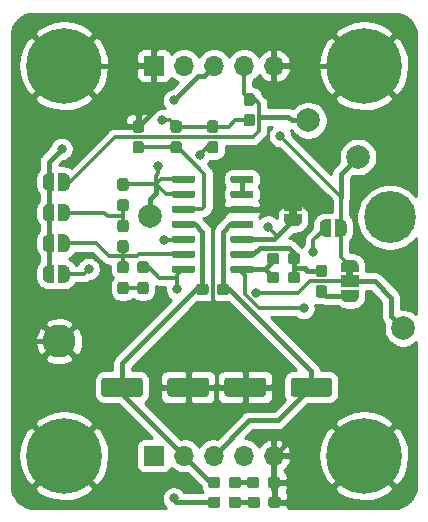
<source format=gbr>
G04 #@! TF.GenerationSoftware,KiCad,Pcbnew,(5.1.5)-3*
G04 #@! TF.CreationDate,2020-10-27T23:36:23+01:00*
G04 #@! TF.ProjectId,error_amplifier_1,6572726f-725f-4616-9d70-6c6966696572,rev?*
G04 #@! TF.SameCoordinates,Original*
G04 #@! TF.FileFunction,Copper,L1,Top*
G04 #@! TF.FilePolarity,Positive*
%FSLAX46Y46*%
G04 Gerber Fmt 4.6, Leading zero omitted, Abs format (unit mm)*
G04 Created by KiCad (PCBNEW (5.1.5)-3) date 2020-10-27 23:36:23*
%MOMM*%
%LPD*%
G04 APERTURE LIST*
%ADD10C,0.100000*%
%ADD11C,2.000000*%
%ADD12C,2.800000*%
%ADD13R,1.500000X1.000000*%
%ADD14C,0.700000*%
%ADD15C,4.400000*%
%ADD16O,1.700000X1.700000*%
%ADD17R,1.700000X1.700000*%
%ADD18C,0.800000*%
%ADD19C,6.400000*%
%ADD20C,0.400000*%
%ADD21C,0.300000*%
%ADD22C,0.254000*%
G04 APERTURE END LIST*
D10*
G36*
X126100000Y-136700000D02*
G01*
X126100000Y-137200000D01*
X125500000Y-137200000D01*
X125500000Y-136700000D01*
X126100000Y-136700000D01*
G37*
G36*
X120700000Y-131550000D02*
G01*
X120700000Y-132050000D01*
X121300000Y-132050000D01*
X121300000Y-131550000D01*
X120700000Y-131550000D01*
G37*
D11*
X126500000Y-127100000D03*
X130300000Y-141600000D03*
X108900000Y-132100000D03*
X122300000Y-124000000D03*
G04 #@! TA.AperFunction,SMDPad,CuDef*
D10*
G36*
X117514703Y-128670722D02*
G01*
X117529264Y-128672882D01*
X117543543Y-128676459D01*
X117557403Y-128681418D01*
X117570710Y-128687712D01*
X117583336Y-128695280D01*
X117595159Y-128704048D01*
X117606066Y-128713934D01*
X117615952Y-128724841D01*
X117624720Y-128736664D01*
X117632288Y-128749290D01*
X117638582Y-128762597D01*
X117643541Y-128776457D01*
X117647118Y-128790736D01*
X117649278Y-128805297D01*
X117650000Y-128820000D01*
X117650000Y-129120000D01*
X117649278Y-129134703D01*
X117647118Y-129149264D01*
X117643541Y-129163543D01*
X117638582Y-129177403D01*
X117632288Y-129190710D01*
X117624720Y-129203336D01*
X117615952Y-129215159D01*
X117606066Y-129226066D01*
X117595159Y-129235952D01*
X117583336Y-129244720D01*
X117570710Y-129252288D01*
X117557403Y-129258582D01*
X117543543Y-129263541D01*
X117529264Y-129267118D01*
X117514703Y-129269278D01*
X117500000Y-129270000D01*
X115850000Y-129270000D01*
X115835297Y-129269278D01*
X115820736Y-129267118D01*
X115806457Y-129263541D01*
X115792597Y-129258582D01*
X115779290Y-129252288D01*
X115766664Y-129244720D01*
X115754841Y-129235952D01*
X115743934Y-129226066D01*
X115734048Y-129215159D01*
X115725280Y-129203336D01*
X115717712Y-129190710D01*
X115711418Y-129177403D01*
X115706459Y-129163543D01*
X115702882Y-129149264D01*
X115700722Y-129134703D01*
X115700000Y-129120000D01*
X115700000Y-128820000D01*
X115700722Y-128805297D01*
X115702882Y-128790736D01*
X115706459Y-128776457D01*
X115711418Y-128762597D01*
X115717712Y-128749290D01*
X115725280Y-128736664D01*
X115734048Y-128724841D01*
X115743934Y-128713934D01*
X115754841Y-128704048D01*
X115766664Y-128695280D01*
X115779290Y-128687712D01*
X115792597Y-128681418D01*
X115806457Y-128676459D01*
X115820736Y-128672882D01*
X115835297Y-128670722D01*
X115850000Y-128670000D01*
X117500000Y-128670000D01*
X117514703Y-128670722D01*
G37*
G04 #@! TD.AperFunction*
G04 #@! TA.AperFunction,SMDPad,CuDef*
G36*
X117514703Y-129940722D02*
G01*
X117529264Y-129942882D01*
X117543543Y-129946459D01*
X117557403Y-129951418D01*
X117570710Y-129957712D01*
X117583336Y-129965280D01*
X117595159Y-129974048D01*
X117606066Y-129983934D01*
X117615952Y-129994841D01*
X117624720Y-130006664D01*
X117632288Y-130019290D01*
X117638582Y-130032597D01*
X117643541Y-130046457D01*
X117647118Y-130060736D01*
X117649278Y-130075297D01*
X117650000Y-130090000D01*
X117650000Y-130390000D01*
X117649278Y-130404703D01*
X117647118Y-130419264D01*
X117643541Y-130433543D01*
X117638582Y-130447403D01*
X117632288Y-130460710D01*
X117624720Y-130473336D01*
X117615952Y-130485159D01*
X117606066Y-130496066D01*
X117595159Y-130505952D01*
X117583336Y-130514720D01*
X117570710Y-130522288D01*
X117557403Y-130528582D01*
X117543543Y-130533541D01*
X117529264Y-130537118D01*
X117514703Y-130539278D01*
X117500000Y-130540000D01*
X115850000Y-130540000D01*
X115835297Y-130539278D01*
X115820736Y-130537118D01*
X115806457Y-130533541D01*
X115792597Y-130528582D01*
X115779290Y-130522288D01*
X115766664Y-130514720D01*
X115754841Y-130505952D01*
X115743934Y-130496066D01*
X115734048Y-130485159D01*
X115725280Y-130473336D01*
X115717712Y-130460710D01*
X115711418Y-130447403D01*
X115706459Y-130433543D01*
X115702882Y-130419264D01*
X115700722Y-130404703D01*
X115700000Y-130390000D01*
X115700000Y-130090000D01*
X115700722Y-130075297D01*
X115702882Y-130060736D01*
X115706459Y-130046457D01*
X115711418Y-130032597D01*
X115717712Y-130019290D01*
X115725280Y-130006664D01*
X115734048Y-129994841D01*
X115743934Y-129983934D01*
X115754841Y-129974048D01*
X115766664Y-129965280D01*
X115779290Y-129957712D01*
X115792597Y-129951418D01*
X115806457Y-129946459D01*
X115820736Y-129942882D01*
X115835297Y-129940722D01*
X115850000Y-129940000D01*
X117500000Y-129940000D01*
X117514703Y-129940722D01*
G37*
G04 #@! TD.AperFunction*
G04 #@! TA.AperFunction,SMDPad,CuDef*
G36*
X117514703Y-131210722D02*
G01*
X117529264Y-131212882D01*
X117543543Y-131216459D01*
X117557403Y-131221418D01*
X117570710Y-131227712D01*
X117583336Y-131235280D01*
X117595159Y-131244048D01*
X117606066Y-131253934D01*
X117615952Y-131264841D01*
X117624720Y-131276664D01*
X117632288Y-131289290D01*
X117638582Y-131302597D01*
X117643541Y-131316457D01*
X117647118Y-131330736D01*
X117649278Y-131345297D01*
X117650000Y-131360000D01*
X117650000Y-131660000D01*
X117649278Y-131674703D01*
X117647118Y-131689264D01*
X117643541Y-131703543D01*
X117638582Y-131717403D01*
X117632288Y-131730710D01*
X117624720Y-131743336D01*
X117615952Y-131755159D01*
X117606066Y-131766066D01*
X117595159Y-131775952D01*
X117583336Y-131784720D01*
X117570710Y-131792288D01*
X117557403Y-131798582D01*
X117543543Y-131803541D01*
X117529264Y-131807118D01*
X117514703Y-131809278D01*
X117500000Y-131810000D01*
X115850000Y-131810000D01*
X115835297Y-131809278D01*
X115820736Y-131807118D01*
X115806457Y-131803541D01*
X115792597Y-131798582D01*
X115779290Y-131792288D01*
X115766664Y-131784720D01*
X115754841Y-131775952D01*
X115743934Y-131766066D01*
X115734048Y-131755159D01*
X115725280Y-131743336D01*
X115717712Y-131730710D01*
X115711418Y-131717403D01*
X115706459Y-131703543D01*
X115702882Y-131689264D01*
X115700722Y-131674703D01*
X115700000Y-131660000D01*
X115700000Y-131360000D01*
X115700722Y-131345297D01*
X115702882Y-131330736D01*
X115706459Y-131316457D01*
X115711418Y-131302597D01*
X115717712Y-131289290D01*
X115725280Y-131276664D01*
X115734048Y-131264841D01*
X115743934Y-131253934D01*
X115754841Y-131244048D01*
X115766664Y-131235280D01*
X115779290Y-131227712D01*
X115792597Y-131221418D01*
X115806457Y-131216459D01*
X115820736Y-131212882D01*
X115835297Y-131210722D01*
X115850000Y-131210000D01*
X117500000Y-131210000D01*
X117514703Y-131210722D01*
G37*
G04 #@! TD.AperFunction*
G04 #@! TA.AperFunction,SMDPad,CuDef*
G36*
X117514703Y-132480722D02*
G01*
X117529264Y-132482882D01*
X117543543Y-132486459D01*
X117557403Y-132491418D01*
X117570710Y-132497712D01*
X117583336Y-132505280D01*
X117595159Y-132514048D01*
X117606066Y-132523934D01*
X117615952Y-132534841D01*
X117624720Y-132546664D01*
X117632288Y-132559290D01*
X117638582Y-132572597D01*
X117643541Y-132586457D01*
X117647118Y-132600736D01*
X117649278Y-132615297D01*
X117650000Y-132630000D01*
X117650000Y-132930000D01*
X117649278Y-132944703D01*
X117647118Y-132959264D01*
X117643541Y-132973543D01*
X117638582Y-132987403D01*
X117632288Y-133000710D01*
X117624720Y-133013336D01*
X117615952Y-133025159D01*
X117606066Y-133036066D01*
X117595159Y-133045952D01*
X117583336Y-133054720D01*
X117570710Y-133062288D01*
X117557403Y-133068582D01*
X117543543Y-133073541D01*
X117529264Y-133077118D01*
X117514703Y-133079278D01*
X117500000Y-133080000D01*
X115850000Y-133080000D01*
X115835297Y-133079278D01*
X115820736Y-133077118D01*
X115806457Y-133073541D01*
X115792597Y-133068582D01*
X115779290Y-133062288D01*
X115766664Y-133054720D01*
X115754841Y-133045952D01*
X115743934Y-133036066D01*
X115734048Y-133025159D01*
X115725280Y-133013336D01*
X115717712Y-133000710D01*
X115711418Y-132987403D01*
X115706459Y-132973543D01*
X115702882Y-132959264D01*
X115700722Y-132944703D01*
X115700000Y-132930000D01*
X115700000Y-132630000D01*
X115700722Y-132615297D01*
X115702882Y-132600736D01*
X115706459Y-132586457D01*
X115711418Y-132572597D01*
X115717712Y-132559290D01*
X115725280Y-132546664D01*
X115734048Y-132534841D01*
X115743934Y-132523934D01*
X115754841Y-132514048D01*
X115766664Y-132505280D01*
X115779290Y-132497712D01*
X115792597Y-132491418D01*
X115806457Y-132486459D01*
X115820736Y-132482882D01*
X115835297Y-132480722D01*
X115850000Y-132480000D01*
X117500000Y-132480000D01*
X117514703Y-132480722D01*
G37*
G04 #@! TD.AperFunction*
G04 #@! TA.AperFunction,SMDPad,CuDef*
G36*
X117514703Y-133750722D02*
G01*
X117529264Y-133752882D01*
X117543543Y-133756459D01*
X117557403Y-133761418D01*
X117570710Y-133767712D01*
X117583336Y-133775280D01*
X117595159Y-133784048D01*
X117606066Y-133793934D01*
X117615952Y-133804841D01*
X117624720Y-133816664D01*
X117632288Y-133829290D01*
X117638582Y-133842597D01*
X117643541Y-133856457D01*
X117647118Y-133870736D01*
X117649278Y-133885297D01*
X117650000Y-133900000D01*
X117650000Y-134200000D01*
X117649278Y-134214703D01*
X117647118Y-134229264D01*
X117643541Y-134243543D01*
X117638582Y-134257403D01*
X117632288Y-134270710D01*
X117624720Y-134283336D01*
X117615952Y-134295159D01*
X117606066Y-134306066D01*
X117595159Y-134315952D01*
X117583336Y-134324720D01*
X117570710Y-134332288D01*
X117557403Y-134338582D01*
X117543543Y-134343541D01*
X117529264Y-134347118D01*
X117514703Y-134349278D01*
X117500000Y-134350000D01*
X115850000Y-134350000D01*
X115835297Y-134349278D01*
X115820736Y-134347118D01*
X115806457Y-134343541D01*
X115792597Y-134338582D01*
X115779290Y-134332288D01*
X115766664Y-134324720D01*
X115754841Y-134315952D01*
X115743934Y-134306066D01*
X115734048Y-134295159D01*
X115725280Y-134283336D01*
X115717712Y-134270710D01*
X115711418Y-134257403D01*
X115706459Y-134243543D01*
X115702882Y-134229264D01*
X115700722Y-134214703D01*
X115700000Y-134200000D01*
X115700000Y-133900000D01*
X115700722Y-133885297D01*
X115702882Y-133870736D01*
X115706459Y-133856457D01*
X115711418Y-133842597D01*
X115717712Y-133829290D01*
X115725280Y-133816664D01*
X115734048Y-133804841D01*
X115743934Y-133793934D01*
X115754841Y-133784048D01*
X115766664Y-133775280D01*
X115779290Y-133767712D01*
X115792597Y-133761418D01*
X115806457Y-133756459D01*
X115820736Y-133752882D01*
X115835297Y-133750722D01*
X115850000Y-133750000D01*
X117500000Y-133750000D01*
X117514703Y-133750722D01*
G37*
G04 #@! TD.AperFunction*
G04 #@! TA.AperFunction,SMDPad,CuDef*
G36*
X117514703Y-135020722D02*
G01*
X117529264Y-135022882D01*
X117543543Y-135026459D01*
X117557403Y-135031418D01*
X117570710Y-135037712D01*
X117583336Y-135045280D01*
X117595159Y-135054048D01*
X117606066Y-135063934D01*
X117615952Y-135074841D01*
X117624720Y-135086664D01*
X117632288Y-135099290D01*
X117638582Y-135112597D01*
X117643541Y-135126457D01*
X117647118Y-135140736D01*
X117649278Y-135155297D01*
X117650000Y-135170000D01*
X117650000Y-135470000D01*
X117649278Y-135484703D01*
X117647118Y-135499264D01*
X117643541Y-135513543D01*
X117638582Y-135527403D01*
X117632288Y-135540710D01*
X117624720Y-135553336D01*
X117615952Y-135565159D01*
X117606066Y-135576066D01*
X117595159Y-135585952D01*
X117583336Y-135594720D01*
X117570710Y-135602288D01*
X117557403Y-135608582D01*
X117543543Y-135613541D01*
X117529264Y-135617118D01*
X117514703Y-135619278D01*
X117500000Y-135620000D01*
X115850000Y-135620000D01*
X115835297Y-135619278D01*
X115820736Y-135617118D01*
X115806457Y-135613541D01*
X115792597Y-135608582D01*
X115779290Y-135602288D01*
X115766664Y-135594720D01*
X115754841Y-135585952D01*
X115743934Y-135576066D01*
X115734048Y-135565159D01*
X115725280Y-135553336D01*
X115717712Y-135540710D01*
X115711418Y-135527403D01*
X115706459Y-135513543D01*
X115702882Y-135499264D01*
X115700722Y-135484703D01*
X115700000Y-135470000D01*
X115700000Y-135170000D01*
X115700722Y-135155297D01*
X115702882Y-135140736D01*
X115706459Y-135126457D01*
X115711418Y-135112597D01*
X115717712Y-135099290D01*
X115725280Y-135086664D01*
X115734048Y-135074841D01*
X115743934Y-135063934D01*
X115754841Y-135054048D01*
X115766664Y-135045280D01*
X115779290Y-135037712D01*
X115792597Y-135031418D01*
X115806457Y-135026459D01*
X115820736Y-135022882D01*
X115835297Y-135020722D01*
X115850000Y-135020000D01*
X117500000Y-135020000D01*
X117514703Y-135020722D01*
G37*
G04 #@! TD.AperFunction*
G04 #@! TA.AperFunction,SMDPad,CuDef*
G36*
X117514703Y-136290722D02*
G01*
X117529264Y-136292882D01*
X117543543Y-136296459D01*
X117557403Y-136301418D01*
X117570710Y-136307712D01*
X117583336Y-136315280D01*
X117595159Y-136324048D01*
X117606066Y-136333934D01*
X117615952Y-136344841D01*
X117624720Y-136356664D01*
X117632288Y-136369290D01*
X117638582Y-136382597D01*
X117643541Y-136396457D01*
X117647118Y-136410736D01*
X117649278Y-136425297D01*
X117650000Y-136440000D01*
X117650000Y-136740000D01*
X117649278Y-136754703D01*
X117647118Y-136769264D01*
X117643541Y-136783543D01*
X117638582Y-136797403D01*
X117632288Y-136810710D01*
X117624720Y-136823336D01*
X117615952Y-136835159D01*
X117606066Y-136846066D01*
X117595159Y-136855952D01*
X117583336Y-136864720D01*
X117570710Y-136872288D01*
X117557403Y-136878582D01*
X117543543Y-136883541D01*
X117529264Y-136887118D01*
X117514703Y-136889278D01*
X117500000Y-136890000D01*
X115850000Y-136890000D01*
X115835297Y-136889278D01*
X115820736Y-136887118D01*
X115806457Y-136883541D01*
X115792597Y-136878582D01*
X115779290Y-136872288D01*
X115766664Y-136864720D01*
X115754841Y-136855952D01*
X115743934Y-136846066D01*
X115734048Y-136835159D01*
X115725280Y-136823336D01*
X115717712Y-136810710D01*
X115711418Y-136797403D01*
X115706459Y-136783543D01*
X115702882Y-136769264D01*
X115700722Y-136754703D01*
X115700000Y-136740000D01*
X115700000Y-136440000D01*
X115700722Y-136425297D01*
X115702882Y-136410736D01*
X115706459Y-136396457D01*
X115711418Y-136382597D01*
X115717712Y-136369290D01*
X115725280Y-136356664D01*
X115734048Y-136344841D01*
X115743934Y-136333934D01*
X115754841Y-136324048D01*
X115766664Y-136315280D01*
X115779290Y-136307712D01*
X115792597Y-136301418D01*
X115806457Y-136296459D01*
X115820736Y-136292882D01*
X115835297Y-136290722D01*
X115850000Y-136290000D01*
X117500000Y-136290000D01*
X117514703Y-136290722D01*
G37*
G04 #@! TD.AperFunction*
G04 #@! TA.AperFunction,SMDPad,CuDef*
G36*
X112564703Y-136290722D02*
G01*
X112579264Y-136292882D01*
X112593543Y-136296459D01*
X112607403Y-136301418D01*
X112620710Y-136307712D01*
X112633336Y-136315280D01*
X112645159Y-136324048D01*
X112656066Y-136333934D01*
X112665952Y-136344841D01*
X112674720Y-136356664D01*
X112682288Y-136369290D01*
X112688582Y-136382597D01*
X112693541Y-136396457D01*
X112697118Y-136410736D01*
X112699278Y-136425297D01*
X112700000Y-136440000D01*
X112700000Y-136740000D01*
X112699278Y-136754703D01*
X112697118Y-136769264D01*
X112693541Y-136783543D01*
X112688582Y-136797403D01*
X112682288Y-136810710D01*
X112674720Y-136823336D01*
X112665952Y-136835159D01*
X112656066Y-136846066D01*
X112645159Y-136855952D01*
X112633336Y-136864720D01*
X112620710Y-136872288D01*
X112607403Y-136878582D01*
X112593543Y-136883541D01*
X112579264Y-136887118D01*
X112564703Y-136889278D01*
X112550000Y-136890000D01*
X110900000Y-136890000D01*
X110885297Y-136889278D01*
X110870736Y-136887118D01*
X110856457Y-136883541D01*
X110842597Y-136878582D01*
X110829290Y-136872288D01*
X110816664Y-136864720D01*
X110804841Y-136855952D01*
X110793934Y-136846066D01*
X110784048Y-136835159D01*
X110775280Y-136823336D01*
X110767712Y-136810710D01*
X110761418Y-136797403D01*
X110756459Y-136783543D01*
X110752882Y-136769264D01*
X110750722Y-136754703D01*
X110750000Y-136740000D01*
X110750000Y-136440000D01*
X110750722Y-136425297D01*
X110752882Y-136410736D01*
X110756459Y-136396457D01*
X110761418Y-136382597D01*
X110767712Y-136369290D01*
X110775280Y-136356664D01*
X110784048Y-136344841D01*
X110793934Y-136333934D01*
X110804841Y-136324048D01*
X110816664Y-136315280D01*
X110829290Y-136307712D01*
X110842597Y-136301418D01*
X110856457Y-136296459D01*
X110870736Y-136292882D01*
X110885297Y-136290722D01*
X110900000Y-136290000D01*
X112550000Y-136290000D01*
X112564703Y-136290722D01*
G37*
G04 #@! TD.AperFunction*
G04 #@! TA.AperFunction,SMDPad,CuDef*
G36*
X112564703Y-135020722D02*
G01*
X112579264Y-135022882D01*
X112593543Y-135026459D01*
X112607403Y-135031418D01*
X112620710Y-135037712D01*
X112633336Y-135045280D01*
X112645159Y-135054048D01*
X112656066Y-135063934D01*
X112665952Y-135074841D01*
X112674720Y-135086664D01*
X112682288Y-135099290D01*
X112688582Y-135112597D01*
X112693541Y-135126457D01*
X112697118Y-135140736D01*
X112699278Y-135155297D01*
X112700000Y-135170000D01*
X112700000Y-135470000D01*
X112699278Y-135484703D01*
X112697118Y-135499264D01*
X112693541Y-135513543D01*
X112688582Y-135527403D01*
X112682288Y-135540710D01*
X112674720Y-135553336D01*
X112665952Y-135565159D01*
X112656066Y-135576066D01*
X112645159Y-135585952D01*
X112633336Y-135594720D01*
X112620710Y-135602288D01*
X112607403Y-135608582D01*
X112593543Y-135613541D01*
X112579264Y-135617118D01*
X112564703Y-135619278D01*
X112550000Y-135620000D01*
X110900000Y-135620000D01*
X110885297Y-135619278D01*
X110870736Y-135617118D01*
X110856457Y-135613541D01*
X110842597Y-135608582D01*
X110829290Y-135602288D01*
X110816664Y-135594720D01*
X110804841Y-135585952D01*
X110793934Y-135576066D01*
X110784048Y-135565159D01*
X110775280Y-135553336D01*
X110767712Y-135540710D01*
X110761418Y-135527403D01*
X110756459Y-135513543D01*
X110752882Y-135499264D01*
X110750722Y-135484703D01*
X110750000Y-135470000D01*
X110750000Y-135170000D01*
X110750722Y-135155297D01*
X110752882Y-135140736D01*
X110756459Y-135126457D01*
X110761418Y-135112597D01*
X110767712Y-135099290D01*
X110775280Y-135086664D01*
X110784048Y-135074841D01*
X110793934Y-135063934D01*
X110804841Y-135054048D01*
X110816664Y-135045280D01*
X110829290Y-135037712D01*
X110842597Y-135031418D01*
X110856457Y-135026459D01*
X110870736Y-135022882D01*
X110885297Y-135020722D01*
X110900000Y-135020000D01*
X112550000Y-135020000D01*
X112564703Y-135020722D01*
G37*
G04 #@! TD.AperFunction*
G04 #@! TA.AperFunction,SMDPad,CuDef*
G36*
X112564703Y-133750722D02*
G01*
X112579264Y-133752882D01*
X112593543Y-133756459D01*
X112607403Y-133761418D01*
X112620710Y-133767712D01*
X112633336Y-133775280D01*
X112645159Y-133784048D01*
X112656066Y-133793934D01*
X112665952Y-133804841D01*
X112674720Y-133816664D01*
X112682288Y-133829290D01*
X112688582Y-133842597D01*
X112693541Y-133856457D01*
X112697118Y-133870736D01*
X112699278Y-133885297D01*
X112700000Y-133900000D01*
X112700000Y-134200000D01*
X112699278Y-134214703D01*
X112697118Y-134229264D01*
X112693541Y-134243543D01*
X112688582Y-134257403D01*
X112682288Y-134270710D01*
X112674720Y-134283336D01*
X112665952Y-134295159D01*
X112656066Y-134306066D01*
X112645159Y-134315952D01*
X112633336Y-134324720D01*
X112620710Y-134332288D01*
X112607403Y-134338582D01*
X112593543Y-134343541D01*
X112579264Y-134347118D01*
X112564703Y-134349278D01*
X112550000Y-134350000D01*
X110900000Y-134350000D01*
X110885297Y-134349278D01*
X110870736Y-134347118D01*
X110856457Y-134343541D01*
X110842597Y-134338582D01*
X110829290Y-134332288D01*
X110816664Y-134324720D01*
X110804841Y-134315952D01*
X110793934Y-134306066D01*
X110784048Y-134295159D01*
X110775280Y-134283336D01*
X110767712Y-134270710D01*
X110761418Y-134257403D01*
X110756459Y-134243543D01*
X110752882Y-134229264D01*
X110750722Y-134214703D01*
X110750000Y-134200000D01*
X110750000Y-133900000D01*
X110750722Y-133885297D01*
X110752882Y-133870736D01*
X110756459Y-133856457D01*
X110761418Y-133842597D01*
X110767712Y-133829290D01*
X110775280Y-133816664D01*
X110784048Y-133804841D01*
X110793934Y-133793934D01*
X110804841Y-133784048D01*
X110816664Y-133775280D01*
X110829290Y-133767712D01*
X110842597Y-133761418D01*
X110856457Y-133756459D01*
X110870736Y-133752882D01*
X110885297Y-133750722D01*
X110900000Y-133750000D01*
X112550000Y-133750000D01*
X112564703Y-133750722D01*
G37*
G04 #@! TD.AperFunction*
G04 #@! TA.AperFunction,SMDPad,CuDef*
G36*
X112564703Y-132480722D02*
G01*
X112579264Y-132482882D01*
X112593543Y-132486459D01*
X112607403Y-132491418D01*
X112620710Y-132497712D01*
X112633336Y-132505280D01*
X112645159Y-132514048D01*
X112656066Y-132523934D01*
X112665952Y-132534841D01*
X112674720Y-132546664D01*
X112682288Y-132559290D01*
X112688582Y-132572597D01*
X112693541Y-132586457D01*
X112697118Y-132600736D01*
X112699278Y-132615297D01*
X112700000Y-132630000D01*
X112700000Y-132930000D01*
X112699278Y-132944703D01*
X112697118Y-132959264D01*
X112693541Y-132973543D01*
X112688582Y-132987403D01*
X112682288Y-133000710D01*
X112674720Y-133013336D01*
X112665952Y-133025159D01*
X112656066Y-133036066D01*
X112645159Y-133045952D01*
X112633336Y-133054720D01*
X112620710Y-133062288D01*
X112607403Y-133068582D01*
X112593543Y-133073541D01*
X112579264Y-133077118D01*
X112564703Y-133079278D01*
X112550000Y-133080000D01*
X110900000Y-133080000D01*
X110885297Y-133079278D01*
X110870736Y-133077118D01*
X110856457Y-133073541D01*
X110842597Y-133068582D01*
X110829290Y-133062288D01*
X110816664Y-133054720D01*
X110804841Y-133045952D01*
X110793934Y-133036066D01*
X110784048Y-133025159D01*
X110775280Y-133013336D01*
X110767712Y-133000710D01*
X110761418Y-132987403D01*
X110756459Y-132973543D01*
X110752882Y-132959264D01*
X110750722Y-132944703D01*
X110750000Y-132930000D01*
X110750000Y-132630000D01*
X110750722Y-132615297D01*
X110752882Y-132600736D01*
X110756459Y-132586457D01*
X110761418Y-132572597D01*
X110767712Y-132559290D01*
X110775280Y-132546664D01*
X110784048Y-132534841D01*
X110793934Y-132523934D01*
X110804841Y-132514048D01*
X110816664Y-132505280D01*
X110829290Y-132497712D01*
X110842597Y-132491418D01*
X110856457Y-132486459D01*
X110870736Y-132482882D01*
X110885297Y-132480722D01*
X110900000Y-132480000D01*
X112550000Y-132480000D01*
X112564703Y-132480722D01*
G37*
G04 #@! TD.AperFunction*
G04 #@! TA.AperFunction,SMDPad,CuDef*
G36*
X112564703Y-131210722D02*
G01*
X112579264Y-131212882D01*
X112593543Y-131216459D01*
X112607403Y-131221418D01*
X112620710Y-131227712D01*
X112633336Y-131235280D01*
X112645159Y-131244048D01*
X112656066Y-131253934D01*
X112665952Y-131264841D01*
X112674720Y-131276664D01*
X112682288Y-131289290D01*
X112688582Y-131302597D01*
X112693541Y-131316457D01*
X112697118Y-131330736D01*
X112699278Y-131345297D01*
X112700000Y-131360000D01*
X112700000Y-131660000D01*
X112699278Y-131674703D01*
X112697118Y-131689264D01*
X112693541Y-131703543D01*
X112688582Y-131717403D01*
X112682288Y-131730710D01*
X112674720Y-131743336D01*
X112665952Y-131755159D01*
X112656066Y-131766066D01*
X112645159Y-131775952D01*
X112633336Y-131784720D01*
X112620710Y-131792288D01*
X112607403Y-131798582D01*
X112593543Y-131803541D01*
X112579264Y-131807118D01*
X112564703Y-131809278D01*
X112550000Y-131810000D01*
X110900000Y-131810000D01*
X110885297Y-131809278D01*
X110870736Y-131807118D01*
X110856457Y-131803541D01*
X110842597Y-131798582D01*
X110829290Y-131792288D01*
X110816664Y-131784720D01*
X110804841Y-131775952D01*
X110793934Y-131766066D01*
X110784048Y-131755159D01*
X110775280Y-131743336D01*
X110767712Y-131730710D01*
X110761418Y-131717403D01*
X110756459Y-131703543D01*
X110752882Y-131689264D01*
X110750722Y-131674703D01*
X110750000Y-131660000D01*
X110750000Y-131360000D01*
X110750722Y-131345297D01*
X110752882Y-131330736D01*
X110756459Y-131316457D01*
X110761418Y-131302597D01*
X110767712Y-131289290D01*
X110775280Y-131276664D01*
X110784048Y-131264841D01*
X110793934Y-131253934D01*
X110804841Y-131244048D01*
X110816664Y-131235280D01*
X110829290Y-131227712D01*
X110842597Y-131221418D01*
X110856457Y-131216459D01*
X110870736Y-131212882D01*
X110885297Y-131210722D01*
X110900000Y-131210000D01*
X112550000Y-131210000D01*
X112564703Y-131210722D01*
G37*
G04 #@! TD.AperFunction*
G04 #@! TA.AperFunction,SMDPad,CuDef*
G36*
X112564703Y-129940722D02*
G01*
X112579264Y-129942882D01*
X112593543Y-129946459D01*
X112607403Y-129951418D01*
X112620710Y-129957712D01*
X112633336Y-129965280D01*
X112645159Y-129974048D01*
X112656066Y-129983934D01*
X112665952Y-129994841D01*
X112674720Y-130006664D01*
X112682288Y-130019290D01*
X112688582Y-130032597D01*
X112693541Y-130046457D01*
X112697118Y-130060736D01*
X112699278Y-130075297D01*
X112700000Y-130090000D01*
X112700000Y-130390000D01*
X112699278Y-130404703D01*
X112697118Y-130419264D01*
X112693541Y-130433543D01*
X112688582Y-130447403D01*
X112682288Y-130460710D01*
X112674720Y-130473336D01*
X112665952Y-130485159D01*
X112656066Y-130496066D01*
X112645159Y-130505952D01*
X112633336Y-130514720D01*
X112620710Y-130522288D01*
X112607403Y-130528582D01*
X112593543Y-130533541D01*
X112579264Y-130537118D01*
X112564703Y-130539278D01*
X112550000Y-130540000D01*
X110900000Y-130540000D01*
X110885297Y-130539278D01*
X110870736Y-130537118D01*
X110856457Y-130533541D01*
X110842597Y-130528582D01*
X110829290Y-130522288D01*
X110816664Y-130514720D01*
X110804841Y-130505952D01*
X110793934Y-130496066D01*
X110784048Y-130485159D01*
X110775280Y-130473336D01*
X110767712Y-130460710D01*
X110761418Y-130447403D01*
X110756459Y-130433543D01*
X110752882Y-130419264D01*
X110750722Y-130404703D01*
X110750000Y-130390000D01*
X110750000Y-130090000D01*
X110750722Y-130075297D01*
X110752882Y-130060736D01*
X110756459Y-130046457D01*
X110761418Y-130032597D01*
X110767712Y-130019290D01*
X110775280Y-130006664D01*
X110784048Y-129994841D01*
X110793934Y-129983934D01*
X110804841Y-129974048D01*
X110816664Y-129965280D01*
X110829290Y-129957712D01*
X110842597Y-129951418D01*
X110856457Y-129946459D01*
X110870736Y-129942882D01*
X110885297Y-129940722D01*
X110900000Y-129940000D01*
X112550000Y-129940000D01*
X112564703Y-129940722D01*
G37*
G04 #@! TD.AperFunction*
G04 #@! TA.AperFunction,SMDPad,CuDef*
G36*
X112564703Y-128670722D02*
G01*
X112579264Y-128672882D01*
X112593543Y-128676459D01*
X112607403Y-128681418D01*
X112620710Y-128687712D01*
X112633336Y-128695280D01*
X112645159Y-128704048D01*
X112656066Y-128713934D01*
X112665952Y-128724841D01*
X112674720Y-128736664D01*
X112682288Y-128749290D01*
X112688582Y-128762597D01*
X112693541Y-128776457D01*
X112697118Y-128790736D01*
X112699278Y-128805297D01*
X112700000Y-128820000D01*
X112700000Y-129120000D01*
X112699278Y-129134703D01*
X112697118Y-129149264D01*
X112693541Y-129163543D01*
X112688582Y-129177403D01*
X112682288Y-129190710D01*
X112674720Y-129203336D01*
X112665952Y-129215159D01*
X112656066Y-129226066D01*
X112645159Y-129235952D01*
X112633336Y-129244720D01*
X112620710Y-129252288D01*
X112607403Y-129258582D01*
X112593543Y-129263541D01*
X112579264Y-129267118D01*
X112564703Y-129269278D01*
X112550000Y-129270000D01*
X110900000Y-129270000D01*
X110885297Y-129269278D01*
X110870736Y-129267118D01*
X110856457Y-129263541D01*
X110842597Y-129258582D01*
X110829290Y-129252288D01*
X110816664Y-129244720D01*
X110804841Y-129235952D01*
X110793934Y-129226066D01*
X110784048Y-129215159D01*
X110775280Y-129203336D01*
X110767712Y-129190710D01*
X110761418Y-129177403D01*
X110756459Y-129163543D01*
X110752882Y-129149264D01*
X110750722Y-129134703D01*
X110750000Y-129120000D01*
X110750000Y-128820000D01*
X110750722Y-128805297D01*
X110752882Y-128790736D01*
X110756459Y-128776457D01*
X110761418Y-128762597D01*
X110767712Y-128749290D01*
X110775280Y-128736664D01*
X110784048Y-128724841D01*
X110793934Y-128713934D01*
X110804841Y-128704048D01*
X110816664Y-128695280D01*
X110829290Y-128687712D01*
X110842597Y-128681418D01*
X110856457Y-128676459D01*
X110870736Y-128672882D01*
X110885297Y-128670722D01*
X110900000Y-128670000D01*
X112550000Y-128670000D01*
X112564703Y-128670722D01*
G37*
G04 #@! TD.AperFunction*
D12*
X101200000Y-142700000D03*
G04 #@! TA.AperFunction,SMDPad,CuDef*
D10*
G36*
X121385779Y-135226144D02*
G01*
X121408834Y-135229563D01*
X121431443Y-135235227D01*
X121453387Y-135243079D01*
X121474457Y-135253044D01*
X121494448Y-135265026D01*
X121513168Y-135278910D01*
X121530438Y-135294562D01*
X121546090Y-135311832D01*
X121559974Y-135330552D01*
X121571956Y-135350543D01*
X121581921Y-135371613D01*
X121589773Y-135393557D01*
X121595437Y-135416166D01*
X121598856Y-135439221D01*
X121600000Y-135462500D01*
X121600000Y-135937500D01*
X121598856Y-135960779D01*
X121595437Y-135983834D01*
X121589773Y-136006443D01*
X121581921Y-136028387D01*
X121571956Y-136049457D01*
X121559974Y-136069448D01*
X121546090Y-136088168D01*
X121530438Y-136105438D01*
X121513168Y-136121090D01*
X121494448Y-136134974D01*
X121474457Y-136146956D01*
X121453387Y-136156921D01*
X121431443Y-136164773D01*
X121408834Y-136170437D01*
X121385779Y-136173856D01*
X121362500Y-136175000D01*
X120787500Y-136175000D01*
X120764221Y-136173856D01*
X120741166Y-136170437D01*
X120718557Y-136164773D01*
X120696613Y-136156921D01*
X120675543Y-136146956D01*
X120655552Y-136134974D01*
X120636832Y-136121090D01*
X120619562Y-136105438D01*
X120603910Y-136088168D01*
X120590026Y-136069448D01*
X120578044Y-136049457D01*
X120568079Y-136028387D01*
X120560227Y-136006443D01*
X120554563Y-135983834D01*
X120551144Y-135960779D01*
X120550000Y-135937500D01*
X120550000Y-135462500D01*
X120551144Y-135439221D01*
X120554563Y-135416166D01*
X120560227Y-135393557D01*
X120568079Y-135371613D01*
X120578044Y-135350543D01*
X120590026Y-135330552D01*
X120603910Y-135311832D01*
X120619562Y-135294562D01*
X120636832Y-135278910D01*
X120655552Y-135265026D01*
X120675543Y-135253044D01*
X120696613Y-135243079D01*
X120718557Y-135235227D01*
X120741166Y-135229563D01*
X120764221Y-135226144D01*
X120787500Y-135225000D01*
X121362500Y-135225000D01*
X121385779Y-135226144D01*
G37*
G04 #@! TD.AperFunction*
G04 #@! TA.AperFunction,SMDPad,CuDef*
G36*
X119635779Y-135226144D02*
G01*
X119658834Y-135229563D01*
X119681443Y-135235227D01*
X119703387Y-135243079D01*
X119724457Y-135253044D01*
X119744448Y-135265026D01*
X119763168Y-135278910D01*
X119780438Y-135294562D01*
X119796090Y-135311832D01*
X119809974Y-135330552D01*
X119821956Y-135350543D01*
X119831921Y-135371613D01*
X119839773Y-135393557D01*
X119845437Y-135416166D01*
X119848856Y-135439221D01*
X119850000Y-135462500D01*
X119850000Y-135937500D01*
X119848856Y-135960779D01*
X119845437Y-135983834D01*
X119839773Y-136006443D01*
X119831921Y-136028387D01*
X119821956Y-136049457D01*
X119809974Y-136069448D01*
X119796090Y-136088168D01*
X119780438Y-136105438D01*
X119763168Y-136121090D01*
X119744448Y-136134974D01*
X119724457Y-136146956D01*
X119703387Y-136156921D01*
X119681443Y-136164773D01*
X119658834Y-136170437D01*
X119635779Y-136173856D01*
X119612500Y-136175000D01*
X119037500Y-136175000D01*
X119014221Y-136173856D01*
X118991166Y-136170437D01*
X118968557Y-136164773D01*
X118946613Y-136156921D01*
X118925543Y-136146956D01*
X118905552Y-136134974D01*
X118886832Y-136121090D01*
X118869562Y-136105438D01*
X118853910Y-136088168D01*
X118840026Y-136069448D01*
X118828044Y-136049457D01*
X118818079Y-136028387D01*
X118810227Y-136006443D01*
X118804563Y-135983834D01*
X118801144Y-135960779D01*
X118800000Y-135937500D01*
X118800000Y-135462500D01*
X118801144Y-135439221D01*
X118804563Y-135416166D01*
X118810227Y-135393557D01*
X118818079Y-135371613D01*
X118828044Y-135350543D01*
X118840026Y-135330552D01*
X118853910Y-135311832D01*
X118869562Y-135294562D01*
X118886832Y-135278910D01*
X118905552Y-135265026D01*
X118925543Y-135253044D01*
X118946613Y-135243079D01*
X118968557Y-135235227D01*
X118991166Y-135229563D01*
X119014221Y-135226144D01*
X119037500Y-135225000D01*
X119612500Y-135225000D01*
X119635779Y-135226144D01*
G37*
G04 #@! TD.AperFunction*
G04 #@! TA.AperFunction,SMDPad,CuDef*
G36*
X123660779Y-137951144D02*
G01*
X123683834Y-137954563D01*
X123706443Y-137960227D01*
X123728387Y-137968079D01*
X123749457Y-137978044D01*
X123769448Y-137990026D01*
X123788168Y-138003910D01*
X123805438Y-138019562D01*
X123821090Y-138036832D01*
X123834974Y-138055552D01*
X123846956Y-138075543D01*
X123856921Y-138096613D01*
X123864773Y-138118557D01*
X123870437Y-138141166D01*
X123873856Y-138164221D01*
X123875000Y-138187500D01*
X123875000Y-138762500D01*
X123873856Y-138785779D01*
X123870437Y-138808834D01*
X123864773Y-138831443D01*
X123856921Y-138853387D01*
X123846956Y-138874457D01*
X123834974Y-138894448D01*
X123821090Y-138913168D01*
X123805438Y-138930438D01*
X123788168Y-138946090D01*
X123769448Y-138959974D01*
X123749457Y-138971956D01*
X123728387Y-138981921D01*
X123706443Y-138989773D01*
X123683834Y-138995437D01*
X123660779Y-138998856D01*
X123637500Y-139000000D01*
X123162500Y-139000000D01*
X123139221Y-138998856D01*
X123116166Y-138995437D01*
X123093557Y-138989773D01*
X123071613Y-138981921D01*
X123050543Y-138971956D01*
X123030552Y-138959974D01*
X123011832Y-138946090D01*
X122994562Y-138930438D01*
X122978910Y-138913168D01*
X122965026Y-138894448D01*
X122953044Y-138874457D01*
X122943079Y-138853387D01*
X122935227Y-138831443D01*
X122929563Y-138808834D01*
X122926144Y-138785779D01*
X122925000Y-138762500D01*
X122925000Y-138187500D01*
X122926144Y-138164221D01*
X122929563Y-138141166D01*
X122935227Y-138118557D01*
X122943079Y-138096613D01*
X122953044Y-138075543D01*
X122965026Y-138055552D01*
X122978910Y-138036832D01*
X122994562Y-138019562D01*
X123011832Y-138003910D01*
X123030552Y-137990026D01*
X123050543Y-137978044D01*
X123071613Y-137968079D01*
X123093557Y-137960227D01*
X123116166Y-137954563D01*
X123139221Y-137951144D01*
X123162500Y-137950000D01*
X123637500Y-137950000D01*
X123660779Y-137951144D01*
G37*
G04 #@! TD.AperFunction*
G04 #@! TA.AperFunction,SMDPad,CuDef*
G36*
X123660779Y-136201144D02*
G01*
X123683834Y-136204563D01*
X123706443Y-136210227D01*
X123728387Y-136218079D01*
X123749457Y-136228044D01*
X123769448Y-136240026D01*
X123788168Y-136253910D01*
X123805438Y-136269562D01*
X123821090Y-136286832D01*
X123834974Y-136305552D01*
X123846956Y-136325543D01*
X123856921Y-136346613D01*
X123864773Y-136368557D01*
X123870437Y-136391166D01*
X123873856Y-136414221D01*
X123875000Y-136437500D01*
X123875000Y-137012500D01*
X123873856Y-137035779D01*
X123870437Y-137058834D01*
X123864773Y-137081443D01*
X123856921Y-137103387D01*
X123846956Y-137124457D01*
X123834974Y-137144448D01*
X123821090Y-137163168D01*
X123805438Y-137180438D01*
X123788168Y-137196090D01*
X123769448Y-137209974D01*
X123749457Y-137221956D01*
X123728387Y-137231921D01*
X123706443Y-137239773D01*
X123683834Y-137245437D01*
X123660779Y-137248856D01*
X123637500Y-137250000D01*
X123162500Y-137250000D01*
X123139221Y-137248856D01*
X123116166Y-137245437D01*
X123093557Y-137239773D01*
X123071613Y-137231921D01*
X123050543Y-137221956D01*
X123030552Y-137209974D01*
X123011832Y-137196090D01*
X122994562Y-137180438D01*
X122978910Y-137163168D01*
X122965026Y-137144448D01*
X122953044Y-137124457D01*
X122943079Y-137103387D01*
X122935227Y-137081443D01*
X122929563Y-137058834D01*
X122926144Y-137035779D01*
X122925000Y-137012500D01*
X122925000Y-136437500D01*
X122926144Y-136414221D01*
X122929563Y-136391166D01*
X122935227Y-136368557D01*
X122943079Y-136346613D01*
X122953044Y-136325543D01*
X122965026Y-136305552D01*
X122978910Y-136286832D01*
X122994562Y-136269562D01*
X123011832Y-136253910D01*
X123030552Y-136240026D01*
X123050543Y-136228044D01*
X123071613Y-136218079D01*
X123093557Y-136210227D01*
X123116166Y-136204563D01*
X123139221Y-136201144D01*
X123162500Y-136200000D01*
X123637500Y-136200000D01*
X123660779Y-136201144D01*
G37*
G04 #@! TD.AperFunction*
G04 #@! TA.AperFunction,SMDPad,CuDef*
G36*
X108560779Y-137651144D02*
G01*
X108583834Y-137654563D01*
X108606443Y-137660227D01*
X108628387Y-137668079D01*
X108649457Y-137678044D01*
X108669448Y-137690026D01*
X108688168Y-137703910D01*
X108705438Y-137719562D01*
X108721090Y-137736832D01*
X108734974Y-137755552D01*
X108746956Y-137775543D01*
X108756921Y-137796613D01*
X108764773Y-137818557D01*
X108770437Y-137841166D01*
X108773856Y-137864221D01*
X108775000Y-137887500D01*
X108775000Y-138462500D01*
X108773856Y-138485779D01*
X108770437Y-138508834D01*
X108764773Y-138531443D01*
X108756921Y-138553387D01*
X108746956Y-138574457D01*
X108734974Y-138594448D01*
X108721090Y-138613168D01*
X108705438Y-138630438D01*
X108688168Y-138646090D01*
X108669448Y-138659974D01*
X108649457Y-138671956D01*
X108628387Y-138681921D01*
X108606443Y-138689773D01*
X108583834Y-138695437D01*
X108560779Y-138698856D01*
X108537500Y-138700000D01*
X108062500Y-138700000D01*
X108039221Y-138698856D01*
X108016166Y-138695437D01*
X107993557Y-138689773D01*
X107971613Y-138681921D01*
X107950543Y-138671956D01*
X107930552Y-138659974D01*
X107911832Y-138646090D01*
X107894562Y-138630438D01*
X107878910Y-138613168D01*
X107865026Y-138594448D01*
X107853044Y-138574457D01*
X107843079Y-138553387D01*
X107835227Y-138531443D01*
X107829563Y-138508834D01*
X107826144Y-138485779D01*
X107825000Y-138462500D01*
X107825000Y-137887500D01*
X107826144Y-137864221D01*
X107829563Y-137841166D01*
X107835227Y-137818557D01*
X107843079Y-137796613D01*
X107853044Y-137775543D01*
X107865026Y-137755552D01*
X107878910Y-137736832D01*
X107894562Y-137719562D01*
X107911832Y-137703910D01*
X107930552Y-137690026D01*
X107950543Y-137678044D01*
X107971613Y-137668079D01*
X107993557Y-137660227D01*
X108016166Y-137654563D01*
X108039221Y-137651144D01*
X108062500Y-137650000D01*
X108537500Y-137650000D01*
X108560779Y-137651144D01*
G37*
G04 #@! TD.AperFunction*
G04 #@! TA.AperFunction,SMDPad,CuDef*
G36*
X108560779Y-135901144D02*
G01*
X108583834Y-135904563D01*
X108606443Y-135910227D01*
X108628387Y-135918079D01*
X108649457Y-135928044D01*
X108669448Y-135940026D01*
X108688168Y-135953910D01*
X108705438Y-135969562D01*
X108721090Y-135986832D01*
X108734974Y-136005552D01*
X108746956Y-136025543D01*
X108756921Y-136046613D01*
X108764773Y-136068557D01*
X108770437Y-136091166D01*
X108773856Y-136114221D01*
X108775000Y-136137500D01*
X108775000Y-136712500D01*
X108773856Y-136735779D01*
X108770437Y-136758834D01*
X108764773Y-136781443D01*
X108756921Y-136803387D01*
X108746956Y-136824457D01*
X108734974Y-136844448D01*
X108721090Y-136863168D01*
X108705438Y-136880438D01*
X108688168Y-136896090D01*
X108669448Y-136909974D01*
X108649457Y-136921956D01*
X108628387Y-136931921D01*
X108606443Y-136939773D01*
X108583834Y-136945437D01*
X108560779Y-136948856D01*
X108537500Y-136950000D01*
X108062500Y-136950000D01*
X108039221Y-136948856D01*
X108016166Y-136945437D01*
X107993557Y-136939773D01*
X107971613Y-136931921D01*
X107950543Y-136921956D01*
X107930552Y-136909974D01*
X107911832Y-136896090D01*
X107894562Y-136880438D01*
X107878910Y-136863168D01*
X107865026Y-136844448D01*
X107853044Y-136824457D01*
X107843079Y-136803387D01*
X107835227Y-136781443D01*
X107829563Y-136758834D01*
X107826144Y-136735779D01*
X107825000Y-136712500D01*
X107825000Y-136137500D01*
X107826144Y-136114221D01*
X107829563Y-136091166D01*
X107835227Y-136068557D01*
X107843079Y-136046613D01*
X107853044Y-136025543D01*
X107865026Y-136005552D01*
X107878910Y-135986832D01*
X107894562Y-135969562D01*
X107911832Y-135953910D01*
X107930552Y-135940026D01*
X107950543Y-135928044D01*
X107971613Y-135918079D01*
X107993557Y-135910227D01*
X108016166Y-135904563D01*
X108039221Y-135901144D01*
X108062500Y-135900000D01*
X108537500Y-135900000D01*
X108560779Y-135901144D01*
G37*
G04 #@! TD.AperFunction*
G04 #@! TA.AperFunction,SMDPad,CuDef*
G36*
X119745779Y-155846144D02*
G01*
X119768834Y-155849563D01*
X119791443Y-155855227D01*
X119813387Y-155863079D01*
X119834457Y-155873044D01*
X119854448Y-155885026D01*
X119873168Y-155898910D01*
X119890438Y-155914562D01*
X119906090Y-155931832D01*
X119919974Y-155950552D01*
X119931956Y-155970543D01*
X119941921Y-155991613D01*
X119949773Y-156013557D01*
X119955437Y-156036166D01*
X119958856Y-156059221D01*
X119960000Y-156082500D01*
X119960000Y-156557500D01*
X119958856Y-156580779D01*
X119955437Y-156603834D01*
X119949773Y-156626443D01*
X119941921Y-156648387D01*
X119931956Y-156669457D01*
X119919974Y-156689448D01*
X119906090Y-156708168D01*
X119890438Y-156725438D01*
X119873168Y-156741090D01*
X119854448Y-156754974D01*
X119834457Y-156766956D01*
X119813387Y-156776921D01*
X119791443Y-156784773D01*
X119768834Y-156790437D01*
X119745779Y-156793856D01*
X119722500Y-156795000D01*
X119147500Y-156795000D01*
X119124221Y-156793856D01*
X119101166Y-156790437D01*
X119078557Y-156784773D01*
X119056613Y-156776921D01*
X119035543Y-156766956D01*
X119015552Y-156754974D01*
X118996832Y-156741090D01*
X118979562Y-156725438D01*
X118963910Y-156708168D01*
X118950026Y-156689448D01*
X118938044Y-156669457D01*
X118928079Y-156648387D01*
X118920227Y-156626443D01*
X118914563Y-156603834D01*
X118911144Y-156580779D01*
X118910000Y-156557500D01*
X118910000Y-156082500D01*
X118911144Y-156059221D01*
X118914563Y-156036166D01*
X118920227Y-156013557D01*
X118928079Y-155991613D01*
X118938044Y-155970543D01*
X118950026Y-155950552D01*
X118963910Y-155931832D01*
X118979562Y-155914562D01*
X118996832Y-155898910D01*
X119015552Y-155885026D01*
X119035543Y-155873044D01*
X119056613Y-155863079D01*
X119078557Y-155855227D01*
X119101166Y-155849563D01*
X119124221Y-155846144D01*
X119147500Y-155845000D01*
X119722500Y-155845000D01*
X119745779Y-155846144D01*
G37*
G04 #@! TD.AperFunction*
G04 #@! TA.AperFunction,SMDPad,CuDef*
G36*
X117995779Y-155846144D02*
G01*
X118018834Y-155849563D01*
X118041443Y-155855227D01*
X118063387Y-155863079D01*
X118084457Y-155873044D01*
X118104448Y-155885026D01*
X118123168Y-155898910D01*
X118140438Y-155914562D01*
X118156090Y-155931832D01*
X118169974Y-155950552D01*
X118181956Y-155970543D01*
X118191921Y-155991613D01*
X118199773Y-156013557D01*
X118205437Y-156036166D01*
X118208856Y-156059221D01*
X118210000Y-156082500D01*
X118210000Y-156557500D01*
X118208856Y-156580779D01*
X118205437Y-156603834D01*
X118199773Y-156626443D01*
X118191921Y-156648387D01*
X118181956Y-156669457D01*
X118169974Y-156689448D01*
X118156090Y-156708168D01*
X118140438Y-156725438D01*
X118123168Y-156741090D01*
X118104448Y-156754974D01*
X118084457Y-156766956D01*
X118063387Y-156776921D01*
X118041443Y-156784773D01*
X118018834Y-156790437D01*
X117995779Y-156793856D01*
X117972500Y-156795000D01*
X117397500Y-156795000D01*
X117374221Y-156793856D01*
X117351166Y-156790437D01*
X117328557Y-156784773D01*
X117306613Y-156776921D01*
X117285543Y-156766956D01*
X117265552Y-156754974D01*
X117246832Y-156741090D01*
X117229562Y-156725438D01*
X117213910Y-156708168D01*
X117200026Y-156689448D01*
X117188044Y-156669457D01*
X117178079Y-156648387D01*
X117170227Y-156626443D01*
X117164563Y-156603834D01*
X117161144Y-156580779D01*
X117160000Y-156557500D01*
X117160000Y-156082500D01*
X117161144Y-156059221D01*
X117164563Y-156036166D01*
X117170227Y-156013557D01*
X117178079Y-155991613D01*
X117188044Y-155970543D01*
X117200026Y-155950552D01*
X117213910Y-155931832D01*
X117229562Y-155914562D01*
X117246832Y-155898910D01*
X117265552Y-155885026D01*
X117285543Y-155873044D01*
X117306613Y-155863079D01*
X117328557Y-155855227D01*
X117351166Y-155849563D01*
X117374221Y-155846144D01*
X117397500Y-155845000D01*
X117972500Y-155845000D01*
X117995779Y-155846144D01*
G37*
G04 #@! TD.AperFunction*
G04 #@! TA.AperFunction,SMDPad,CuDef*
G36*
X114635779Y-154166144D02*
G01*
X114658834Y-154169563D01*
X114681443Y-154175227D01*
X114703387Y-154183079D01*
X114724457Y-154193044D01*
X114744448Y-154205026D01*
X114763168Y-154218910D01*
X114780438Y-154234562D01*
X114796090Y-154251832D01*
X114809974Y-154270552D01*
X114821956Y-154290543D01*
X114831921Y-154311613D01*
X114839773Y-154333557D01*
X114845437Y-154356166D01*
X114848856Y-154379221D01*
X114850000Y-154402500D01*
X114850000Y-154877500D01*
X114848856Y-154900779D01*
X114845437Y-154923834D01*
X114839773Y-154946443D01*
X114831921Y-154968387D01*
X114821956Y-154989457D01*
X114809974Y-155009448D01*
X114796090Y-155028168D01*
X114780438Y-155045438D01*
X114763168Y-155061090D01*
X114744448Y-155074974D01*
X114724457Y-155086956D01*
X114703387Y-155096921D01*
X114681443Y-155104773D01*
X114658834Y-155110437D01*
X114635779Y-155113856D01*
X114612500Y-155115000D01*
X114037500Y-155115000D01*
X114014221Y-155113856D01*
X113991166Y-155110437D01*
X113968557Y-155104773D01*
X113946613Y-155096921D01*
X113925543Y-155086956D01*
X113905552Y-155074974D01*
X113886832Y-155061090D01*
X113869562Y-155045438D01*
X113853910Y-155028168D01*
X113840026Y-155009448D01*
X113828044Y-154989457D01*
X113818079Y-154968387D01*
X113810227Y-154946443D01*
X113804563Y-154923834D01*
X113801144Y-154900779D01*
X113800000Y-154877500D01*
X113800000Y-154402500D01*
X113801144Y-154379221D01*
X113804563Y-154356166D01*
X113810227Y-154333557D01*
X113818079Y-154311613D01*
X113828044Y-154290543D01*
X113840026Y-154270552D01*
X113853910Y-154251832D01*
X113869562Y-154234562D01*
X113886832Y-154218910D01*
X113905552Y-154205026D01*
X113925543Y-154193044D01*
X113946613Y-154183079D01*
X113968557Y-154175227D01*
X113991166Y-154169563D01*
X114014221Y-154166144D01*
X114037500Y-154165000D01*
X114612500Y-154165000D01*
X114635779Y-154166144D01*
G37*
G04 #@! TD.AperFunction*
G04 #@! TA.AperFunction,SMDPad,CuDef*
G36*
X116385779Y-154166144D02*
G01*
X116408834Y-154169563D01*
X116431443Y-154175227D01*
X116453387Y-154183079D01*
X116474457Y-154193044D01*
X116494448Y-154205026D01*
X116513168Y-154218910D01*
X116530438Y-154234562D01*
X116546090Y-154251832D01*
X116559974Y-154270552D01*
X116571956Y-154290543D01*
X116581921Y-154311613D01*
X116589773Y-154333557D01*
X116595437Y-154356166D01*
X116598856Y-154379221D01*
X116600000Y-154402500D01*
X116600000Y-154877500D01*
X116598856Y-154900779D01*
X116595437Y-154923834D01*
X116589773Y-154946443D01*
X116581921Y-154968387D01*
X116571956Y-154989457D01*
X116559974Y-155009448D01*
X116546090Y-155028168D01*
X116530438Y-155045438D01*
X116513168Y-155061090D01*
X116494448Y-155074974D01*
X116474457Y-155086956D01*
X116453387Y-155096921D01*
X116431443Y-155104773D01*
X116408834Y-155110437D01*
X116385779Y-155113856D01*
X116362500Y-155115000D01*
X115787500Y-155115000D01*
X115764221Y-155113856D01*
X115741166Y-155110437D01*
X115718557Y-155104773D01*
X115696613Y-155096921D01*
X115675543Y-155086956D01*
X115655552Y-155074974D01*
X115636832Y-155061090D01*
X115619562Y-155045438D01*
X115603910Y-155028168D01*
X115590026Y-155009448D01*
X115578044Y-154989457D01*
X115568079Y-154968387D01*
X115560227Y-154946443D01*
X115554563Y-154923834D01*
X115551144Y-154900779D01*
X115550000Y-154877500D01*
X115550000Y-154402500D01*
X115551144Y-154379221D01*
X115554563Y-154356166D01*
X115560227Y-154333557D01*
X115568079Y-154311613D01*
X115578044Y-154290543D01*
X115590026Y-154270552D01*
X115603910Y-154251832D01*
X115619562Y-154234562D01*
X115636832Y-154218910D01*
X115655552Y-154205026D01*
X115675543Y-154193044D01*
X115696613Y-154183079D01*
X115718557Y-154175227D01*
X115741166Y-154169563D01*
X115764221Y-154166144D01*
X115787500Y-154165000D01*
X116362500Y-154165000D01*
X116385779Y-154166144D01*
G37*
G04 #@! TD.AperFunction*
G04 #@! TA.AperFunction,SMDPad,CuDef*
G36*
X106860779Y-132401144D02*
G01*
X106883834Y-132404563D01*
X106906443Y-132410227D01*
X106928387Y-132418079D01*
X106949457Y-132428044D01*
X106969448Y-132440026D01*
X106988168Y-132453910D01*
X107005438Y-132469562D01*
X107021090Y-132486832D01*
X107034974Y-132505552D01*
X107046956Y-132525543D01*
X107056921Y-132546613D01*
X107064773Y-132568557D01*
X107070437Y-132591166D01*
X107073856Y-132614221D01*
X107075000Y-132637500D01*
X107075000Y-133212500D01*
X107073856Y-133235779D01*
X107070437Y-133258834D01*
X107064773Y-133281443D01*
X107056921Y-133303387D01*
X107046956Y-133324457D01*
X107034974Y-133344448D01*
X107021090Y-133363168D01*
X107005438Y-133380438D01*
X106988168Y-133396090D01*
X106969448Y-133409974D01*
X106949457Y-133421956D01*
X106928387Y-133431921D01*
X106906443Y-133439773D01*
X106883834Y-133445437D01*
X106860779Y-133448856D01*
X106837500Y-133450000D01*
X106362500Y-133450000D01*
X106339221Y-133448856D01*
X106316166Y-133445437D01*
X106293557Y-133439773D01*
X106271613Y-133431921D01*
X106250543Y-133421956D01*
X106230552Y-133409974D01*
X106211832Y-133396090D01*
X106194562Y-133380438D01*
X106178910Y-133363168D01*
X106165026Y-133344448D01*
X106153044Y-133324457D01*
X106143079Y-133303387D01*
X106135227Y-133281443D01*
X106129563Y-133258834D01*
X106126144Y-133235779D01*
X106125000Y-133212500D01*
X106125000Y-132637500D01*
X106126144Y-132614221D01*
X106129563Y-132591166D01*
X106135227Y-132568557D01*
X106143079Y-132546613D01*
X106153044Y-132525543D01*
X106165026Y-132505552D01*
X106178910Y-132486832D01*
X106194562Y-132469562D01*
X106211832Y-132453910D01*
X106230552Y-132440026D01*
X106250543Y-132428044D01*
X106271613Y-132418079D01*
X106293557Y-132410227D01*
X106316166Y-132404563D01*
X106339221Y-132401144D01*
X106362500Y-132400000D01*
X106837500Y-132400000D01*
X106860779Y-132401144D01*
G37*
G04 #@! TD.AperFunction*
G04 #@! TA.AperFunction,SMDPad,CuDef*
G36*
X106860779Y-134151144D02*
G01*
X106883834Y-134154563D01*
X106906443Y-134160227D01*
X106928387Y-134168079D01*
X106949457Y-134178044D01*
X106969448Y-134190026D01*
X106988168Y-134203910D01*
X107005438Y-134219562D01*
X107021090Y-134236832D01*
X107034974Y-134255552D01*
X107046956Y-134275543D01*
X107056921Y-134296613D01*
X107064773Y-134318557D01*
X107070437Y-134341166D01*
X107073856Y-134364221D01*
X107075000Y-134387500D01*
X107075000Y-134962500D01*
X107073856Y-134985779D01*
X107070437Y-135008834D01*
X107064773Y-135031443D01*
X107056921Y-135053387D01*
X107046956Y-135074457D01*
X107034974Y-135094448D01*
X107021090Y-135113168D01*
X107005438Y-135130438D01*
X106988168Y-135146090D01*
X106969448Y-135159974D01*
X106949457Y-135171956D01*
X106928387Y-135181921D01*
X106906443Y-135189773D01*
X106883834Y-135195437D01*
X106860779Y-135198856D01*
X106837500Y-135200000D01*
X106362500Y-135200000D01*
X106339221Y-135198856D01*
X106316166Y-135195437D01*
X106293557Y-135189773D01*
X106271613Y-135181921D01*
X106250543Y-135171956D01*
X106230552Y-135159974D01*
X106211832Y-135146090D01*
X106194562Y-135130438D01*
X106178910Y-135113168D01*
X106165026Y-135094448D01*
X106153044Y-135074457D01*
X106143079Y-135053387D01*
X106135227Y-135031443D01*
X106129563Y-135008834D01*
X106126144Y-134985779D01*
X106125000Y-134962500D01*
X106125000Y-134387500D01*
X106126144Y-134364221D01*
X106129563Y-134341166D01*
X106135227Y-134318557D01*
X106143079Y-134296613D01*
X106153044Y-134275543D01*
X106165026Y-134255552D01*
X106178910Y-134236832D01*
X106194562Y-134219562D01*
X106211832Y-134203910D01*
X106230552Y-134190026D01*
X106250543Y-134178044D01*
X106271613Y-134168079D01*
X106293557Y-134160227D01*
X106316166Y-134154563D01*
X106339221Y-134151144D01*
X106362500Y-134150000D01*
X106837500Y-134150000D01*
X106860779Y-134151144D01*
G37*
G04 #@! TD.AperFunction*
G04 #@! TA.AperFunction,SMDPad,CuDef*
G36*
X106860779Y-128901144D02*
G01*
X106883834Y-128904563D01*
X106906443Y-128910227D01*
X106928387Y-128918079D01*
X106949457Y-128928044D01*
X106969448Y-128940026D01*
X106988168Y-128953910D01*
X107005438Y-128969562D01*
X107021090Y-128986832D01*
X107034974Y-129005552D01*
X107046956Y-129025543D01*
X107056921Y-129046613D01*
X107064773Y-129068557D01*
X107070437Y-129091166D01*
X107073856Y-129114221D01*
X107075000Y-129137500D01*
X107075000Y-129712500D01*
X107073856Y-129735779D01*
X107070437Y-129758834D01*
X107064773Y-129781443D01*
X107056921Y-129803387D01*
X107046956Y-129824457D01*
X107034974Y-129844448D01*
X107021090Y-129863168D01*
X107005438Y-129880438D01*
X106988168Y-129896090D01*
X106969448Y-129909974D01*
X106949457Y-129921956D01*
X106928387Y-129931921D01*
X106906443Y-129939773D01*
X106883834Y-129945437D01*
X106860779Y-129948856D01*
X106837500Y-129950000D01*
X106362500Y-129950000D01*
X106339221Y-129948856D01*
X106316166Y-129945437D01*
X106293557Y-129939773D01*
X106271613Y-129931921D01*
X106250543Y-129921956D01*
X106230552Y-129909974D01*
X106211832Y-129896090D01*
X106194562Y-129880438D01*
X106178910Y-129863168D01*
X106165026Y-129844448D01*
X106153044Y-129824457D01*
X106143079Y-129803387D01*
X106135227Y-129781443D01*
X106129563Y-129758834D01*
X106126144Y-129735779D01*
X106125000Y-129712500D01*
X106125000Y-129137500D01*
X106126144Y-129114221D01*
X106129563Y-129091166D01*
X106135227Y-129068557D01*
X106143079Y-129046613D01*
X106153044Y-129025543D01*
X106165026Y-129005552D01*
X106178910Y-128986832D01*
X106194562Y-128969562D01*
X106211832Y-128953910D01*
X106230552Y-128940026D01*
X106250543Y-128928044D01*
X106271613Y-128918079D01*
X106293557Y-128910227D01*
X106316166Y-128904563D01*
X106339221Y-128901144D01*
X106362500Y-128900000D01*
X106837500Y-128900000D01*
X106860779Y-128901144D01*
G37*
G04 #@! TD.AperFunction*
G04 #@! TA.AperFunction,SMDPad,CuDef*
G36*
X106860779Y-130651144D02*
G01*
X106883834Y-130654563D01*
X106906443Y-130660227D01*
X106928387Y-130668079D01*
X106949457Y-130678044D01*
X106969448Y-130690026D01*
X106988168Y-130703910D01*
X107005438Y-130719562D01*
X107021090Y-130736832D01*
X107034974Y-130755552D01*
X107046956Y-130775543D01*
X107056921Y-130796613D01*
X107064773Y-130818557D01*
X107070437Y-130841166D01*
X107073856Y-130864221D01*
X107075000Y-130887500D01*
X107075000Y-131462500D01*
X107073856Y-131485779D01*
X107070437Y-131508834D01*
X107064773Y-131531443D01*
X107056921Y-131553387D01*
X107046956Y-131574457D01*
X107034974Y-131594448D01*
X107021090Y-131613168D01*
X107005438Y-131630438D01*
X106988168Y-131646090D01*
X106969448Y-131659974D01*
X106949457Y-131671956D01*
X106928387Y-131681921D01*
X106906443Y-131689773D01*
X106883834Y-131695437D01*
X106860779Y-131698856D01*
X106837500Y-131700000D01*
X106362500Y-131700000D01*
X106339221Y-131698856D01*
X106316166Y-131695437D01*
X106293557Y-131689773D01*
X106271613Y-131681921D01*
X106250543Y-131671956D01*
X106230552Y-131659974D01*
X106211832Y-131646090D01*
X106194562Y-131630438D01*
X106178910Y-131613168D01*
X106165026Y-131594448D01*
X106153044Y-131574457D01*
X106143079Y-131553387D01*
X106135227Y-131531443D01*
X106129563Y-131508834D01*
X106126144Y-131485779D01*
X106125000Y-131462500D01*
X106125000Y-130887500D01*
X106126144Y-130864221D01*
X106129563Y-130841166D01*
X106135227Y-130818557D01*
X106143079Y-130796613D01*
X106153044Y-130775543D01*
X106165026Y-130755552D01*
X106178910Y-130736832D01*
X106194562Y-130719562D01*
X106211832Y-130703910D01*
X106230552Y-130690026D01*
X106250543Y-130678044D01*
X106271613Y-130668079D01*
X106293557Y-130660227D01*
X106316166Y-130654563D01*
X106339221Y-130651144D01*
X106362500Y-130650000D01*
X106837500Y-130650000D01*
X106860779Y-130651144D01*
G37*
G04 #@! TD.AperFunction*
G04 #@! TA.AperFunction,SMDPad,CuDef*
G36*
X111360779Y-124001144D02*
G01*
X111383834Y-124004563D01*
X111406443Y-124010227D01*
X111428387Y-124018079D01*
X111449457Y-124028044D01*
X111469448Y-124040026D01*
X111488168Y-124053910D01*
X111505438Y-124069562D01*
X111521090Y-124086832D01*
X111534974Y-124105552D01*
X111546956Y-124125543D01*
X111556921Y-124146613D01*
X111564773Y-124168557D01*
X111570437Y-124191166D01*
X111573856Y-124214221D01*
X111575000Y-124237500D01*
X111575000Y-124812500D01*
X111573856Y-124835779D01*
X111570437Y-124858834D01*
X111564773Y-124881443D01*
X111556921Y-124903387D01*
X111546956Y-124924457D01*
X111534974Y-124944448D01*
X111521090Y-124963168D01*
X111505438Y-124980438D01*
X111488168Y-124996090D01*
X111469448Y-125009974D01*
X111449457Y-125021956D01*
X111428387Y-125031921D01*
X111406443Y-125039773D01*
X111383834Y-125045437D01*
X111360779Y-125048856D01*
X111337500Y-125050000D01*
X110862500Y-125050000D01*
X110839221Y-125048856D01*
X110816166Y-125045437D01*
X110793557Y-125039773D01*
X110771613Y-125031921D01*
X110750543Y-125021956D01*
X110730552Y-125009974D01*
X110711832Y-124996090D01*
X110694562Y-124980438D01*
X110678910Y-124963168D01*
X110665026Y-124944448D01*
X110653044Y-124924457D01*
X110643079Y-124903387D01*
X110635227Y-124881443D01*
X110629563Y-124858834D01*
X110626144Y-124835779D01*
X110625000Y-124812500D01*
X110625000Y-124237500D01*
X110626144Y-124214221D01*
X110629563Y-124191166D01*
X110635227Y-124168557D01*
X110643079Y-124146613D01*
X110653044Y-124125543D01*
X110665026Y-124105552D01*
X110678910Y-124086832D01*
X110694562Y-124069562D01*
X110711832Y-124053910D01*
X110730552Y-124040026D01*
X110750543Y-124028044D01*
X110771613Y-124018079D01*
X110793557Y-124010227D01*
X110816166Y-124004563D01*
X110839221Y-124001144D01*
X110862500Y-124000000D01*
X111337500Y-124000000D01*
X111360779Y-124001144D01*
G37*
G04 #@! TD.AperFunction*
G04 #@! TA.AperFunction,SMDPad,CuDef*
G36*
X111360779Y-125751144D02*
G01*
X111383834Y-125754563D01*
X111406443Y-125760227D01*
X111428387Y-125768079D01*
X111449457Y-125778044D01*
X111469448Y-125790026D01*
X111488168Y-125803910D01*
X111505438Y-125819562D01*
X111521090Y-125836832D01*
X111534974Y-125855552D01*
X111546956Y-125875543D01*
X111556921Y-125896613D01*
X111564773Y-125918557D01*
X111570437Y-125941166D01*
X111573856Y-125964221D01*
X111575000Y-125987500D01*
X111575000Y-126562500D01*
X111573856Y-126585779D01*
X111570437Y-126608834D01*
X111564773Y-126631443D01*
X111556921Y-126653387D01*
X111546956Y-126674457D01*
X111534974Y-126694448D01*
X111521090Y-126713168D01*
X111505438Y-126730438D01*
X111488168Y-126746090D01*
X111469448Y-126759974D01*
X111449457Y-126771956D01*
X111428387Y-126781921D01*
X111406443Y-126789773D01*
X111383834Y-126795437D01*
X111360779Y-126798856D01*
X111337500Y-126800000D01*
X110862500Y-126800000D01*
X110839221Y-126798856D01*
X110816166Y-126795437D01*
X110793557Y-126789773D01*
X110771613Y-126781921D01*
X110750543Y-126771956D01*
X110730552Y-126759974D01*
X110711832Y-126746090D01*
X110694562Y-126730438D01*
X110678910Y-126713168D01*
X110665026Y-126694448D01*
X110653044Y-126674457D01*
X110643079Y-126653387D01*
X110635227Y-126631443D01*
X110629563Y-126608834D01*
X110626144Y-126585779D01*
X110625000Y-126562500D01*
X110625000Y-125987500D01*
X110626144Y-125964221D01*
X110629563Y-125941166D01*
X110635227Y-125918557D01*
X110643079Y-125896613D01*
X110653044Y-125875543D01*
X110665026Y-125855552D01*
X110678910Y-125836832D01*
X110694562Y-125819562D01*
X110711832Y-125803910D01*
X110730552Y-125790026D01*
X110750543Y-125778044D01*
X110771613Y-125768079D01*
X110793557Y-125760227D01*
X110816166Y-125754563D01*
X110839221Y-125751144D01*
X110862500Y-125750000D01*
X111337500Y-125750000D01*
X111360779Y-125751144D01*
G37*
G04 #@! TD.AperFunction*
G04 #@! TA.AperFunction,SMDPad,CuDef*
G36*
X117560779Y-121701144D02*
G01*
X117583834Y-121704563D01*
X117606443Y-121710227D01*
X117628387Y-121718079D01*
X117649457Y-121728044D01*
X117669448Y-121740026D01*
X117688168Y-121753910D01*
X117705438Y-121769562D01*
X117721090Y-121786832D01*
X117734974Y-121805552D01*
X117746956Y-121825543D01*
X117756921Y-121846613D01*
X117764773Y-121868557D01*
X117770437Y-121891166D01*
X117773856Y-121914221D01*
X117775000Y-121937500D01*
X117775000Y-122512500D01*
X117773856Y-122535779D01*
X117770437Y-122558834D01*
X117764773Y-122581443D01*
X117756921Y-122603387D01*
X117746956Y-122624457D01*
X117734974Y-122644448D01*
X117721090Y-122663168D01*
X117705438Y-122680438D01*
X117688168Y-122696090D01*
X117669448Y-122709974D01*
X117649457Y-122721956D01*
X117628387Y-122731921D01*
X117606443Y-122739773D01*
X117583834Y-122745437D01*
X117560779Y-122748856D01*
X117537500Y-122750000D01*
X117062500Y-122750000D01*
X117039221Y-122748856D01*
X117016166Y-122745437D01*
X116993557Y-122739773D01*
X116971613Y-122731921D01*
X116950543Y-122721956D01*
X116930552Y-122709974D01*
X116911832Y-122696090D01*
X116894562Y-122680438D01*
X116878910Y-122663168D01*
X116865026Y-122644448D01*
X116853044Y-122624457D01*
X116843079Y-122603387D01*
X116835227Y-122581443D01*
X116829563Y-122558834D01*
X116826144Y-122535779D01*
X116825000Y-122512500D01*
X116825000Y-121937500D01*
X116826144Y-121914221D01*
X116829563Y-121891166D01*
X116835227Y-121868557D01*
X116843079Y-121846613D01*
X116853044Y-121825543D01*
X116865026Y-121805552D01*
X116878910Y-121786832D01*
X116894562Y-121769562D01*
X116911832Y-121753910D01*
X116930552Y-121740026D01*
X116950543Y-121728044D01*
X116971613Y-121718079D01*
X116993557Y-121710227D01*
X117016166Y-121704563D01*
X117039221Y-121701144D01*
X117062500Y-121700000D01*
X117537500Y-121700000D01*
X117560779Y-121701144D01*
G37*
G04 #@! TD.AperFunction*
G04 #@! TA.AperFunction,SMDPad,CuDef*
G36*
X117560779Y-123451144D02*
G01*
X117583834Y-123454563D01*
X117606443Y-123460227D01*
X117628387Y-123468079D01*
X117649457Y-123478044D01*
X117669448Y-123490026D01*
X117688168Y-123503910D01*
X117705438Y-123519562D01*
X117721090Y-123536832D01*
X117734974Y-123555552D01*
X117746956Y-123575543D01*
X117756921Y-123596613D01*
X117764773Y-123618557D01*
X117770437Y-123641166D01*
X117773856Y-123664221D01*
X117775000Y-123687500D01*
X117775000Y-124262500D01*
X117773856Y-124285779D01*
X117770437Y-124308834D01*
X117764773Y-124331443D01*
X117756921Y-124353387D01*
X117746956Y-124374457D01*
X117734974Y-124394448D01*
X117721090Y-124413168D01*
X117705438Y-124430438D01*
X117688168Y-124446090D01*
X117669448Y-124459974D01*
X117649457Y-124471956D01*
X117628387Y-124481921D01*
X117606443Y-124489773D01*
X117583834Y-124495437D01*
X117560779Y-124498856D01*
X117537500Y-124500000D01*
X117062500Y-124500000D01*
X117039221Y-124498856D01*
X117016166Y-124495437D01*
X116993557Y-124489773D01*
X116971613Y-124481921D01*
X116950543Y-124471956D01*
X116930552Y-124459974D01*
X116911832Y-124446090D01*
X116894562Y-124430438D01*
X116878910Y-124413168D01*
X116865026Y-124394448D01*
X116853044Y-124374457D01*
X116843079Y-124353387D01*
X116835227Y-124331443D01*
X116829563Y-124308834D01*
X116826144Y-124285779D01*
X116825000Y-124262500D01*
X116825000Y-123687500D01*
X116826144Y-123664221D01*
X116829563Y-123641166D01*
X116835227Y-123618557D01*
X116843079Y-123596613D01*
X116853044Y-123575543D01*
X116865026Y-123555552D01*
X116878910Y-123536832D01*
X116894562Y-123519562D01*
X116911832Y-123503910D01*
X116930552Y-123490026D01*
X116950543Y-123478044D01*
X116971613Y-123468079D01*
X116993557Y-123460227D01*
X117016166Y-123454563D01*
X117039221Y-123451144D01*
X117062500Y-123450000D01*
X117537500Y-123450000D01*
X117560779Y-123451144D01*
G37*
G04 #@! TD.AperFunction*
G04 #@! TA.AperFunction,SMDPad,CuDef*
G36*
X123750000Y-133849398D02*
G01*
X123725466Y-133849398D01*
X123676635Y-133844588D01*
X123628510Y-133835016D01*
X123581555Y-133820772D01*
X123536222Y-133801995D01*
X123492949Y-133778864D01*
X123452150Y-133751604D01*
X123414221Y-133720476D01*
X123379524Y-133685779D01*
X123348396Y-133647850D01*
X123321136Y-133607051D01*
X123298005Y-133563778D01*
X123279228Y-133518445D01*
X123264984Y-133471490D01*
X123255412Y-133423365D01*
X123250602Y-133374534D01*
X123250602Y-133350000D01*
X123250000Y-133350000D01*
X123250000Y-132850000D01*
X123250602Y-132850000D01*
X123250602Y-132825466D01*
X123255412Y-132776635D01*
X123264984Y-132728510D01*
X123279228Y-132681555D01*
X123298005Y-132636222D01*
X123321136Y-132592949D01*
X123348396Y-132552150D01*
X123379524Y-132514221D01*
X123414221Y-132479524D01*
X123452150Y-132448396D01*
X123492949Y-132421136D01*
X123536222Y-132398005D01*
X123581555Y-132379228D01*
X123628510Y-132364984D01*
X123676635Y-132355412D01*
X123725466Y-132350602D01*
X123750000Y-132350602D01*
X123750000Y-132350000D01*
X124250000Y-132350000D01*
X124250000Y-133850000D01*
X123750000Y-133850000D01*
X123750000Y-133849398D01*
G37*
G04 #@! TD.AperFunction*
G04 #@! TA.AperFunction,SMDPad,CuDef*
G36*
X124550000Y-132350000D02*
G01*
X125050000Y-132350000D01*
X125050000Y-132350602D01*
X125074534Y-132350602D01*
X125123365Y-132355412D01*
X125171490Y-132364984D01*
X125218445Y-132379228D01*
X125263778Y-132398005D01*
X125307051Y-132421136D01*
X125347850Y-132448396D01*
X125385779Y-132479524D01*
X125420476Y-132514221D01*
X125451604Y-132552150D01*
X125478864Y-132592949D01*
X125501995Y-132636222D01*
X125520772Y-132681555D01*
X125535016Y-132728510D01*
X125544588Y-132776635D01*
X125549398Y-132825466D01*
X125549398Y-132850000D01*
X125550000Y-132850000D01*
X125550000Y-133350000D01*
X125549398Y-133350000D01*
X125549398Y-133374534D01*
X125544588Y-133423365D01*
X125535016Y-133471490D01*
X125520772Y-133518445D01*
X125501995Y-133563778D01*
X125478864Y-133607051D01*
X125451604Y-133647850D01*
X125420476Y-133685779D01*
X125385779Y-133720476D01*
X125347850Y-133751604D01*
X125307051Y-133778864D01*
X125263778Y-133801995D01*
X125218445Y-133820772D01*
X125171490Y-133835016D01*
X125123365Y-133844588D01*
X125074534Y-133849398D01*
X125050000Y-133849398D01*
X125050000Y-133850000D01*
X124550000Y-133850000D01*
X124550000Y-132350000D01*
G37*
G04 #@! TD.AperFunction*
G04 #@! TA.AperFunction,SMDPad,CuDef*
G36*
X125050000Y-136850000D02*
G01*
X125050000Y-136300000D01*
X125050602Y-136300000D01*
X125050602Y-136275466D01*
X125055412Y-136226635D01*
X125064984Y-136178510D01*
X125079228Y-136131555D01*
X125098005Y-136086222D01*
X125121136Y-136042949D01*
X125148396Y-136002150D01*
X125179524Y-135964221D01*
X125214221Y-135929524D01*
X125252150Y-135898396D01*
X125292949Y-135871136D01*
X125336222Y-135848005D01*
X125381555Y-135829228D01*
X125428510Y-135814984D01*
X125476635Y-135805412D01*
X125525466Y-135800602D01*
X125550000Y-135800602D01*
X125550000Y-135800000D01*
X126050000Y-135800000D01*
X126050000Y-135800602D01*
X126074534Y-135800602D01*
X126123365Y-135805412D01*
X126171490Y-135814984D01*
X126218445Y-135829228D01*
X126263778Y-135848005D01*
X126307051Y-135871136D01*
X126347850Y-135898396D01*
X126385779Y-135929524D01*
X126420476Y-135964221D01*
X126451604Y-136002150D01*
X126478864Y-136042949D01*
X126501995Y-136086222D01*
X126520772Y-136131555D01*
X126535016Y-136178510D01*
X126544588Y-136226635D01*
X126549398Y-136275466D01*
X126549398Y-136300000D01*
X126550000Y-136300000D01*
X126550000Y-136850000D01*
X125050000Y-136850000D01*
G37*
G04 #@! TD.AperFunction*
D13*
X125800000Y-137600000D03*
G04 #@! TA.AperFunction,SMDPad,CuDef*
D10*
G36*
X126549398Y-138900000D02*
G01*
X126549398Y-138924534D01*
X126544588Y-138973365D01*
X126535016Y-139021490D01*
X126520772Y-139068445D01*
X126501995Y-139113778D01*
X126478864Y-139157051D01*
X126451604Y-139197850D01*
X126420476Y-139235779D01*
X126385779Y-139270476D01*
X126347850Y-139301604D01*
X126307051Y-139328864D01*
X126263778Y-139351995D01*
X126218445Y-139370772D01*
X126171490Y-139385016D01*
X126123365Y-139394588D01*
X126074534Y-139399398D01*
X126050000Y-139399398D01*
X126050000Y-139400000D01*
X125550000Y-139400000D01*
X125550000Y-139399398D01*
X125525466Y-139399398D01*
X125476635Y-139394588D01*
X125428510Y-139385016D01*
X125381555Y-139370772D01*
X125336222Y-139351995D01*
X125292949Y-139328864D01*
X125252150Y-139301604D01*
X125214221Y-139270476D01*
X125179524Y-139235779D01*
X125148396Y-139197850D01*
X125121136Y-139157051D01*
X125098005Y-139113778D01*
X125079228Y-139068445D01*
X125064984Y-139021490D01*
X125055412Y-138973365D01*
X125050602Y-138924534D01*
X125050602Y-138900000D01*
X125050000Y-138900000D01*
X125050000Y-138350000D01*
X126550000Y-138350000D01*
X126550000Y-138900000D01*
X126549398Y-138900000D01*
G37*
G04 #@! TD.AperFunction*
G04 #@! TA.AperFunction,SMDPad,CuDef*
G36*
X121750000Y-131950000D02*
G01*
X121750000Y-132450000D01*
X121749398Y-132450000D01*
X121749398Y-132474534D01*
X121744588Y-132523365D01*
X121735016Y-132571490D01*
X121720772Y-132618445D01*
X121701995Y-132663778D01*
X121678864Y-132707051D01*
X121651604Y-132747850D01*
X121620476Y-132785779D01*
X121585779Y-132820476D01*
X121547850Y-132851604D01*
X121507051Y-132878864D01*
X121463778Y-132901995D01*
X121418445Y-132920772D01*
X121371490Y-132935016D01*
X121323365Y-132944588D01*
X121274534Y-132949398D01*
X121250000Y-132949398D01*
X121250000Y-132950000D01*
X120750000Y-132950000D01*
X120750000Y-132949398D01*
X120725466Y-132949398D01*
X120676635Y-132944588D01*
X120628510Y-132935016D01*
X120581555Y-132920772D01*
X120536222Y-132901995D01*
X120492949Y-132878864D01*
X120452150Y-132851604D01*
X120414221Y-132820476D01*
X120379524Y-132785779D01*
X120348396Y-132747850D01*
X120321136Y-132707051D01*
X120298005Y-132663778D01*
X120279228Y-132618445D01*
X120264984Y-132571490D01*
X120255412Y-132523365D01*
X120250602Y-132474534D01*
X120250602Y-132450000D01*
X120250000Y-132450000D01*
X120250000Y-131950000D01*
X121750000Y-131950000D01*
G37*
G04 #@! TD.AperFunction*
G04 #@! TA.AperFunction,SMDPad,CuDef*
G36*
X120250602Y-131150000D02*
G01*
X120250602Y-131125466D01*
X120255412Y-131076635D01*
X120264984Y-131028510D01*
X120279228Y-130981555D01*
X120298005Y-130936222D01*
X120321136Y-130892949D01*
X120348396Y-130852150D01*
X120379524Y-130814221D01*
X120414221Y-130779524D01*
X120452150Y-130748396D01*
X120492949Y-130721136D01*
X120536222Y-130698005D01*
X120581555Y-130679228D01*
X120628510Y-130664984D01*
X120676635Y-130655412D01*
X120725466Y-130650602D01*
X120750000Y-130650602D01*
X120750000Y-130650000D01*
X121250000Y-130650000D01*
X121250000Y-130650602D01*
X121274534Y-130650602D01*
X121323365Y-130655412D01*
X121371490Y-130664984D01*
X121418445Y-130679228D01*
X121463778Y-130698005D01*
X121507051Y-130721136D01*
X121547850Y-130748396D01*
X121585779Y-130779524D01*
X121620476Y-130814221D01*
X121651604Y-130852150D01*
X121678864Y-130892949D01*
X121701995Y-130936222D01*
X121720772Y-130981555D01*
X121735016Y-131028510D01*
X121744588Y-131076635D01*
X121749398Y-131125466D01*
X121749398Y-131150000D01*
X121750000Y-131150000D01*
X121750000Y-131650000D01*
X120250000Y-131650000D01*
X120250000Y-131150000D01*
X120250602Y-131150000D01*
G37*
G04 #@! TD.AperFunction*
G04 #@! TA.AperFunction,SMDPad,CuDef*
G36*
X101600000Y-133650602D02*
G01*
X101624534Y-133650602D01*
X101673365Y-133655412D01*
X101721490Y-133664984D01*
X101768445Y-133679228D01*
X101813778Y-133698005D01*
X101857051Y-133721136D01*
X101897850Y-133748396D01*
X101935779Y-133779524D01*
X101970476Y-133814221D01*
X102001604Y-133852150D01*
X102028864Y-133892949D01*
X102051995Y-133936222D01*
X102070772Y-133981555D01*
X102085016Y-134028510D01*
X102094588Y-134076635D01*
X102099398Y-134125466D01*
X102099398Y-134150000D01*
X102100000Y-134150000D01*
X102100000Y-134650000D01*
X102099398Y-134650000D01*
X102099398Y-134674534D01*
X102094588Y-134723365D01*
X102085016Y-134771490D01*
X102070772Y-134818445D01*
X102051995Y-134863778D01*
X102028864Y-134907051D01*
X102001604Y-134947850D01*
X101970476Y-134985779D01*
X101935779Y-135020476D01*
X101897850Y-135051604D01*
X101857051Y-135078864D01*
X101813778Y-135101995D01*
X101768445Y-135120772D01*
X101721490Y-135135016D01*
X101673365Y-135144588D01*
X101624534Y-135149398D01*
X101600000Y-135149398D01*
X101600000Y-135150000D01*
X101100000Y-135150000D01*
X101100000Y-133650000D01*
X101600000Y-133650000D01*
X101600000Y-133650602D01*
G37*
G04 #@! TD.AperFunction*
G04 #@! TA.AperFunction,SMDPad,CuDef*
G36*
X100800000Y-135150000D02*
G01*
X100300000Y-135150000D01*
X100300000Y-135149398D01*
X100275466Y-135149398D01*
X100226635Y-135144588D01*
X100178510Y-135135016D01*
X100131555Y-135120772D01*
X100086222Y-135101995D01*
X100042949Y-135078864D01*
X100002150Y-135051604D01*
X99964221Y-135020476D01*
X99929524Y-134985779D01*
X99898396Y-134947850D01*
X99871136Y-134907051D01*
X99848005Y-134863778D01*
X99829228Y-134818445D01*
X99814984Y-134771490D01*
X99805412Y-134723365D01*
X99800602Y-134674534D01*
X99800602Y-134650000D01*
X99800000Y-134650000D01*
X99800000Y-134150000D01*
X99800602Y-134150000D01*
X99800602Y-134125466D01*
X99805412Y-134076635D01*
X99814984Y-134028510D01*
X99829228Y-133981555D01*
X99848005Y-133936222D01*
X99871136Y-133892949D01*
X99898396Y-133852150D01*
X99929524Y-133814221D01*
X99964221Y-133779524D01*
X100002150Y-133748396D01*
X100042949Y-133721136D01*
X100086222Y-133698005D01*
X100131555Y-133679228D01*
X100178510Y-133664984D01*
X100226635Y-133655412D01*
X100275466Y-133650602D01*
X100300000Y-133650602D01*
X100300000Y-133650000D01*
X100800000Y-133650000D01*
X100800000Y-135150000D01*
G37*
G04 #@! TD.AperFunction*
G04 #@! TA.AperFunction,SMDPad,CuDef*
G36*
X101600000Y-131050602D02*
G01*
X101624534Y-131050602D01*
X101673365Y-131055412D01*
X101721490Y-131064984D01*
X101768445Y-131079228D01*
X101813778Y-131098005D01*
X101857051Y-131121136D01*
X101897850Y-131148396D01*
X101935779Y-131179524D01*
X101970476Y-131214221D01*
X102001604Y-131252150D01*
X102028864Y-131292949D01*
X102051995Y-131336222D01*
X102070772Y-131381555D01*
X102085016Y-131428510D01*
X102094588Y-131476635D01*
X102099398Y-131525466D01*
X102099398Y-131550000D01*
X102100000Y-131550000D01*
X102100000Y-132050000D01*
X102099398Y-132050000D01*
X102099398Y-132074534D01*
X102094588Y-132123365D01*
X102085016Y-132171490D01*
X102070772Y-132218445D01*
X102051995Y-132263778D01*
X102028864Y-132307051D01*
X102001604Y-132347850D01*
X101970476Y-132385779D01*
X101935779Y-132420476D01*
X101897850Y-132451604D01*
X101857051Y-132478864D01*
X101813778Y-132501995D01*
X101768445Y-132520772D01*
X101721490Y-132535016D01*
X101673365Y-132544588D01*
X101624534Y-132549398D01*
X101600000Y-132549398D01*
X101600000Y-132550000D01*
X101100000Y-132550000D01*
X101100000Y-131050000D01*
X101600000Y-131050000D01*
X101600000Y-131050602D01*
G37*
G04 #@! TD.AperFunction*
G04 #@! TA.AperFunction,SMDPad,CuDef*
G36*
X100800000Y-132550000D02*
G01*
X100300000Y-132550000D01*
X100300000Y-132549398D01*
X100275466Y-132549398D01*
X100226635Y-132544588D01*
X100178510Y-132535016D01*
X100131555Y-132520772D01*
X100086222Y-132501995D01*
X100042949Y-132478864D01*
X100002150Y-132451604D01*
X99964221Y-132420476D01*
X99929524Y-132385779D01*
X99898396Y-132347850D01*
X99871136Y-132307051D01*
X99848005Y-132263778D01*
X99829228Y-132218445D01*
X99814984Y-132171490D01*
X99805412Y-132123365D01*
X99800602Y-132074534D01*
X99800602Y-132050000D01*
X99800000Y-132050000D01*
X99800000Y-131550000D01*
X99800602Y-131550000D01*
X99800602Y-131525466D01*
X99805412Y-131476635D01*
X99814984Y-131428510D01*
X99829228Y-131381555D01*
X99848005Y-131336222D01*
X99871136Y-131292949D01*
X99898396Y-131252150D01*
X99929524Y-131214221D01*
X99964221Y-131179524D01*
X100002150Y-131148396D01*
X100042949Y-131121136D01*
X100086222Y-131098005D01*
X100131555Y-131079228D01*
X100178510Y-131064984D01*
X100226635Y-131055412D01*
X100275466Y-131050602D01*
X100300000Y-131050602D01*
X100300000Y-131050000D01*
X100800000Y-131050000D01*
X100800000Y-132550000D01*
G37*
G04 #@! TD.AperFunction*
G04 #@! TA.AperFunction,SMDPad,CuDef*
G36*
X101600000Y-136250602D02*
G01*
X101624534Y-136250602D01*
X101673365Y-136255412D01*
X101721490Y-136264984D01*
X101768445Y-136279228D01*
X101813778Y-136298005D01*
X101857051Y-136321136D01*
X101897850Y-136348396D01*
X101935779Y-136379524D01*
X101970476Y-136414221D01*
X102001604Y-136452150D01*
X102028864Y-136492949D01*
X102051995Y-136536222D01*
X102070772Y-136581555D01*
X102085016Y-136628510D01*
X102094588Y-136676635D01*
X102099398Y-136725466D01*
X102099398Y-136750000D01*
X102100000Y-136750000D01*
X102100000Y-137250000D01*
X102099398Y-137250000D01*
X102099398Y-137274534D01*
X102094588Y-137323365D01*
X102085016Y-137371490D01*
X102070772Y-137418445D01*
X102051995Y-137463778D01*
X102028864Y-137507051D01*
X102001604Y-137547850D01*
X101970476Y-137585779D01*
X101935779Y-137620476D01*
X101897850Y-137651604D01*
X101857051Y-137678864D01*
X101813778Y-137701995D01*
X101768445Y-137720772D01*
X101721490Y-137735016D01*
X101673365Y-137744588D01*
X101624534Y-137749398D01*
X101600000Y-137749398D01*
X101600000Y-137750000D01*
X101100000Y-137750000D01*
X101100000Y-136250000D01*
X101600000Y-136250000D01*
X101600000Y-136250602D01*
G37*
G04 #@! TD.AperFunction*
G04 #@! TA.AperFunction,SMDPad,CuDef*
G36*
X100800000Y-137750000D02*
G01*
X100300000Y-137750000D01*
X100300000Y-137749398D01*
X100275466Y-137749398D01*
X100226635Y-137744588D01*
X100178510Y-137735016D01*
X100131555Y-137720772D01*
X100086222Y-137701995D01*
X100042949Y-137678864D01*
X100002150Y-137651604D01*
X99964221Y-137620476D01*
X99929524Y-137585779D01*
X99898396Y-137547850D01*
X99871136Y-137507051D01*
X99848005Y-137463778D01*
X99829228Y-137418445D01*
X99814984Y-137371490D01*
X99805412Y-137323365D01*
X99800602Y-137274534D01*
X99800602Y-137250000D01*
X99800000Y-137250000D01*
X99800000Y-136750000D01*
X99800602Y-136750000D01*
X99800602Y-136725466D01*
X99805412Y-136676635D01*
X99814984Y-136628510D01*
X99829228Y-136581555D01*
X99848005Y-136536222D01*
X99871136Y-136492949D01*
X99898396Y-136452150D01*
X99929524Y-136414221D01*
X99964221Y-136379524D01*
X100002150Y-136348396D01*
X100042949Y-136321136D01*
X100086222Y-136298005D01*
X100131555Y-136279228D01*
X100178510Y-136264984D01*
X100226635Y-136255412D01*
X100275466Y-136250602D01*
X100300000Y-136250602D01*
X100300000Y-136250000D01*
X100800000Y-136250000D01*
X100800000Y-137750000D01*
G37*
G04 #@! TD.AperFunction*
G04 #@! TA.AperFunction,SMDPad,CuDef*
G36*
X101600000Y-128450602D02*
G01*
X101624534Y-128450602D01*
X101673365Y-128455412D01*
X101721490Y-128464984D01*
X101768445Y-128479228D01*
X101813778Y-128498005D01*
X101857051Y-128521136D01*
X101897850Y-128548396D01*
X101935779Y-128579524D01*
X101970476Y-128614221D01*
X102001604Y-128652150D01*
X102028864Y-128692949D01*
X102051995Y-128736222D01*
X102070772Y-128781555D01*
X102085016Y-128828510D01*
X102094588Y-128876635D01*
X102099398Y-128925466D01*
X102099398Y-128950000D01*
X102100000Y-128950000D01*
X102100000Y-129450000D01*
X102099398Y-129450000D01*
X102099398Y-129474534D01*
X102094588Y-129523365D01*
X102085016Y-129571490D01*
X102070772Y-129618445D01*
X102051995Y-129663778D01*
X102028864Y-129707051D01*
X102001604Y-129747850D01*
X101970476Y-129785779D01*
X101935779Y-129820476D01*
X101897850Y-129851604D01*
X101857051Y-129878864D01*
X101813778Y-129901995D01*
X101768445Y-129920772D01*
X101721490Y-129935016D01*
X101673365Y-129944588D01*
X101624534Y-129949398D01*
X101600000Y-129949398D01*
X101600000Y-129950000D01*
X101100000Y-129950000D01*
X101100000Y-128450000D01*
X101600000Y-128450000D01*
X101600000Y-128450602D01*
G37*
G04 #@! TD.AperFunction*
G04 #@! TA.AperFunction,SMDPad,CuDef*
G36*
X100800000Y-129950000D02*
G01*
X100300000Y-129950000D01*
X100300000Y-129949398D01*
X100275466Y-129949398D01*
X100226635Y-129944588D01*
X100178510Y-129935016D01*
X100131555Y-129920772D01*
X100086222Y-129901995D01*
X100042949Y-129878864D01*
X100002150Y-129851604D01*
X99964221Y-129820476D01*
X99929524Y-129785779D01*
X99898396Y-129747850D01*
X99871136Y-129707051D01*
X99848005Y-129663778D01*
X99829228Y-129618445D01*
X99814984Y-129571490D01*
X99805412Y-129523365D01*
X99800602Y-129474534D01*
X99800602Y-129450000D01*
X99800000Y-129450000D01*
X99800000Y-128950000D01*
X99800602Y-128950000D01*
X99800602Y-128925466D01*
X99805412Y-128876635D01*
X99814984Y-128828510D01*
X99829228Y-128781555D01*
X99848005Y-128736222D01*
X99871136Y-128692949D01*
X99898396Y-128652150D01*
X99929524Y-128614221D01*
X99964221Y-128579524D01*
X100002150Y-128548396D01*
X100042949Y-128521136D01*
X100086222Y-128498005D01*
X100131555Y-128479228D01*
X100178510Y-128464984D01*
X100226635Y-128455412D01*
X100275466Y-128450602D01*
X100300000Y-128450602D01*
X100300000Y-128450000D01*
X100800000Y-128450000D01*
X100800000Y-129950000D01*
G37*
G04 #@! TD.AperFunction*
D14*
X130366726Y-131033274D03*
X129200000Y-130550000D03*
X128033274Y-131033274D03*
X127550000Y-132200000D03*
X128033274Y-133366726D03*
X129200000Y-133850000D03*
X130366726Y-133366726D03*
X130850000Y-132200000D03*
D15*
X129200000Y-132200000D03*
D16*
X119380000Y-152400000D03*
X116840000Y-152400000D03*
X114300000Y-152400000D03*
X111760000Y-152400000D03*
D17*
X109220000Y-152400000D03*
D16*
X119380000Y-119380000D03*
X116840000Y-119380000D03*
X114300000Y-119380000D03*
X111760000Y-119380000D03*
D17*
X109220000Y-119380000D03*
D18*
X128697056Y-150702944D03*
X127000000Y-150000000D03*
X125302944Y-150702944D03*
X124600000Y-152400000D03*
X125302944Y-154097056D03*
X127000000Y-154800000D03*
X128697056Y-154097056D03*
X129400000Y-152400000D03*
D19*
X127000000Y-152400000D03*
D18*
X103297056Y-117682944D03*
X101600000Y-116980000D03*
X99902944Y-117682944D03*
X99200000Y-119380000D03*
X99902944Y-121077056D03*
X101600000Y-121780000D03*
X103297056Y-121077056D03*
X104000000Y-119380000D03*
D19*
X101600000Y-119380000D03*
D18*
X103297056Y-150702944D03*
X101600000Y-150000000D03*
X99902944Y-150702944D03*
X99200000Y-152400000D03*
X99902944Y-154097056D03*
X101600000Y-154800000D03*
X103297056Y-154097056D03*
X104000000Y-152400000D03*
D19*
X101600000Y-152400000D03*
D18*
X128697056Y-117682944D03*
X127000000Y-116980000D03*
X125302944Y-117682944D03*
X124600000Y-119380000D03*
X125302944Y-121077056D03*
X127000000Y-121780000D03*
X128697056Y-121077056D03*
X129400000Y-119380000D03*
D19*
X127000000Y-119380000D03*
G04 #@! TA.AperFunction,SMDPad,CuDef*
D10*
G36*
X116385779Y-155846144D02*
G01*
X116408834Y-155849563D01*
X116431443Y-155855227D01*
X116453387Y-155863079D01*
X116474457Y-155873044D01*
X116494448Y-155885026D01*
X116513168Y-155898910D01*
X116530438Y-155914562D01*
X116546090Y-155931832D01*
X116559974Y-155950552D01*
X116571956Y-155970543D01*
X116581921Y-155991613D01*
X116589773Y-156013557D01*
X116595437Y-156036166D01*
X116598856Y-156059221D01*
X116600000Y-156082500D01*
X116600000Y-156557500D01*
X116598856Y-156580779D01*
X116595437Y-156603834D01*
X116589773Y-156626443D01*
X116581921Y-156648387D01*
X116571956Y-156669457D01*
X116559974Y-156689448D01*
X116546090Y-156708168D01*
X116530438Y-156725438D01*
X116513168Y-156741090D01*
X116494448Y-156754974D01*
X116474457Y-156766956D01*
X116453387Y-156776921D01*
X116431443Y-156784773D01*
X116408834Y-156790437D01*
X116385779Y-156793856D01*
X116362500Y-156795000D01*
X115787500Y-156795000D01*
X115764221Y-156793856D01*
X115741166Y-156790437D01*
X115718557Y-156784773D01*
X115696613Y-156776921D01*
X115675543Y-156766956D01*
X115655552Y-156754974D01*
X115636832Y-156741090D01*
X115619562Y-156725438D01*
X115603910Y-156708168D01*
X115590026Y-156689448D01*
X115578044Y-156669457D01*
X115568079Y-156648387D01*
X115560227Y-156626443D01*
X115554563Y-156603834D01*
X115551144Y-156580779D01*
X115550000Y-156557500D01*
X115550000Y-156082500D01*
X115551144Y-156059221D01*
X115554563Y-156036166D01*
X115560227Y-156013557D01*
X115568079Y-155991613D01*
X115578044Y-155970543D01*
X115590026Y-155950552D01*
X115603910Y-155931832D01*
X115619562Y-155914562D01*
X115636832Y-155898910D01*
X115655552Y-155885026D01*
X115675543Y-155873044D01*
X115696613Y-155863079D01*
X115718557Y-155855227D01*
X115741166Y-155849563D01*
X115764221Y-155846144D01*
X115787500Y-155845000D01*
X116362500Y-155845000D01*
X116385779Y-155846144D01*
G37*
G04 #@! TD.AperFunction*
G04 #@! TA.AperFunction,SMDPad,CuDef*
G36*
X114635779Y-155846144D02*
G01*
X114658834Y-155849563D01*
X114681443Y-155855227D01*
X114703387Y-155863079D01*
X114724457Y-155873044D01*
X114744448Y-155885026D01*
X114763168Y-155898910D01*
X114780438Y-155914562D01*
X114796090Y-155931832D01*
X114809974Y-155950552D01*
X114821956Y-155970543D01*
X114831921Y-155991613D01*
X114839773Y-156013557D01*
X114845437Y-156036166D01*
X114848856Y-156059221D01*
X114850000Y-156082500D01*
X114850000Y-156557500D01*
X114848856Y-156580779D01*
X114845437Y-156603834D01*
X114839773Y-156626443D01*
X114831921Y-156648387D01*
X114821956Y-156669457D01*
X114809974Y-156689448D01*
X114796090Y-156708168D01*
X114780438Y-156725438D01*
X114763168Y-156741090D01*
X114744448Y-156754974D01*
X114724457Y-156766956D01*
X114703387Y-156776921D01*
X114681443Y-156784773D01*
X114658834Y-156790437D01*
X114635779Y-156793856D01*
X114612500Y-156795000D01*
X114037500Y-156795000D01*
X114014221Y-156793856D01*
X113991166Y-156790437D01*
X113968557Y-156784773D01*
X113946613Y-156776921D01*
X113925543Y-156766956D01*
X113905552Y-156754974D01*
X113886832Y-156741090D01*
X113869562Y-156725438D01*
X113853910Y-156708168D01*
X113840026Y-156689448D01*
X113828044Y-156669457D01*
X113818079Y-156648387D01*
X113810227Y-156626443D01*
X113804563Y-156603834D01*
X113801144Y-156580779D01*
X113800000Y-156557500D01*
X113800000Y-156082500D01*
X113801144Y-156059221D01*
X113804563Y-156036166D01*
X113810227Y-156013557D01*
X113818079Y-155991613D01*
X113828044Y-155970543D01*
X113840026Y-155950552D01*
X113853910Y-155931832D01*
X113869562Y-155914562D01*
X113886832Y-155898910D01*
X113905552Y-155885026D01*
X113925543Y-155873044D01*
X113946613Y-155863079D01*
X113968557Y-155855227D01*
X113991166Y-155849563D01*
X114014221Y-155846144D01*
X114037500Y-155845000D01*
X114612500Y-155845000D01*
X114635779Y-155846144D01*
G37*
G04 #@! TD.AperFunction*
G04 #@! TA.AperFunction,SMDPad,CuDef*
G36*
X117935779Y-154166144D02*
G01*
X117958834Y-154169563D01*
X117981443Y-154175227D01*
X118003387Y-154183079D01*
X118024457Y-154193044D01*
X118044448Y-154205026D01*
X118063168Y-154218910D01*
X118080438Y-154234562D01*
X118096090Y-154251832D01*
X118109974Y-154270552D01*
X118121956Y-154290543D01*
X118131921Y-154311613D01*
X118139773Y-154333557D01*
X118145437Y-154356166D01*
X118148856Y-154379221D01*
X118150000Y-154402500D01*
X118150000Y-154877500D01*
X118148856Y-154900779D01*
X118145437Y-154923834D01*
X118139773Y-154946443D01*
X118131921Y-154968387D01*
X118121956Y-154989457D01*
X118109974Y-155009448D01*
X118096090Y-155028168D01*
X118080438Y-155045438D01*
X118063168Y-155061090D01*
X118044448Y-155074974D01*
X118024457Y-155086956D01*
X118003387Y-155096921D01*
X117981443Y-155104773D01*
X117958834Y-155110437D01*
X117935779Y-155113856D01*
X117912500Y-155115000D01*
X117337500Y-155115000D01*
X117314221Y-155113856D01*
X117291166Y-155110437D01*
X117268557Y-155104773D01*
X117246613Y-155096921D01*
X117225543Y-155086956D01*
X117205552Y-155074974D01*
X117186832Y-155061090D01*
X117169562Y-155045438D01*
X117153910Y-155028168D01*
X117140026Y-155009448D01*
X117128044Y-154989457D01*
X117118079Y-154968387D01*
X117110227Y-154946443D01*
X117104563Y-154923834D01*
X117101144Y-154900779D01*
X117100000Y-154877500D01*
X117100000Y-154402500D01*
X117101144Y-154379221D01*
X117104563Y-154356166D01*
X117110227Y-154333557D01*
X117118079Y-154311613D01*
X117128044Y-154290543D01*
X117140026Y-154270552D01*
X117153910Y-154251832D01*
X117169562Y-154234562D01*
X117186832Y-154218910D01*
X117205552Y-154205026D01*
X117225543Y-154193044D01*
X117246613Y-154183079D01*
X117268557Y-154175227D01*
X117291166Y-154169563D01*
X117314221Y-154166144D01*
X117337500Y-154165000D01*
X117912500Y-154165000D01*
X117935779Y-154166144D01*
G37*
G04 #@! TD.AperFunction*
G04 #@! TA.AperFunction,SMDPad,CuDef*
G36*
X119685779Y-154166144D02*
G01*
X119708834Y-154169563D01*
X119731443Y-154175227D01*
X119753387Y-154183079D01*
X119774457Y-154193044D01*
X119794448Y-154205026D01*
X119813168Y-154218910D01*
X119830438Y-154234562D01*
X119846090Y-154251832D01*
X119859974Y-154270552D01*
X119871956Y-154290543D01*
X119881921Y-154311613D01*
X119889773Y-154333557D01*
X119895437Y-154356166D01*
X119898856Y-154379221D01*
X119900000Y-154402500D01*
X119900000Y-154877500D01*
X119898856Y-154900779D01*
X119895437Y-154923834D01*
X119889773Y-154946443D01*
X119881921Y-154968387D01*
X119871956Y-154989457D01*
X119859974Y-155009448D01*
X119846090Y-155028168D01*
X119830438Y-155045438D01*
X119813168Y-155061090D01*
X119794448Y-155074974D01*
X119774457Y-155086956D01*
X119753387Y-155096921D01*
X119731443Y-155104773D01*
X119708834Y-155110437D01*
X119685779Y-155113856D01*
X119662500Y-155115000D01*
X119087500Y-155115000D01*
X119064221Y-155113856D01*
X119041166Y-155110437D01*
X119018557Y-155104773D01*
X118996613Y-155096921D01*
X118975543Y-155086956D01*
X118955552Y-155074974D01*
X118936832Y-155061090D01*
X118919562Y-155045438D01*
X118903910Y-155028168D01*
X118890026Y-155009448D01*
X118878044Y-154989457D01*
X118868079Y-154968387D01*
X118860227Y-154946443D01*
X118854563Y-154923834D01*
X118851144Y-154900779D01*
X118850000Y-154877500D01*
X118850000Y-154402500D01*
X118851144Y-154379221D01*
X118854563Y-154356166D01*
X118860227Y-154333557D01*
X118868079Y-154311613D01*
X118878044Y-154290543D01*
X118890026Y-154270552D01*
X118903910Y-154251832D01*
X118919562Y-154234562D01*
X118936832Y-154218910D01*
X118955552Y-154205026D01*
X118975543Y-154193044D01*
X118996613Y-154183079D01*
X119018557Y-154175227D01*
X119041166Y-154169563D01*
X119064221Y-154166144D01*
X119087500Y-154165000D01*
X119662500Y-154165000D01*
X119685779Y-154166144D01*
G37*
G04 #@! TD.AperFunction*
G04 #@! TA.AperFunction,SMDPad,CuDef*
G36*
X113635779Y-137826144D02*
G01*
X113658834Y-137829563D01*
X113681443Y-137835227D01*
X113703387Y-137843079D01*
X113724457Y-137853044D01*
X113744448Y-137865026D01*
X113763168Y-137878910D01*
X113780438Y-137894562D01*
X113796090Y-137911832D01*
X113809974Y-137930552D01*
X113821956Y-137950543D01*
X113831921Y-137971613D01*
X113839773Y-137993557D01*
X113845437Y-138016166D01*
X113848856Y-138039221D01*
X113850000Y-138062500D01*
X113850000Y-138537500D01*
X113848856Y-138560779D01*
X113845437Y-138583834D01*
X113839773Y-138606443D01*
X113831921Y-138628387D01*
X113821956Y-138649457D01*
X113809974Y-138669448D01*
X113796090Y-138688168D01*
X113780438Y-138705438D01*
X113763168Y-138721090D01*
X113744448Y-138734974D01*
X113724457Y-138746956D01*
X113703387Y-138756921D01*
X113681443Y-138764773D01*
X113658834Y-138770437D01*
X113635779Y-138773856D01*
X113612500Y-138775000D01*
X113037500Y-138775000D01*
X113014221Y-138773856D01*
X112991166Y-138770437D01*
X112968557Y-138764773D01*
X112946613Y-138756921D01*
X112925543Y-138746956D01*
X112905552Y-138734974D01*
X112886832Y-138721090D01*
X112869562Y-138705438D01*
X112853910Y-138688168D01*
X112840026Y-138669448D01*
X112828044Y-138649457D01*
X112818079Y-138628387D01*
X112810227Y-138606443D01*
X112804563Y-138583834D01*
X112801144Y-138560779D01*
X112800000Y-138537500D01*
X112800000Y-138062500D01*
X112801144Y-138039221D01*
X112804563Y-138016166D01*
X112810227Y-137993557D01*
X112818079Y-137971613D01*
X112828044Y-137950543D01*
X112840026Y-137930552D01*
X112853910Y-137911832D01*
X112869562Y-137894562D01*
X112886832Y-137878910D01*
X112905552Y-137865026D01*
X112925543Y-137853044D01*
X112946613Y-137843079D01*
X112968557Y-137835227D01*
X112991166Y-137829563D01*
X113014221Y-137826144D01*
X113037500Y-137825000D01*
X113612500Y-137825000D01*
X113635779Y-137826144D01*
G37*
G04 #@! TD.AperFunction*
G04 #@! TA.AperFunction,SMDPad,CuDef*
G36*
X115385779Y-137826144D02*
G01*
X115408834Y-137829563D01*
X115431443Y-137835227D01*
X115453387Y-137843079D01*
X115474457Y-137853044D01*
X115494448Y-137865026D01*
X115513168Y-137878910D01*
X115530438Y-137894562D01*
X115546090Y-137911832D01*
X115559974Y-137930552D01*
X115571956Y-137950543D01*
X115581921Y-137971613D01*
X115589773Y-137993557D01*
X115595437Y-138016166D01*
X115598856Y-138039221D01*
X115600000Y-138062500D01*
X115600000Y-138537500D01*
X115598856Y-138560779D01*
X115595437Y-138583834D01*
X115589773Y-138606443D01*
X115581921Y-138628387D01*
X115571956Y-138649457D01*
X115559974Y-138669448D01*
X115546090Y-138688168D01*
X115530438Y-138705438D01*
X115513168Y-138721090D01*
X115494448Y-138734974D01*
X115474457Y-138746956D01*
X115453387Y-138756921D01*
X115431443Y-138764773D01*
X115408834Y-138770437D01*
X115385779Y-138773856D01*
X115362500Y-138775000D01*
X114787500Y-138775000D01*
X114764221Y-138773856D01*
X114741166Y-138770437D01*
X114718557Y-138764773D01*
X114696613Y-138756921D01*
X114675543Y-138746956D01*
X114655552Y-138734974D01*
X114636832Y-138721090D01*
X114619562Y-138705438D01*
X114603910Y-138688168D01*
X114590026Y-138669448D01*
X114578044Y-138649457D01*
X114568079Y-138628387D01*
X114560227Y-138606443D01*
X114554563Y-138583834D01*
X114551144Y-138560779D01*
X114550000Y-138537500D01*
X114550000Y-138062500D01*
X114551144Y-138039221D01*
X114554563Y-138016166D01*
X114560227Y-137993557D01*
X114568079Y-137971613D01*
X114578044Y-137950543D01*
X114590026Y-137930552D01*
X114603910Y-137911832D01*
X114619562Y-137894562D01*
X114636832Y-137878910D01*
X114655552Y-137865026D01*
X114675543Y-137853044D01*
X114696613Y-137843079D01*
X114718557Y-137835227D01*
X114741166Y-137829563D01*
X114764221Y-137826144D01*
X114787500Y-137825000D01*
X115362500Y-137825000D01*
X115385779Y-137826144D01*
G37*
G04 #@! TD.AperFunction*
G04 #@! TA.AperFunction,SMDPad,CuDef*
G36*
X121385779Y-136826144D02*
G01*
X121408834Y-136829563D01*
X121431443Y-136835227D01*
X121453387Y-136843079D01*
X121474457Y-136853044D01*
X121494448Y-136865026D01*
X121513168Y-136878910D01*
X121530438Y-136894562D01*
X121546090Y-136911832D01*
X121559974Y-136930552D01*
X121571956Y-136950543D01*
X121581921Y-136971613D01*
X121589773Y-136993557D01*
X121595437Y-137016166D01*
X121598856Y-137039221D01*
X121600000Y-137062500D01*
X121600000Y-137537500D01*
X121598856Y-137560779D01*
X121595437Y-137583834D01*
X121589773Y-137606443D01*
X121581921Y-137628387D01*
X121571956Y-137649457D01*
X121559974Y-137669448D01*
X121546090Y-137688168D01*
X121530438Y-137705438D01*
X121513168Y-137721090D01*
X121494448Y-137734974D01*
X121474457Y-137746956D01*
X121453387Y-137756921D01*
X121431443Y-137764773D01*
X121408834Y-137770437D01*
X121385779Y-137773856D01*
X121362500Y-137775000D01*
X120787500Y-137775000D01*
X120764221Y-137773856D01*
X120741166Y-137770437D01*
X120718557Y-137764773D01*
X120696613Y-137756921D01*
X120675543Y-137746956D01*
X120655552Y-137734974D01*
X120636832Y-137721090D01*
X120619562Y-137705438D01*
X120603910Y-137688168D01*
X120590026Y-137669448D01*
X120578044Y-137649457D01*
X120568079Y-137628387D01*
X120560227Y-137606443D01*
X120554563Y-137583834D01*
X120551144Y-137560779D01*
X120550000Y-137537500D01*
X120550000Y-137062500D01*
X120551144Y-137039221D01*
X120554563Y-137016166D01*
X120560227Y-136993557D01*
X120568079Y-136971613D01*
X120578044Y-136950543D01*
X120590026Y-136930552D01*
X120603910Y-136911832D01*
X120619562Y-136894562D01*
X120636832Y-136878910D01*
X120655552Y-136865026D01*
X120675543Y-136853044D01*
X120696613Y-136843079D01*
X120718557Y-136835227D01*
X120741166Y-136829563D01*
X120764221Y-136826144D01*
X120787500Y-136825000D01*
X121362500Y-136825000D01*
X121385779Y-136826144D01*
G37*
G04 #@! TD.AperFunction*
G04 #@! TA.AperFunction,SMDPad,CuDef*
G36*
X119635779Y-136826144D02*
G01*
X119658834Y-136829563D01*
X119681443Y-136835227D01*
X119703387Y-136843079D01*
X119724457Y-136853044D01*
X119744448Y-136865026D01*
X119763168Y-136878910D01*
X119780438Y-136894562D01*
X119796090Y-136911832D01*
X119809974Y-136930552D01*
X119821956Y-136950543D01*
X119831921Y-136971613D01*
X119839773Y-136993557D01*
X119845437Y-137016166D01*
X119848856Y-137039221D01*
X119850000Y-137062500D01*
X119850000Y-137537500D01*
X119848856Y-137560779D01*
X119845437Y-137583834D01*
X119839773Y-137606443D01*
X119831921Y-137628387D01*
X119821956Y-137649457D01*
X119809974Y-137669448D01*
X119796090Y-137688168D01*
X119780438Y-137705438D01*
X119763168Y-137721090D01*
X119744448Y-137734974D01*
X119724457Y-137746956D01*
X119703387Y-137756921D01*
X119681443Y-137764773D01*
X119658834Y-137770437D01*
X119635779Y-137773856D01*
X119612500Y-137775000D01*
X119037500Y-137775000D01*
X119014221Y-137773856D01*
X118991166Y-137770437D01*
X118968557Y-137764773D01*
X118946613Y-137756921D01*
X118925543Y-137746956D01*
X118905552Y-137734974D01*
X118886832Y-137721090D01*
X118869562Y-137705438D01*
X118853910Y-137688168D01*
X118840026Y-137669448D01*
X118828044Y-137649457D01*
X118818079Y-137628387D01*
X118810227Y-137606443D01*
X118804563Y-137583834D01*
X118801144Y-137560779D01*
X118800000Y-137537500D01*
X118800000Y-137062500D01*
X118801144Y-137039221D01*
X118804563Y-137016166D01*
X118810227Y-136993557D01*
X118818079Y-136971613D01*
X118828044Y-136950543D01*
X118840026Y-136930552D01*
X118853910Y-136911832D01*
X118869562Y-136894562D01*
X118886832Y-136878910D01*
X118905552Y-136865026D01*
X118925543Y-136853044D01*
X118946613Y-136843079D01*
X118968557Y-136835227D01*
X118991166Y-136829563D01*
X119014221Y-136826144D01*
X119037500Y-136825000D01*
X119612500Y-136825000D01*
X119635779Y-136826144D01*
G37*
G04 #@! TD.AperFunction*
G04 #@! TA.AperFunction,SMDPad,CuDef*
G36*
X106860779Y-135901144D02*
G01*
X106883834Y-135904563D01*
X106906443Y-135910227D01*
X106928387Y-135918079D01*
X106949457Y-135928044D01*
X106969448Y-135940026D01*
X106988168Y-135953910D01*
X107005438Y-135969562D01*
X107021090Y-135986832D01*
X107034974Y-136005552D01*
X107046956Y-136025543D01*
X107056921Y-136046613D01*
X107064773Y-136068557D01*
X107070437Y-136091166D01*
X107073856Y-136114221D01*
X107075000Y-136137500D01*
X107075000Y-136712500D01*
X107073856Y-136735779D01*
X107070437Y-136758834D01*
X107064773Y-136781443D01*
X107056921Y-136803387D01*
X107046956Y-136824457D01*
X107034974Y-136844448D01*
X107021090Y-136863168D01*
X107005438Y-136880438D01*
X106988168Y-136896090D01*
X106969448Y-136909974D01*
X106949457Y-136921956D01*
X106928387Y-136931921D01*
X106906443Y-136939773D01*
X106883834Y-136945437D01*
X106860779Y-136948856D01*
X106837500Y-136950000D01*
X106362500Y-136950000D01*
X106339221Y-136948856D01*
X106316166Y-136945437D01*
X106293557Y-136939773D01*
X106271613Y-136931921D01*
X106250543Y-136921956D01*
X106230552Y-136909974D01*
X106211832Y-136896090D01*
X106194562Y-136880438D01*
X106178910Y-136863168D01*
X106165026Y-136844448D01*
X106153044Y-136824457D01*
X106143079Y-136803387D01*
X106135227Y-136781443D01*
X106129563Y-136758834D01*
X106126144Y-136735779D01*
X106125000Y-136712500D01*
X106125000Y-136137500D01*
X106126144Y-136114221D01*
X106129563Y-136091166D01*
X106135227Y-136068557D01*
X106143079Y-136046613D01*
X106153044Y-136025543D01*
X106165026Y-136005552D01*
X106178910Y-135986832D01*
X106194562Y-135969562D01*
X106211832Y-135953910D01*
X106230552Y-135940026D01*
X106250543Y-135928044D01*
X106271613Y-135918079D01*
X106293557Y-135910227D01*
X106316166Y-135904563D01*
X106339221Y-135901144D01*
X106362500Y-135900000D01*
X106837500Y-135900000D01*
X106860779Y-135901144D01*
G37*
G04 #@! TD.AperFunction*
G04 #@! TA.AperFunction,SMDPad,CuDef*
G36*
X106860779Y-137651144D02*
G01*
X106883834Y-137654563D01*
X106906443Y-137660227D01*
X106928387Y-137668079D01*
X106949457Y-137678044D01*
X106969448Y-137690026D01*
X106988168Y-137703910D01*
X107005438Y-137719562D01*
X107021090Y-137736832D01*
X107034974Y-137755552D01*
X107046956Y-137775543D01*
X107056921Y-137796613D01*
X107064773Y-137818557D01*
X107070437Y-137841166D01*
X107073856Y-137864221D01*
X107075000Y-137887500D01*
X107075000Y-138462500D01*
X107073856Y-138485779D01*
X107070437Y-138508834D01*
X107064773Y-138531443D01*
X107056921Y-138553387D01*
X107046956Y-138574457D01*
X107034974Y-138594448D01*
X107021090Y-138613168D01*
X107005438Y-138630438D01*
X106988168Y-138646090D01*
X106969448Y-138659974D01*
X106949457Y-138671956D01*
X106928387Y-138681921D01*
X106906443Y-138689773D01*
X106883834Y-138695437D01*
X106860779Y-138698856D01*
X106837500Y-138700000D01*
X106362500Y-138700000D01*
X106339221Y-138698856D01*
X106316166Y-138695437D01*
X106293557Y-138689773D01*
X106271613Y-138681921D01*
X106250543Y-138671956D01*
X106230552Y-138659974D01*
X106211832Y-138646090D01*
X106194562Y-138630438D01*
X106178910Y-138613168D01*
X106165026Y-138594448D01*
X106153044Y-138574457D01*
X106143079Y-138553387D01*
X106135227Y-138531443D01*
X106129563Y-138508834D01*
X106126144Y-138485779D01*
X106125000Y-138462500D01*
X106125000Y-137887500D01*
X106126144Y-137864221D01*
X106129563Y-137841166D01*
X106135227Y-137818557D01*
X106143079Y-137796613D01*
X106153044Y-137775543D01*
X106165026Y-137755552D01*
X106178910Y-137736832D01*
X106194562Y-137719562D01*
X106211832Y-137703910D01*
X106230552Y-137690026D01*
X106250543Y-137678044D01*
X106271613Y-137668079D01*
X106293557Y-137660227D01*
X106316166Y-137654563D01*
X106339221Y-137651144D01*
X106362500Y-137650000D01*
X106837500Y-137650000D01*
X106860779Y-137651144D01*
G37*
G04 #@! TD.AperFunction*
G04 #@! TA.AperFunction,SMDPad,CuDef*
G36*
X124064504Y-145781204D02*
G01*
X124088773Y-145784804D01*
X124112571Y-145790765D01*
X124135671Y-145799030D01*
X124157849Y-145809520D01*
X124178893Y-145822133D01*
X124198598Y-145836747D01*
X124216777Y-145853223D01*
X124233253Y-145871402D01*
X124247867Y-145891107D01*
X124260480Y-145912151D01*
X124270970Y-145934329D01*
X124279235Y-145957429D01*
X124285196Y-145981227D01*
X124288796Y-146005496D01*
X124290000Y-146030000D01*
X124290000Y-147130000D01*
X124288796Y-147154504D01*
X124285196Y-147178773D01*
X124279235Y-147202571D01*
X124270970Y-147225671D01*
X124260480Y-147247849D01*
X124247867Y-147268893D01*
X124233253Y-147288598D01*
X124216777Y-147306777D01*
X124198598Y-147323253D01*
X124178893Y-147337867D01*
X124157849Y-147350480D01*
X124135671Y-147360970D01*
X124112571Y-147369235D01*
X124088773Y-147375196D01*
X124064504Y-147378796D01*
X124040000Y-147380000D01*
X121040000Y-147380000D01*
X121015496Y-147378796D01*
X120991227Y-147375196D01*
X120967429Y-147369235D01*
X120944329Y-147360970D01*
X120922151Y-147350480D01*
X120901107Y-147337867D01*
X120881402Y-147323253D01*
X120863223Y-147306777D01*
X120846747Y-147288598D01*
X120832133Y-147268893D01*
X120819520Y-147247849D01*
X120809030Y-147225671D01*
X120800765Y-147202571D01*
X120794804Y-147178773D01*
X120791204Y-147154504D01*
X120790000Y-147130000D01*
X120790000Y-146030000D01*
X120791204Y-146005496D01*
X120794804Y-145981227D01*
X120800765Y-145957429D01*
X120809030Y-145934329D01*
X120819520Y-145912151D01*
X120832133Y-145891107D01*
X120846747Y-145871402D01*
X120863223Y-145853223D01*
X120881402Y-145836747D01*
X120901107Y-145822133D01*
X120922151Y-145809520D01*
X120944329Y-145799030D01*
X120967429Y-145790765D01*
X120991227Y-145784804D01*
X121015496Y-145781204D01*
X121040000Y-145780000D01*
X124040000Y-145780000D01*
X124064504Y-145781204D01*
G37*
G04 #@! TD.AperFunction*
G04 #@! TA.AperFunction,SMDPad,CuDef*
G36*
X118464504Y-145781204D02*
G01*
X118488773Y-145784804D01*
X118512571Y-145790765D01*
X118535671Y-145799030D01*
X118557849Y-145809520D01*
X118578893Y-145822133D01*
X118598598Y-145836747D01*
X118616777Y-145853223D01*
X118633253Y-145871402D01*
X118647867Y-145891107D01*
X118660480Y-145912151D01*
X118670970Y-145934329D01*
X118679235Y-145957429D01*
X118685196Y-145981227D01*
X118688796Y-146005496D01*
X118690000Y-146030000D01*
X118690000Y-147130000D01*
X118688796Y-147154504D01*
X118685196Y-147178773D01*
X118679235Y-147202571D01*
X118670970Y-147225671D01*
X118660480Y-147247849D01*
X118647867Y-147268893D01*
X118633253Y-147288598D01*
X118616777Y-147306777D01*
X118598598Y-147323253D01*
X118578893Y-147337867D01*
X118557849Y-147350480D01*
X118535671Y-147360970D01*
X118512571Y-147369235D01*
X118488773Y-147375196D01*
X118464504Y-147378796D01*
X118440000Y-147380000D01*
X115440000Y-147380000D01*
X115415496Y-147378796D01*
X115391227Y-147375196D01*
X115367429Y-147369235D01*
X115344329Y-147360970D01*
X115322151Y-147350480D01*
X115301107Y-147337867D01*
X115281402Y-147323253D01*
X115263223Y-147306777D01*
X115246747Y-147288598D01*
X115232133Y-147268893D01*
X115219520Y-147247849D01*
X115209030Y-147225671D01*
X115200765Y-147202571D01*
X115194804Y-147178773D01*
X115191204Y-147154504D01*
X115190000Y-147130000D01*
X115190000Y-146030000D01*
X115191204Y-146005496D01*
X115194804Y-145981227D01*
X115200765Y-145957429D01*
X115209030Y-145934329D01*
X115219520Y-145912151D01*
X115232133Y-145891107D01*
X115246747Y-145871402D01*
X115263223Y-145853223D01*
X115281402Y-145836747D01*
X115301107Y-145822133D01*
X115322151Y-145809520D01*
X115344329Y-145799030D01*
X115367429Y-145790765D01*
X115391227Y-145784804D01*
X115415496Y-145781204D01*
X115440000Y-145780000D01*
X118440000Y-145780000D01*
X118464504Y-145781204D01*
G37*
G04 #@! TD.AperFunction*
G04 #@! TA.AperFunction,SMDPad,CuDef*
G36*
X113644504Y-145781204D02*
G01*
X113668773Y-145784804D01*
X113692571Y-145790765D01*
X113715671Y-145799030D01*
X113737849Y-145809520D01*
X113758893Y-145822133D01*
X113778598Y-145836747D01*
X113796777Y-145853223D01*
X113813253Y-145871402D01*
X113827867Y-145891107D01*
X113840480Y-145912151D01*
X113850970Y-145934329D01*
X113859235Y-145957429D01*
X113865196Y-145981227D01*
X113868796Y-146005496D01*
X113870000Y-146030000D01*
X113870000Y-147130000D01*
X113868796Y-147154504D01*
X113865196Y-147178773D01*
X113859235Y-147202571D01*
X113850970Y-147225671D01*
X113840480Y-147247849D01*
X113827867Y-147268893D01*
X113813253Y-147288598D01*
X113796777Y-147306777D01*
X113778598Y-147323253D01*
X113758893Y-147337867D01*
X113737849Y-147350480D01*
X113715671Y-147360970D01*
X113692571Y-147369235D01*
X113668773Y-147375196D01*
X113644504Y-147378796D01*
X113620000Y-147380000D01*
X110620000Y-147380000D01*
X110595496Y-147378796D01*
X110571227Y-147375196D01*
X110547429Y-147369235D01*
X110524329Y-147360970D01*
X110502151Y-147350480D01*
X110481107Y-147337867D01*
X110461402Y-147323253D01*
X110443223Y-147306777D01*
X110426747Y-147288598D01*
X110412133Y-147268893D01*
X110399520Y-147247849D01*
X110389030Y-147225671D01*
X110380765Y-147202571D01*
X110374804Y-147178773D01*
X110371204Y-147154504D01*
X110370000Y-147130000D01*
X110370000Y-146030000D01*
X110371204Y-146005496D01*
X110374804Y-145981227D01*
X110380765Y-145957429D01*
X110389030Y-145934329D01*
X110399520Y-145912151D01*
X110412133Y-145891107D01*
X110426747Y-145871402D01*
X110443223Y-145853223D01*
X110461402Y-145836747D01*
X110481107Y-145822133D01*
X110502151Y-145809520D01*
X110524329Y-145799030D01*
X110547429Y-145790765D01*
X110571227Y-145784804D01*
X110595496Y-145781204D01*
X110620000Y-145780000D01*
X113620000Y-145780000D01*
X113644504Y-145781204D01*
G37*
G04 #@! TD.AperFunction*
G04 #@! TA.AperFunction,SMDPad,CuDef*
G36*
X108044504Y-145781204D02*
G01*
X108068773Y-145784804D01*
X108092571Y-145790765D01*
X108115671Y-145799030D01*
X108137849Y-145809520D01*
X108158893Y-145822133D01*
X108178598Y-145836747D01*
X108196777Y-145853223D01*
X108213253Y-145871402D01*
X108227867Y-145891107D01*
X108240480Y-145912151D01*
X108250970Y-145934329D01*
X108259235Y-145957429D01*
X108265196Y-145981227D01*
X108268796Y-146005496D01*
X108270000Y-146030000D01*
X108270000Y-147130000D01*
X108268796Y-147154504D01*
X108265196Y-147178773D01*
X108259235Y-147202571D01*
X108250970Y-147225671D01*
X108240480Y-147247849D01*
X108227867Y-147268893D01*
X108213253Y-147288598D01*
X108196777Y-147306777D01*
X108178598Y-147323253D01*
X108158893Y-147337867D01*
X108137849Y-147350480D01*
X108115671Y-147360970D01*
X108092571Y-147369235D01*
X108068773Y-147375196D01*
X108044504Y-147378796D01*
X108020000Y-147380000D01*
X105020000Y-147380000D01*
X104995496Y-147378796D01*
X104971227Y-147375196D01*
X104947429Y-147369235D01*
X104924329Y-147360970D01*
X104902151Y-147350480D01*
X104881107Y-147337867D01*
X104861402Y-147323253D01*
X104843223Y-147306777D01*
X104826747Y-147288598D01*
X104812133Y-147268893D01*
X104799520Y-147247849D01*
X104789030Y-147225671D01*
X104780765Y-147202571D01*
X104774804Y-147178773D01*
X104771204Y-147154504D01*
X104770000Y-147130000D01*
X104770000Y-146030000D01*
X104771204Y-146005496D01*
X104774804Y-145981227D01*
X104780765Y-145957429D01*
X104789030Y-145934329D01*
X104799520Y-145912151D01*
X104812133Y-145891107D01*
X104826747Y-145871402D01*
X104843223Y-145853223D01*
X104861402Y-145836747D01*
X104881107Y-145822133D01*
X104902151Y-145809520D01*
X104924329Y-145799030D01*
X104947429Y-145790765D01*
X104971227Y-145784804D01*
X104995496Y-145781204D01*
X105020000Y-145780000D01*
X108020000Y-145780000D01*
X108044504Y-145781204D01*
G37*
G04 #@! TD.AperFunction*
G04 #@! TA.AperFunction,SMDPad,CuDef*
G36*
X114460779Y-124001144D02*
G01*
X114483834Y-124004563D01*
X114506443Y-124010227D01*
X114528387Y-124018079D01*
X114549457Y-124028044D01*
X114569448Y-124040026D01*
X114588168Y-124053910D01*
X114605438Y-124069562D01*
X114621090Y-124086832D01*
X114634974Y-124105552D01*
X114646956Y-124125543D01*
X114656921Y-124146613D01*
X114664773Y-124168557D01*
X114670437Y-124191166D01*
X114673856Y-124214221D01*
X114675000Y-124237500D01*
X114675000Y-124812500D01*
X114673856Y-124835779D01*
X114670437Y-124858834D01*
X114664773Y-124881443D01*
X114656921Y-124903387D01*
X114646956Y-124924457D01*
X114634974Y-124944448D01*
X114621090Y-124963168D01*
X114605438Y-124980438D01*
X114588168Y-124996090D01*
X114569448Y-125009974D01*
X114549457Y-125021956D01*
X114528387Y-125031921D01*
X114506443Y-125039773D01*
X114483834Y-125045437D01*
X114460779Y-125048856D01*
X114437500Y-125050000D01*
X113962500Y-125050000D01*
X113939221Y-125048856D01*
X113916166Y-125045437D01*
X113893557Y-125039773D01*
X113871613Y-125031921D01*
X113850543Y-125021956D01*
X113830552Y-125009974D01*
X113811832Y-124996090D01*
X113794562Y-124980438D01*
X113778910Y-124963168D01*
X113765026Y-124944448D01*
X113753044Y-124924457D01*
X113743079Y-124903387D01*
X113735227Y-124881443D01*
X113729563Y-124858834D01*
X113726144Y-124835779D01*
X113725000Y-124812500D01*
X113725000Y-124237500D01*
X113726144Y-124214221D01*
X113729563Y-124191166D01*
X113735227Y-124168557D01*
X113743079Y-124146613D01*
X113753044Y-124125543D01*
X113765026Y-124105552D01*
X113778910Y-124086832D01*
X113794562Y-124069562D01*
X113811832Y-124053910D01*
X113830552Y-124040026D01*
X113850543Y-124028044D01*
X113871613Y-124018079D01*
X113893557Y-124010227D01*
X113916166Y-124004563D01*
X113939221Y-124001144D01*
X113962500Y-124000000D01*
X114437500Y-124000000D01*
X114460779Y-124001144D01*
G37*
G04 #@! TD.AperFunction*
G04 #@! TA.AperFunction,SMDPad,CuDef*
G36*
X114460779Y-125751144D02*
G01*
X114483834Y-125754563D01*
X114506443Y-125760227D01*
X114528387Y-125768079D01*
X114549457Y-125778044D01*
X114569448Y-125790026D01*
X114588168Y-125803910D01*
X114605438Y-125819562D01*
X114621090Y-125836832D01*
X114634974Y-125855552D01*
X114646956Y-125875543D01*
X114656921Y-125896613D01*
X114664773Y-125918557D01*
X114670437Y-125941166D01*
X114673856Y-125964221D01*
X114675000Y-125987500D01*
X114675000Y-126562500D01*
X114673856Y-126585779D01*
X114670437Y-126608834D01*
X114664773Y-126631443D01*
X114656921Y-126653387D01*
X114646956Y-126674457D01*
X114634974Y-126694448D01*
X114621090Y-126713168D01*
X114605438Y-126730438D01*
X114588168Y-126746090D01*
X114569448Y-126759974D01*
X114549457Y-126771956D01*
X114528387Y-126781921D01*
X114506443Y-126789773D01*
X114483834Y-126795437D01*
X114460779Y-126798856D01*
X114437500Y-126800000D01*
X113962500Y-126800000D01*
X113939221Y-126798856D01*
X113916166Y-126795437D01*
X113893557Y-126789773D01*
X113871613Y-126781921D01*
X113850543Y-126771956D01*
X113830552Y-126759974D01*
X113811832Y-126746090D01*
X113794562Y-126730438D01*
X113778910Y-126713168D01*
X113765026Y-126694448D01*
X113753044Y-126674457D01*
X113743079Y-126653387D01*
X113735227Y-126631443D01*
X113729563Y-126608834D01*
X113726144Y-126585779D01*
X113725000Y-126562500D01*
X113725000Y-125987500D01*
X113726144Y-125964221D01*
X113729563Y-125941166D01*
X113735227Y-125918557D01*
X113743079Y-125896613D01*
X113753044Y-125875543D01*
X113765026Y-125855552D01*
X113778910Y-125836832D01*
X113794562Y-125819562D01*
X113811832Y-125803910D01*
X113830552Y-125790026D01*
X113850543Y-125778044D01*
X113871613Y-125768079D01*
X113893557Y-125760227D01*
X113916166Y-125754563D01*
X113939221Y-125751144D01*
X113962500Y-125750000D01*
X114437500Y-125750000D01*
X114460779Y-125751144D01*
G37*
G04 #@! TD.AperFunction*
G04 #@! TA.AperFunction,SMDPad,CuDef*
G36*
X108160779Y-124001144D02*
G01*
X108183834Y-124004563D01*
X108206443Y-124010227D01*
X108228387Y-124018079D01*
X108249457Y-124028044D01*
X108269448Y-124040026D01*
X108288168Y-124053910D01*
X108305438Y-124069562D01*
X108321090Y-124086832D01*
X108334974Y-124105552D01*
X108346956Y-124125543D01*
X108356921Y-124146613D01*
X108364773Y-124168557D01*
X108370437Y-124191166D01*
X108373856Y-124214221D01*
X108375000Y-124237500D01*
X108375000Y-124812500D01*
X108373856Y-124835779D01*
X108370437Y-124858834D01*
X108364773Y-124881443D01*
X108356921Y-124903387D01*
X108346956Y-124924457D01*
X108334974Y-124944448D01*
X108321090Y-124963168D01*
X108305438Y-124980438D01*
X108288168Y-124996090D01*
X108269448Y-125009974D01*
X108249457Y-125021956D01*
X108228387Y-125031921D01*
X108206443Y-125039773D01*
X108183834Y-125045437D01*
X108160779Y-125048856D01*
X108137500Y-125050000D01*
X107662500Y-125050000D01*
X107639221Y-125048856D01*
X107616166Y-125045437D01*
X107593557Y-125039773D01*
X107571613Y-125031921D01*
X107550543Y-125021956D01*
X107530552Y-125009974D01*
X107511832Y-124996090D01*
X107494562Y-124980438D01*
X107478910Y-124963168D01*
X107465026Y-124944448D01*
X107453044Y-124924457D01*
X107443079Y-124903387D01*
X107435227Y-124881443D01*
X107429563Y-124858834D01*
X107426144Y-124835779D01*
X107425000Y-124812500D01*
X107425000Y-124237500D01*
X107426144Y-124214221D01*
X107429563Y-124191166D01*
X107435227Y-124168557D01*
X107443079Y-124146613D01*
X107453044Y-124125543D01*
X107465026Y-124105552D01*
X107478910Y-124086832D01*
X107494562Y-124069562D01*
X107511832Y-124053910D01*
X107530552Y-124040026D01*
X107550543Y-124028044D01*
X107571613Y-124018079D01*
X107593557Y-124010227D01*
X107616166Y-124004563D01*
X107639221Y-124001144D01*
X107662500Y-124000000D01*
X108137500Y-124000000D01*
X108160779Y-124001144D01*
G37*
G04 #@! TD.AperFunction*
G04 #@! TA.AperFunction,SMDPad,CuDef*
G36*
X108160779Y-125751144D02*
G01*
X108183834Y-125754563D01*
X108206443Y-125760227D01*
X108228387Y-125768079D01*
X108249457Y-125778044D01*
X108269448Y-125790026D01*
X108288168Y-125803910D01*
X108305438Y-125819562D01*
X108321090Y-125836832D01*
X108334974Y-125855552D01*
X108346956Y-125875543D01*
X108356921Y-125896613D01*
X108364773Y-125918557D01*
X108370437Y-125941166D01*
X108373856Y-125964221D01*
X108375000Y-125987500D01*
X108375000Y-126562500D01*
X108373856Y-126585779D01*
X108370437Y-126608834D01*
X108364773Y-126631443D01*
X108356921Y-126653387D01*
X108346956Y-126674457D01*
X108334974Y-126694448D01*
X108321090Y-126713168D01*
X108305438Y-126730438D01*
X108288168Y-126746090D01*
X108269448Y-126759974D01*
X108249457Y-126771956D01*
X108228387Y-126781921D01*
X108206443Y-126789773D01*
X108183834Y-126795437D01*
X108160779Y-126798856D01*
X108137500Y-126800000D01*
X107662500Y-126800000D01*
X107639221Y-126798856D01*
X107616166Y-126795437D01*
X107593557Y-126789773D01*
X107571613Y-126781921D01*
X107550543Y-126771956D01*
X107530552Y-126759974D01*
X107511832Y-126746090D01*
X107494562Y-126730438D01*
X107478910Y-126713168D01*
X107465026Y-126694448D01*
X107453044Y-126674457D01*
X107443079Y-126653387D01*
X107435227Y-126631443D01*
X107429563Y-126608834D01*
X107426144Y-126585779D01*
X107425000Y-126562500D01*
X107425000Y-125987500D01*
X107426144Y-125964221D01*
X107429563Y-125941166D01*
X107435227Y-125918557D01*
X107443079Y-125896613D01*
X107453044Y-125875543D01*
X107465026Y-125855552D01*
X107478910Y-125836832D01*
X107494562Y-125819562D01*
X107511832Y-125803910D01*
X107530552Y-125790026D01*
X107550543Y-125778044D01*
X107571613Y-125768079D01*
X107593557Y-125760227D01*
X107616166Y-125754563D01*
X107639221Y-125751144D01*
X107662500Y-125750000D01*
X108137500Y-125750000D01*
X108160779Y-125751144D01*
G37*
G04 #@! TD.AperFunction*
D18*
X121200000Y-150200000D03*
X114400000Y-148600000D03*
X103700000Y-136600000D03*
X109900000Y-124000000D03*
X113100000Y-126900000D03*
X109600000Y-127900000D03*
X110900000Y-156000000D03*
X121900000Y-139900000D03*
X122700000Y-135100000D03*
X110900000Y-122300000D03*
X101400000Y-126400000D03*
X119900000Y-125300000D03*
X110100000Y-134100000D03*
X118900000Y-133000000D03*
X111200000Y-138300000D03*
X117852951Y-138592276D03*
D20*
X119375000Y-152405000D02*
X119380000Y-152400000D01*
X119375000Y-154640000D02*
X119375000Y-152405000D01*
X119435000Y-154700000D02*
X119375000Y-154640000D01*
X119435000Y-156320000D02*
X119435000Y-154700000D01*
X112120000Y-146580000D02*
X116940000Y-146580000D01*
X106125483Y-119380000D02*
X109220000Y-119380000D01*
X101600000Y-119380000D02*
X106125483Y-119380000D01*
X120582081Y-119380000D02*
X127000000Y-119380000D01*
X119380000Y-119380000D02*
X120582081Y-119380000D01*
X109220000Y-118130000D02*
X110550000Y-116800000D01*
X109220000Y-119380000D02*
X109220000Y-118130000D01*
X110550000Y-116800000D02*
X118400000Y-116800000D01*
X119380000Y-117780000D02*
X119380000Y-119380000D01*
X118400000Y-116800000D02*
X119380000Y-117780000D01*
X109220000Y-123205000D02*
X107900000Y-124525000D01*
X109220000Y-119380000D02*
X109220000Y-123205000D01*
X116675000Y-131510000D02*
X118690000Y-131510000D01*
X119050000Y-131150000D02*
X121000000Y-131150000D01*
X118690000Y-131510000D02*
X119050000Y-131150000D01*
X120229999Y-151550001D02*
X120229999Y-151170001D01*
X119380000Y-152400000D02*
X120229999Y-151550001D01*
X120229999Y-151170001D02*
X121200000Y-150200000D01*
X114400000Y-148034315D02*
X114500000Y-147934315D01*
X114400000Y-148600000D02*
X114400000Y-148034315D01*
X114500000Y-147934315D02*
X114500000Y-146700000D01*
D21*
X115700000Y-131510000D02*
X114210000Y-133000000D01*
X116675000Y-131510000D02*
X115700000Y-131510000D01*
X114210000Y-133000000D02*
X114210000Y-137809134D01*
X114200000Y-137819134D02*
X114200000Y-141600000D01*
X114210000Y-137809134D02*
X114200000Y-137819134D01*
X114200000Y-141600000D02*
X114600000Y-142000000D01*
X114600000Y-142000000D02*
X114600000Y-146600000D01*
D20*
X98400001Y-149200001D02*
X101600000Y-152400000D01*
X98400001Y-122579999D02*
X98400001Y-149200001D01*
X101600000Y-119380000D02*
X98400001Y-122579999D01*
X101200000Y-142700000D02*
X99220102Y-142700000D01*
X99220102Y-142700000D02*
X98500000Y-142700000D01*
D21*
X113500000Y-128500000D02*
X111275000Y-126275000D01*
X111275000Y-126275000D02*
X107900000Y-126275000D01*
X113500000Y-131300000D02*
X113500000Y-128500000D01*
X111725000Y-131510000D02*
X113290000Y-131510000D01*
X113290000Y-131510000D02*
X113500000Y-131300000D01*
X117300000Y-123975000D02*
X116125000Y-123975000D01*
X115575000Y-124525000D02*
X114200000Y-124525000D01*
X116125000Y-123975000D02*
X115575000Y-124525000D01*
X113725000Y-124525000D02*
X111100000Y-124525000D01*
X114200000Y-124525000D02*
X113725000Y-124525000D01*
X101600000Y-137000000D02*
X103300000Y-137000000D01*
X103300000Y-137000000D02*
X103700000Y-136600000D01*
X110575000Y-124000000D02*
X111100000Y-124525000D01*
X109900000Y-124000000D02*
X110575000Y-124000000D01*
X106600000Y-129425000D02*
X109375000Y-129425000D01*
X109830000Y-128970000D02*
X111725000Y-128970000D01*
X109375000Y-129425000D02*
X109830000Y-128970000D01*
X111725000Y-130240000D02*
X111560000Y-130240000D01*
X111560000Y-130240000D02*
X110240000Y-130240000D01*
X110240000Y-130240000D02*
X109400000Y-129400000D01*
X114200000Y-126275000D02*
X113725000Y-126275000D01*
X113725000Y-126275000D02*
X113100000Y-126900000D01*
X109600000Y-128465685D02*
X109400000Y-128665685D01*
X109600000Y-127900000D02*
X109600000Y-128465685D01*
X109400000Y-128665685D02*
X109400000Y-129300000D01*
D20*
X108900000Y-130685787D02*
X109400000Y-130185787D01*
X108900000Y-132100000D02*
X108900000Y-130685787D01*
X109400000Y-130185787D02*
X109400000Y-129500000D01*
X114000000Y-154640000D02*
X111760000Y-152400000D01*
X114325000Y-154640000D02*
X114000000Y-154640000D01*
X106520000Y-147160000D02*
X106520000Y-146580000D01*
X111760000Y-152400000D02*
X106520000Y-147160000D01*
X112800000Y-138300000D02*
X113325000Y-138300000D01*
X106520000Y-144580000D02*
X112800000Y-138300000D01*
X106520000Y-146580000D02*
X106520000Y-144580000D01*
X112700000Y-132780000D02*
X111725000Y-132780000D01*
X113325000Y-133405000D02*
X112700000Y-132780000D01*
X113325000Y-138300000D02*
X113325000Y-133405000D01*
X114300000Y-152400000D02*
X117300000Y-149400000D01*
X119720000Y-149400000D02*
X122540000Y-146580000D01*
X117300000Y-149400000D02*
X119720000Y-149400000D01*
X114305000Y-156300000D02*
X114325000Y-156320000D01*
X114325000Y-156320000D02*
X111120000Y-156320000D01*
X111120000Y-156320000D02*
X110900000Y-156100000D01*
X122540000Y-145240000D02*
X115600000Y-138300000D01*
X115600000Y-138300000D02*
X115075000Y-138300000D01*
X122540000Y-146580000D02*
X122540000Y-145240000D01*
X115700000Y-132780000D02*
X116675000Y-132780000D01*
X115075000Y-133405000D02*
X115700000Y-132780000D01*
X115075000Y-138300000D02*
X115075000Y-133405000D01*
D21*
X106600000Y-136425000D02*
X106600000Y-134675000D01*
X111725000Y-135320000D02*
X107980000Y-135320000D01*
X107980000Y-135320000D02*
X107800000Y-135500000D01*
X107800000Y-135500000D02*
X106600000Y-135500000D01*
X101550000Y-134400000D02*
X104300000Y-134400000D01*
X104300000Y-134400000D02*
X105400000Y-135500000D01*
X105400000Y-135500000D02*
X106600000Y-135500000D01*
X108300000Y-138175000D02*
X106600000Y-138175000D01*
D20*
X117650000Y-135320000D02*
X118170000Y-134800000D01*
X116675000Y-135320000D02*
X117650000Y-135320000D01*
X121075000Y-135225000D02*
X121075000Y-135700000D01*
X120650000Y-134800000D02*
X121075000Y-135225000D01*
X118170000Y-134800000D02*
X120650000Y-134800000D01*
X121075000Y-137300000D02*
X121075000Y-135700000D01*
X123400000Y-136725000D02*
X122225000Y-136725000D01*
X122225000Y-136725000D02*
X122000000Y-136500000D01*
X122000000Y-136500000D02*
X121100000Y-136500000D01*
X118615000Y-136590000D02*
X119325000Y-137300000D01*
X116675000Y-136590000D02*
X118615000Y-136590000D01*
X118615000Y-136590000D02*
X118615000Y-136585000D01*
X118615000Y-136585000D02*
X119000000Y-136200000D01*
X119325000Y-135700000D02*
X119325000Y-135875000D01*
X119325000Y-135875000D02*
X118900000Y-136300000D01*
D21*
X116675000Y-136590000D02*
X116675000Y-136890000D01*
X116675000Y-136890000D02*
X116900000Y-137115000D01*
X116900000Y-137115000D02*
X116900000Y-138700000D01*
X116900000Y-138700000D02*
X118100000Y-139900000D01*
X118100000Y-139900000D02*
X121900000Y-139900000D01*
X122700000Y-134150000D02*
X123750000Y-133100000D01*
X122700000Y-135100000D02*
X122700000Y-134150000D01*
D20*
X117625000Y-154640000D02*
X116075000Y-154640000D01*
X117685000Y-156320000D02*
X116075000Y-156320000D01*
D21*
X102100000Y-129200000D02*
X105900000Y-125400000D01*
X101600000Y-129200000D02*
X102100000Y-129200000D01*
X105900000Y-125400000D02*
X117600000Y-125400000D01*
X117775000Y-122225000D02*
X117300000Y-122225000D01*
X118125010Y-122575010D02*
X117775000Y-122225000D01*
X118125010Y-124874990D02*
X118125010Y-122575010D01*
X117600000Y-125400000D02*
X118125010Y-124874990D01*
X116840000Y-121765000D02*
X117300000Y-122225000D01*
X116840000Y-119380000D02*
X116840000Y-121765000D01*
D20*
X120885787Y-124000000D02*
X120585787Y-123700000D01*
X122300000Y-124000000D02*
X120885787Y-124000000D01*
X120585787Y-123700000D02*
X118200000Y-123700000D01*
X113450001Y-120229999D02*
X112970001Y-120229999D01*
X114300000Y-119380000D02*
X113450001Y-120229999D01*
X112970001Y-120229999D02*
X110900000Y-122300000D01*
X100300000Y-127500000D02*
X100300000Y-129200000D01*
X101400000Y-126400000D02*
X100300000Y-127500000D01*
X100300000Y-129200000D02*
X100300000Y-137000000D01*
D21*
X125050000Y-135550000D02*
X125800000Y-136300000D01*
X125050000Y-133100000D02*
X125050000Y-135550000D01*
X125050000Y-130450000D02*
X125050000Y-133100000D01*
X119900000Y-125300000D02*
X125050000Y-130450000D01*
D20*
X125050000Y-128550000D02*
X126500000Y-127100000D01*
X125050000Y-130450000D02*
X125050000Y-128550000D01*
X119400000Y-134050000D02*
X121000000Y-132450000D01*
X116675000Y-134050000D02*
X119400000Y-134050000D01*
D21*
X111725000Y-134050000D02*
X111650000Y-134050000D01*
X111650000Y-134050000D02*
X111600000Y-134100000D01*
X111600000Y-134100000D02*
X110100000Y-134100000D01*
X118900000Y-133000000D02*
X119600000Y-133700000D01*
X119600000Y-133700000D02*
X119700000Y-133700000D01*
X106600000Y-131175000D02*
X106600000Y-132925000D01*
X101600000Y-131800000D02*
X105000000Y-131800000D01*
X105000000Y-131800000D02*
X105300000Y-132100000D01*
X105300000Y-132100000D02*
X106600000Y-132100000D01*
X111200000Y-137115000D02*
X111725000Y-136590000D01*
X111200000Y-138300000D02*
X111200000Y-137115000D01*
X108775000Y-136425000D02*
X109650000Y-137300000D01*
X108300000Y-136425000D02*
X108775000Y-136425000D01*
X109650000Y-137300000D02*
X111200000Y-137300000D01*
X125800000Y-137600000D02*
X122400000Y-137600000D01*
X121407724Y-138592276D02*
X118418636Y-138592276D01*
X122400000Y-137600000D02*
X121407724Y-138592276D01*
X118418636Y-138592276D02*
X117852951Y-138592276D01*
D20*
X129300001Y-140600001D02*
X129300001Y-139000001D01*
X130300000Y-141600000D02*
X129300001Y-140600001D01*
X127900000Y-137600000D02*
X125800000Y-137600000D01*
X129300001Y-139000001D02*
X127900000Y-137600000D01*
X123825000Y-138900000D02*
X125800000Y-138900000D01*
X123400000Y-138475000D02*
X123825000Y-138900000D01*
X116675000Y-128970000D02*
X116675000Y-130240000D01*
D22*
G36*
X129904545Y-114998909D02*
G01*
X130255208Y-115104780D01*
X130578625Y-115276744D01*
X130862484Y-115508254D01*
X131095965Y-115790486D01*
X131270183Y-116112695D01*
X131378502Y-116462614D01*
X131420000Y-116857443D01*
X131420000Y-130419601D01*
X131402088Y-130392793D01*
X131007207Y-129997912D01*
X130542876Y-129687656D01*
X130026939Y-129473948D01*
X129479223Y-129365000D01*
X128920777Y-129365000D01*
X128373061Y-129473948D01*
X127857124Y-129687656D01*
X127392793Y-129997912D01*
X126997912Y-130392793D01*
X126687656Y-130857124D01*
X126473948Y-131373061D01*
X126365000Y-131920777D01*
X126365000Y-132479223D01*
X126473948Y-133026939D01*
X126687656Y-133542876D01*
X126997912Y-134007207D01*
X127392793Y-134402088D01*
X127857124Y-134712344D01*
X128373061Y-134926052D01*
X128920777Y-135035000D01*
X129479223Y-135035000D01*
X130026939Y-134926052D01*
X130542876Y-134712344D01*
X131007207Y-134402088D01*
X131402088Y-134007207D01*
X131420000Y-133980399D01*
X131420001Y-140407762D01*
X131342252Y-140330013D01*
X131074463Y-140151082D01*
X130776912Y-140027832D01*
X130461033Y-139965000D01*
X130138967Y-139965000D01*
X130135001Y-139965789D01*
X130135001Y-139041008D01*
X130139040Y-139000000D01*
X130135001Y-138958992D01*
X130135001Y-138958982D01*
X130122919Y-138836312D01*
X130075173Y-138678914D01*
X129997637Y-138533855D01*
X129893292Y-138406710D01*
X129861427Y-138380559D01*
X128519446Y-137038579D01*
X128493291Y-137006709D01*
X128366146Y-136902364D01*
X128221087Y-136824828D01*
X128063689Y-136777082D01*
X127941019Y-136765000D01*
X127941018Y-136765000D01*
X127900000Y-136760960D01*
X127858982Y-136765000D01*
X127188072Y-136765000D01*
X127188072Y-136300000D01*
X127185664Y-136275550D01*
X127185664Y-136250991D01*
X127173404Y-136126510D01*
X127154282Y-136030377D01*
X127117973Y-135910681D01*
X127080464Y-135820125D01*
X127021498Y-135709808D01*
X126967042Y-135628309D01*
X126887690Y-135531618D01*
X126818382Y-135462310D01*
X126721691Y-135382958D01*
X126640192Y-135328502D01*
X126529875Y-135269536D01*
X126439319Y-135232027D01*
X126319623Y-135195718D01*
X126223490Y-135176596D01*
X126099009Y-135164336D01*
X126074450Y-135164336D01*
X126050000Y-135161928D01*
X125835000Y-135161928D01*
X125835000Y-134171072D01*
X125887690Y-134118382D01*
X125967042Y-134021691D01*
X126021498Y-133940192D01*
X126080464Y-133829875D01*
X126117973Y-133739319D01*
X126154282Y-133619623D01*
X126173404Y-133523490D01*
X126185664Y-133399009D01*
X126185664Y-133374450D01*
X126188072Y-133350000D01*
X126188072Y-132850000D01*
X126185664Y-132825550D01*
X126185664Y-132800991D01*
X126173404Y-132676510D01*
X126154282Y-132580377D01*
X126117973Y-132460681D01*
X126080464Y-132370125D01*
X126021498Y-132259808D01*
X125967042Y-132178309D01*
X125887690Y-132081618D01*
X125835000Y-132028928D01*
X125835000Y-130738688D01*
X125872918Y-130613689D01*
X125885000Y-130491019D01*
X125885000Y-128895867D01*
X126094496Y-128686372D01*
X126338967Y-128735000D01*
X126661033Y-128735000D01*
X126976912Y-128672168D01*
X127274463Y-128548918D01*
X127542252Y-128369987D01*
X127769987Y-128142252D01*
X127948918Y-127874463D01*
X128072168Y-127576912D01*
X128135000Y-127261033D01*
X128135000Y-126938967D01*
X128072168Y-126623088D01*
X127948918Y-126325537D01*
X127769987Y-126057748D01*
X127542252Y-125830013D01*
X127274463Y-125651082D01*
X126976912Y-125527832D01*
X126661033Y-125465000D01*
X126338967Y-125465000D01*
X126023088Y-125527832D01*
X125725537Y-125651082D01*
X125457748Y-125830013D01*
X125230013Y-126057748D01*
X125051082Y-126325537D01*
X124927832Y-126623088D01*
X124865000Y-126938967D01*
X124865000Y-127261033D01*
X124913628Y-127505504D01*
X124488574Y-127930559D01*
X124456710Y-127956709D01*
X124394134Y-128032958D01*
X124352364Y-128083855D01*
X124274828Y-128228914D01*
X124227082Y-128386312D01*
X124215371Y-128505214D01*
X120935000Y-125224843D01*
X120935000Y-125198061D01*
X120895226Y-124998102D01*
X120826939Y-124833244D01*
X120885786Y-124839040D01*
X120893710Y-124838260D01*
X121030013Y-125042252D01*
X121257748Y-125269987D01*
X121525537Y-125448918D01*
X121823088Y-125572168D01*
X122138967Y-125635000D01*
X122461033Y-125635000D01*
X122776912Y-125572168D01*
X123074463Y-125448918D01*
X123342252Y-125269987D01*
X123569987Y-125042252D01*
X123748918Y-124774463D01*
X123872168Y-124476912D01*
X123935000Y-124161033D01*
X123935000Y-123838967D01*
X123872168Y-123523088D01*
X123748918Y-123225537D01*
X123569987Y-122957748D01*
X123342252Y-122730013D01*
X123074463Y-122551082D01*
X122776912Y-122427832D01*
X122461033Y-122365000D01*
X122138967Y-122365000D01*
X121823088Y-122427832D01*
X121525537Y-122551082D01*
X121257748Y-122730013D01*
X121030013Y-122957748D01*
X121013815Y-122981990D01*
X120906874Y-122924828D01*
X120749476Y-122877082D01*
X120626806Y-122865000D01*
X120626805Y-122865000D01*
X120585787Y-122860960D01*
X120544769Y-122865000D01*
X118910010Y-122865000D01*
X118910010Y-122613566D01*
X118913807Y-122575010D01*
X118910010Y-122536454D01*
X118910010Y-122536449D01*
X118905805Y-122493754D01*
X118898652Y-122421123D01*
X118853764Y-122273150D01*
X118844822Y-122256420D01*
X118780872Y-122136777D01*
X118734999Y-122080881D01*
X124478724Y-122080881D01*
X124838912Y-122570548D01*
X125502882Y-122930849D01*
X126224385Y-123154694D01*
X126975695Y-123233480D01*
X127727938Y-123164178D01*
X128452208Y-122949452D01*
X129120670Y-122597555D01*
X129161088Y-122570548D01*
X129521276Y-122080881D01*
X127000000Y-119559605D01*
X124478724Y-122080881D01*
X118734999Y-122080881D01*
X118682774Y-122017246D01*
X118652820Y-121992663D01*
X118382927Y-121722770D01*
X118346423Y-121602433D01*
X118265512Y-121451058D01*
X118156623Y-121318377D01*
X118023942Y-121209488D01*
X117872567Y-121128577D01*
X117708316Y-121078752D01*
X117625000Y-121070546D01*
X117625000Y-120641474D01*
X117786632Y-120533475D01*
X117993475Y-120326632D01*
X118115195Y-120144466D01*
X118184822Y-120261355D01*
X118379731Y-120477588D01*
X118613080Y-120651641D01*
X118875901Y-120776825D01*
X119023110Y-120821476D01*
X119253000Y-120700155D01*
X119253000Y-119507000D01*
X119507000Y-119507000D01*
X119507000Y-120700155D01*
X119736890Y-120821476D01*
X119884099Y-120776825D01*
X120146920Y-120651641D01*
X120380269Y-120477588D01*
X120575178Y-120261355D01*
X120724157Y-120011252D01*
X120821481Y-119736891D01*
X120700814Y-119507000D01*
X119507000Y-119507000D01*
X119253000Y-119507000D01*
X119233000Y-119507000D01*
X119233000Y-119355695D01*
X123146520Y-119355695D01*
X123215822Y-120107938D01*
X123430548Y-120832208D01*
X123782445Y-121500670D01*
X123809452Y-121541088D01*
X124299119Y-121901276D01*
X126820395Y-119380000D01*
X127179605Y-119380000D01*
X129700881Y-121901276D01*
X130190548Y-121541088D01*
X130550849Y-120877118D01*
X130774694Y-120155615D01*
X130853480Y-119404305D01*
X130784178Y-118652062D01*
X130569452Y-117927792D01*
X130217555Y-117259330D01*
X130190548Y-117218912D01*
X129700881Y-116858724D01*
X127179605Y-119380000D01*
X126820395Y-119380000D01*
X124299119Y-116858724D01*
X123809452Y-117218912D01*
X123449151Y-117882882D01*
X123225306Y-118604385D01*
X123146520Y-119355695D01*
X119233000Y-119355695D01*
X119233000Y-119253000D01*
X119253000Y-119253000D01*
X119253000Y-118059845D01*
X119507000Y-118059845D01*
X119507000Y-119253000D01*
X120700814Y-119253000D01*
X120821481Y-119023109D01*
X120724157Y-118748748D01*
X120575178Y-118498645D01*
X120380269Y-118282412D01*
X120146920Y-118108359D01*
X119884099Y-117983175D01*
X119736890Y-117938524D01*
X119507000Y-118059845D01*
X119253000Y-118059845D01*
X119023110Y-117938524D01*
X118875901Y-117983175D01*
X118613080Y-118108359D01*
X118379731Y-118282412D01*
X118184822Y-118498645D01*
X118115195Y-118615534D01*
X117993475Y-118433368D01*
X117786632Y-118226525D01*
X117543411Y-118064010D01*
X117273158Y-117952068D01*
X116986260Y-117895000D01*
X116693740Y-117895000D01*
X116406842Y-117952068D01*
X116136589Y-118064010D01*
X115893368Y-118226525D01*
X115686525Y-118433368D01*
X115570000Y-118607760D01*
X115453475Y-118433368D01*
X115246632Y-118226525D01*
X115003411Y-118064010D01*
X114733158Y-117952068D01*
X114446260Y-117895000D01*
X114153740Y-117895000D01*
X113866842Y-117952068D01*
X113596589Y-118064010D01*
X113353368Y-118226525D01*
X113146525Y-118433368D01*
X113030000Y-118607760D01*
X112913475Y-118433368D01*
X112706632Y-118226525D01*
X112463411Y-118064010D01*
X112193158Y-117952068D01*
X111906260Y-117895000D01*
X111613740Y-117895000D01*
X111326842Y-117952068D01*
X111056589Y-118064010D01*
X110813368Y-118226525D01*
X110681513Y-118358380D01*
X110659502Y-118285820D01*
X110600537Y-118175506D01*
X110521185Y-118078815D01*
X110424494Y-117999463D01*
X110314180Y-117940498D01*
X110194482Y-117904188D01*
X110070000Y-117891928D01*
X109505750Y-117895000D01*
X109347000Y-118053750D01*
X109347000Y-119253000D01*
X109367000Y-119253000D01*
X109367000Y-119507000D01*
X109347000Y-119507000D01*
X109347000Y-120706250D01*
X109505750Y-120865000D01*
X110070000Y-120868072D01*
X110194482Y-120855812D01*
X110314180Y-120819502D01*
X110424494Y-120760537D01*
X110521185Y-120681185D01*
X110600537Y-120584494D01*
X110659502Y-120474180D01*
X110681513Y-120401620D01*
X110813368Y-120533475D01*
X111056589Y-120695990D01*
X111245071Y-120774062D01*
X110743225Y-121275907D01*
X110598102Y-121304774D01*
X110409744Y-121382795D01*
X110240226Y-121496063D01*
X110096063Y-121640226D01*
X109982795Y-121809744D01*
X109904774Y-121998102D01*
X109865000Y-122198061D01*
X109865000Y-122401939D01*
X109904774Y-122601898D01*
X109982795Y-122790256D01*
X110096063Y-122959774D01*
X110125958Y-122989669D01*
X110001939Y-122965000D01*
X109798061Y-122965000D01*
X109598102Y-123004774D01*
X109409744Y-123082795D01*
X109240226Y-123196063D01*
X109096063Y-123340226D01*
X108982795Y-123509744D01*
X108917381Y-123667665D01*
X108905537Y-123645506D01*
X108826185Y-123548815D01*
X108729494Y-123469463D01*
X108619180Y-123410498D01*
X108499482Y-123374188D01*
X108375000Y-123361928D01*
X108185750Y-123365000D01*
X108027000Y-123523750D01*
X108027000Y-124398000D01*
X108047000Y-124398000D01*
X108047000Y-124615000D01*
X105938556Y-124615000D01*
X105900000Y-124611203D01*
X105861444Y-124615000D01*
X105861439Y-124615000D01*
X105821026Y-124618980D01*
X105746113Y-124626358D01*
X105598140Y-124671246D01*
X105461767Y-124744138D01*
X105342236Y-124842236D01*
X105317655Y-124872188D01*
X102202870Y-127986973D01*
X102190192Y-127978502D01*
X102079875Y-127919536D01*
X101989319Y-127882027D01*
X101869623Y-127845718D01*
X101773490Y-127826596D01*
X101649009Y-127814336D01*
X101624450Y-127814336D01*
X101600000Y-127811928D01*
X101168940Y-127811928D01*
X101556776Y-127424092D01*
X101701898Y-127395226D01*
X101890256Y-127317205D01*
X102059774Y-127203937D01*
X102203937Y-127059774D01*
X102317205Y-126890256D01*
X102395226Y-126701898D01*
X102435000Y-126501939D01*
X102435000Y-126298061D01*
X102395226Y-126098102D01*
X102317205Y-125909744D01*
X102203937Y-125740226D01*
X102059774Y-125596063D01*
X101890256Y-125482795D01*
X101701898Y-125404774D01*
X101501939Y-125365000D01*
X101298061Y-125365000D01*
X101098102Y-125404774D01*
X100909744Y-125482795D01*
X100740226Y-125596063D01*
X100596063Y-125740226D01*
X100482795Y-125909744D01*
X100404774Y-126098102D01*
X100375908Y-126243224D01*
X99738578Y-126880555D01*
X99706709Y-126906709D01*
X99628557Y-127001939D01*
X99602364Y-127033855D01*
X99524828Y-127178914D01*
X99477082Y-127336312D01*
X99460960Y-127500000D01*
X99465000Y-127541019D01*
X99465000Y-128178928D01*
X99462310Y-128181618D01*
X99382958Y-128278309D01*
X99328502Y-128359808D01*
X99269536Y-128470125D01*
X99232027Y-128560681D01*
X99195718Y-128680377D01*
X99176596Y-128776510D01*
X99164336Y-128900991D01*
X99164336Y-128925550D01*
X99161928Y-128950000D01*
X99161928Y-129450000D01*
X99164336Y-129474450D01*
X99164336Y-129499009D01*
X99176596Y-129623490D01*
X99195718Y-129719623D01*
X99232027Y-129839319D01*
X99269536Y-129929875D01*
X99328502Y-130040192D01*
X99382958Y-130121691D01*
X99462310Y-130218382D01*
X99465000Y-130221072D01*
X99465000Y-130778928D01*
X99462310Y-130781618D01*
X99382958Y-130878309D01*
X99328502Y-130959808D01*
X99269536Y-131070125D01*
X99232027Y-131160681D01*
X99195718Y-131280377D01*
X99176596Y-131376510D01*
X99164336Y-131500991D01*
X99164336Y-131525550D01*
X99161928Y-131550000D01*
X99161928Y-132050000D01*
X99164336Y-132074450D01*
X99164336Y-132099009D01*
X99176596Y-132223490D01*
X99195718Y-132319623D01*
X99232027Y-132439319D01*
X99269536Y-132529875D01*
X99328502Y-132640192D01*
X99382958Y-132721691D01*
X99462310Y-132818382D01*
X99465000Y-132821072D01*
X99465001Y-133378927D01*
X99462310Y-133381618D01*
X99382958Y-133478309D01*
X99328502Y-133559808D01*
X99269536Y-133670125D01*
X99232027Y-133760681D01*
X99195718Y-133880377D01*
X99176596Y-133976510D01*
X99164336Y-134100991D01*
X99164336Y-134125550D01*
X99161928Y-134150000D01*
X99161928Y-134650000D01*
X99164336Y-134674450D01*
X99164336Y-134699009D01*
X99176596Y-134823490D01*
X99195718Y-134919623D01*
X99232027Y-135039319D01*
X99269536Y-135129875D01*
X99328502Y-135240192D01*
X99382958Y-135321691D01*
X99462310Y-135418382D01*
X99465001Y-135421073D01*
X99465001Y-135978927D01*
X99462310Y-135981618D01*
X99382958Y-136078309D01*
X99328502Y-136159808D01*
X99269536Y-136270125D01*
X99232027Y-136360681D01*
X99195718Y-136480377D01*
X99176596Y-136576510D01*
X99164336Y-136700991D01*
X99164336Y-136725550D01*
X99161928Y-136750000D01*
X99161928Y-137250000D01*
X99164336Y-137274450D01*
X99164336Y-137299009D01*
X99176596Y-137423490D01*
X99195718Y-137519623D01*
X99232027Y-137639319D01*
X99269536Y-137729875D01*
X99328502Y-137840192D01*
X99382958Y-137921691D01*
X99462310Y-138018382D01*
X99531618Y-138087690D01*
X99628309Y-138167042D01*
X99709808Y-138221498D01*
X99820125Y-138280464D01*
X99910681Y-138317973D01*
X100030377Y-138354282D01*
X100126510Y-138373404D01*
X100250991Y-138385664D01*
X100275550Y-138385664D01*
X100300000Y-138388072D01*
X100800000Y-138388072D01*
X100924482Y-138375812D01*
X100950000Y-138368071D01*
X100975518Y-138375812D01*
X101100000Y-138388072D01*
X101600000Y-138388072D01*
X101624450Y-138385664D01*
X101649009Y-138385664D01*
X101773490Y-138373404D01*
X101869623Y-138354282D01*
X101989319Y-138317973D01*
X102079875Y-138280464D01*
X102190192Y-138221498D01*
X102271691Y-138167042D01*
X102368382Y-138087690D01*
X102437690Y-138018382D01*
X102517042Y-137921691D01*
X102571498Y-137840192D01*
X102600999Y-137785000D01*
X103261447Y-137785000D01*
X103300000Y-137788797D01*
X103338553Y-137785000D01*
X103338561Y-137785000D01*
X103453887Y-137773641D01*
X103601860Y-137728754D01*
X103738233Y-137655862D01*
X103763653Y-137635000D01*
X103801939Y-137635000D01*
X104001898Y-137595226D01*
X104190256Y-137517205D01*
X104359774Y-137403937D01*
X104503937Y-137259774D01*
X104617205Y-137090256D01*
X104695226Y-136901898D01*
X104735000Y-136701939D01*
X104735000Y-136498061D01*
X104695226Y-136298102D01*
X104617205Y-136109744D01*
X104503937Y-135940226D01*
X104359774Y-135796063D01*
X104190256Y-135682795D01*
X104001898Y-135604774D01*
X103801939Y-135565000D01*
X103598061Y-135565000D01*
X103398102Y-135604774D01*
X103209744Y-135682795D01*
X103040226Y-135796063D01*
X102896063Y-135940226D01*
X102782795Y-136109744D01*
X102739196Y-136215000D01*
X102600999Y-136215000D01*
X102571498Y-136159808D01*
X102517042Y-136078309D01*
X102437690Y-135981618D01*
X102368382Y-135912310D01*
X102271691Y-135832958D01*
X102190192Y-135778502D01*
X102079875Y-135719536D01*
X102032710Y-135700000D01*
X102079875Y-135680464D01*
X102190192Y-135621498D01*
X102271691Y-135567042D01*
X102368382Y-135487690D01*
X102437690Y-135418382D01*
X102517042Y-135321691D01*
X102571498Y-135240192D01*
X102600999Y-135185000D01*
X103974843Y-135185000D01*
X104817658Y-136027815D01*
X104842236Y-136057764D01*
X104872184Y-136082342D01*
X104872187Y-136082345D01*
X104899792Y-136105000D01*
X104961767Y-136155862D01*
X105055312Y-136205862D01*
X105098140Y-136228754D01*
X105246113Y-136273642D01*
X105321026Y-136281020D01*
X105361439Y-136285000D01*
X105361444Y-136285000D01*
X105400000Y-136288797D01*
X105438555Y-136285000D01*
X105486928Y-136285000D01*
X105486928Y-136712500D01*
X105503752Y-136883316D01*
X105553577Y-137047567D01*
X105634488Y-137198942D01*
X105717425Y-137300000D01*
X105634488Y-137401058D01*
X105553577Y-137552433D01*
X105503752Y-137716684D01*
X105486928Y-137887500D01*
X105486928Y-138462500D01*
X105503752Y-138633316D01*
X105553577Y-138797567D01*
X105634488Y-138948942D01*
X105743377Y-139081623D01*
X105876058Y-139190512D01*
X106027433Y-139271423D01*
X106191684Y-139321248D01*
X106362500Y-139338072D01*
X106837500Y-139338072D01*
X107008316Y-139321248D01*
X107172567Y-139271423D01*
X107323942Y-139190512D01*
X107450000Y-139087058D01*
X107576058Y-139190512D01*
X107727433Y-139271423D01*
X107891684Y-139321248D01*
X108062500Y-139338072D01*
X108537500Y-139338072D01*
X108708316Y-139321248D01*
X108872567Y-139271423D01*
X109023942Y-139190512D01*
X109156623Y-139081623D01*
X109265512Y-138948942D01*
X109346423Y-138797567D01*
X109396248Y-138633316D01*
X109413072Y-138462500D01*
X109413072Y-138048451D01*
X109496113Y-138073642D01*
X109571026Y-138081020D01*
X109611439Y-138085000D01*
X109611444Y-138085000D01*
X109650000Y-138088797D01*
X109688556Y-138085000D01*
X110187489Y-138085000D01*
X110165000Y-138198061D01*
X110165000Y-138401939D01*
X110204774Y-138601898D01*
X110282795Y-138790256D01*
X110396063Y-138959774D01*
X110540226Y-139103937D01*
X110705058Y-139214074D01*
X105958574Y-143960559D01*
X105926710Y-143986709D01*
X105900562Y-144018571D01*
X105822364Y-144113855D01*
X105744828Y-144258914D01*
X105697082Y-144416312D01*
X105680960Y-144580000D01*
X105685001Y-144621028D01*
X105685001Y-145141928D01*
X105020000Y-145141928D01*
X104846746Y-145158992D01*
X104680150Y-145209528D01*
X104526614Y-145291595D01*
X104392038Y-145402038D01*
X104281595Y-145536614D01*
X104199528Y-145690150D01*
X104148992Y-145856746D01*
X104131928Y-146030000D01*
X104131928Y-147130000D01*
X104148992Y-147303254D01*
X104199528Y-147469850D01*
X104281595Y-147623386D01*
X104392038Y-147757962D01*
X104526614Y-147868405D01*
X104680150Y-147950472D01*
X104846746Y-148001008D01*
X105020000Y-148018072D01*
X106197205Y-148018072D01*
X109091060Y-150911928D01*
X108370000Y-150911928D01*
X108245518Y-150924188D01*
X108125820Y-150960498D01*
X108015506Y-151019463D01*
X107918815Y-151098815D01*
X107839463Y-151195506D01*
X107780498Y-151305820D01*
X107744188Y-151425518D01*
X107731928Y-151550000D01*
X107731928Y-153250000D01*
X107744188Y-153374482D01*
X107780498Y-153494180D01*
X107839463Y-153604494D01*
X107918815Y-153701185D01*
X108015506Y-153780537D01*
X108125820Y-153839502D01*
X108245518Y-153875812D01*
X108370000Y-153888072D01*
X110070000Y-153888072D01*
X110194482Y-153875812D01*
X110314180Y-153839502D01*
X110424494Y-153780537D01*
X110521185Y-153701185D01*
X110600537Y-153604494D01*
X110659502Y-153494180D01*
X110681513Y-153421620D01*
X110813368Y-153553475D01*
X111056589Y-153715990D01*
X111326842Y-153827932D01*
X111613740Y-153885000D01*
X111906260Y-153885000D01*
X112037940Y-153858807D01*
X113173432Y-154994300D01*
X113178752Y-155048316D01*
X113228577Y-155212567D01*
X113309488Y-155363942D01*
X113404735Y-155480000D01*
X113400631Y-155485000D01*
X111800672Y-155485000D01*
X111703937Y-155340226D01*
X111559774Y-155196063D01*
X111390256Y-155082795D01*
X111201898Y-155004774D01*
X111001939Y-154965000D01*
X110798061Y-154965000D01*
X110598102Y-155004774D01*
X110409744Y-155082795D01*
X110240226Y-155196063D01*
X110096063Y-155340226D01*
X109982795Y-155509744D01*
X109904774Y-155698102D01*
X109865000Y-155898061D01*
X109865000Y-156101939D01*
X109904774Y-156301898D01*
X109982795Y-156490256D01*
X110096063Y-156659774D01*
X110240226Y-156803937D01*
X110264266Y-156820000D01*
X99092279Y-156820000D01*
X98695455Y-156781091D01*
X98344794Y-156675220D01*
X98021377Y-156503257D01*
X97737518Y-156271748D01*
X97504035Y-155989514D01*
X97329816Y-155667304D01*
X97221498Y-155317385D01*
X97198743Y-155100881D01*
X99078724Y-155100881D01*
X99438912Y-155590548D01*
X100102882Y-155950849D01*
X100824385Y-156174694D01*
X101575695Y-156253480D01*
X102327938Y-156184178D01*
X103052208Y-155969452D01*
X103720670Y-155617555D01*
X103761088Y-155590548D01*
X104121276Y-155100881D01*
X101600000Y-152579605D01*
X99078724Y-155100881D01*
X97198743Y-155100881D01*
X97180000Y-154922557D01*
X97180000Y-152375695D01*
X97746520Y-152375695D01*
X97815822Y-153127938D01*
X98030548Y-153852208D01*
X98382445Y-154520670D01*
X98409452Y-154561088D01*
X98899119Y-154921276D01*
X101420395Y-152400000D01*
X101779605Y-152400000D01*
X104300881Y-154921276D01*
X104790548Y-154561088D01*
X105150849Y-153897118D01*
X105374694Y-153175615D01*
X105453480Y-152424305D01*
X105384178Y-151672062D01*
X105169452Y-150947792D01*
X104817555Y-150279330D01*
X104790548Y-150238912D01*
X104300881Y-149878724D01*
X101779605Y-152400000D01*
X101420395Y-152400000D01*
X98899119Y-149878724D01*
X98409452Y-150238912D01*
X98049151Y-150902882D01*
X97825306Y-151624385D01*
X97746520Y-152375695D01*
X97180000Y-152375695D01*
X97180000Y-149699119D01*
X99078724Y-149699119D01*
X101600000Y-152220395D01*
X104121276Y-149699119D01*
X103761088Y-149209452D01*
X103097118Y-148849151D01*
X102375615Y-148625306D01*
X101624305Y-148546520D01*
X100872062Y-148615822D01*
X100147792Y-148830548D01*
X99479330Y-149182445D01*
X99438912Y-149209452D01*
X99078724Y-149699119D01*
X97180000Y-149699119D01*
X97180000Y-144120447D01*
X99959158Y-144120447D01*
X100103135Y-144425770D01*
X100460892Y-144606597D01*
X100847053Y-144714155D01*
X101246777Y-144744310D01*
X101644704Y-144695904D01*
X102025540Y-144570795D01*
X102296865Y-144425770D01*
X102440842Y-144120447D01*
X101200000Y-142879605D01*
X99959158Y-144120447D01*
X97180000Y-144120447D01*
X97180000Y-142746777D01*
X99155690Y-142746777D01*
X99204096Y-143144704D01*
X99329205Y-143525540D01*
X99474230Y-143796865D01*
X99779553Y-143940842D01*
X101020395Y-142700000D01*
X101379605Y-142700000D01*
X102620447Y-143940842D01*
X102925770Y-143796865D01*
X103106597Y-143439108D01*
X103214155Y-143052947D01*
X103244310Y-142653223D01*
X103195904Y-142255296D01*
X103070795Y-141874460D01*
X102925770Y-141603135D01*
X102620447Y-141459158D01*
X101379605Y-142700000D01*
X101020395Y-142700000D01*
X99779553Y-141459158D01*
X99474230Y-141603135D01*
X99293403Y-141960892D01*
X99185845Y-142347053D01*
X99155690Y-142746777D01*
X97180000Y-142746777D01*
X97180000Y-141279553D01*
X99959158Y-141279553D01*
X101200000Y-142520395D01*
X102440842Y-141279553D01*
X102296865Y-140974230D01*
X101939108Y-140793403D01*
X101552947Y-140685845D01*
X101153223Y-140655690D01*
X100755296Y-140704096D01*
X100374460Y-140829205D01*
X100103135Y-140974230D01*
X99959158Y-141279553D01*
X97180000Y-141279553D01*
X97180000Y-124000000D01*
X106786928Y-124000000D01*
X106790000Y-124239250D01*
X106948750Y-124398000D01*
X107773000Y-124398000D01*
X107773000Y-123523750D01*
X107614250Y-123365000D01*
X107425000Y-123361928D01*
X107300518Y-123374188D01*
X107180820Y-123410498D01*
X107070506Y-123469463D01*
X106973815Y-123548815D01*
X106894463Y-123645506D01*
X106835498Y-123755820D01*
X106799188Y-123875518D01*
X106786928Y-124000000D01*
X97180000Y-124000000D01*
X97180000Y-122080881D01*
X99078724Y-122080881D01*
X99438912Y-122570548D01*
X100102882Y-122930849D01*
X100824385Y-123154694D01*
X101575695Y-123233480D01*
X102327938Y-123164178D01*
X103052208Y-122949452D01*
X103720670Y-122597555D01*
X103761088Y-122570548D01*
X104121276Y-122080881D01*
X101600000Y-119559605D01*
X99078724Y-122080881D01*
X97180000Y-122080881D01*
X97180000Y-119355695D01*
X97746520Y-119355695D01*
X97815822Y-120107938D01*
X98030548Y-120832208D01*
X98382445Y-121500670D01*
X98409452Y-121541088D01*
X98899119Y-121901276D01*
X101420395Y-119380000D01*
X101779605Y-119380000D01*
X104300881Y-121901276D01*
X104790548Y-121541088D01*
X105150849Y-120877118D01*
X105351616Y-120230000D01*
X107731928Y-120230000D01*
X107744188Y-120354482D01*
X107780498Y-120474180D01*
X107839463Y-120584494D01*
X107918815Y-120681185D01*
X108015506Y-120760537D01*
X108125820Y-120819502D01*
X108245518Y-120855812D01*
X108370000Y-120868072D01*
X108934250Y-120865000D01*
X109093000Y-120706250D01*
X109093000Y-119507000D01*
X107893750Y-119507000D01*
X107735000Y-119665750D01*
X107731928Y-120230000D01*
X105351616Y-120230000D01*
X105374694Y-120155615D01*
X105453480Y-119404305D01*
X105384178Y-118652062D01*
X105347990Y-118530000D01*
X107731928Y-118530000D01*
X107735000Y-119094250D01*
X107893750Y-119253000D01*
X109093000Y-119253000D01*
X109093000Y-118053750D01*
X108934250Y-117895000D01*
X108370000Y-117891928D01*
X108245518Y-117904188D01*
X108125820Y-117940498D01*
X108015506Y-117999463D01*
X107918815Y-118078815D01*
X107839463Y-118175506D01*
X107780498Y-118285820D01*
X107744188Y-118405518D01*
X107731928Y-118530000D01*
X105347990Y-118530000D01*
X105169452Y-117927792D01*
X104817555Y-117259330D01*
X104790548Y-117218912D01*
X104300881Y-116858724D01*
X101779605Y-119380000D01*
X101420395Y-119380000D01*
X98899119Y-116858724D01*
X98409452Y-117218912D01*
X98049151Y-117882882D01*
X97825306Y-118604385D01*
X97746520Y-119355695D01*
X97180000Y-119355695D01*
X97180000Y-116872279D01*
X97198939Y-116679119D01*
X99078724Y-116679119D01*
X101600000Y-119200395D01*
X104121276Y-116679119D01*
X124478724Y-116679119D01*
X127000000Y-119200395D01*
X129521276Y-116679119D01*
X129161088Y-116189452D01*
X128497118Y-115829151D01*
X127775615Y-115605306D01*
X127024305Y-115526520D01*
X126272062Y-115595822D01*
X125547792Y-115810548D01*
X124879330Y-116162445D01*
X124838912Y-116189452D01*
X124478724Y-116679119D01*
X104121276Y-116679119D01*
X103761088Y-116189452D01*
X103097118Y-115829151D01*
X102375615Y-115605306D01*
X101624305Y-115526520D01*
X100872062Y-115595822D01*
X100147792Y-115810548D01*
X99479330Y-116162445D01*
X99438912Y-116189452D01*
X99078724Y-116679119D01*
X97198939Y-116679119D01*
X97218909Y-116475455D01*
X97324780Y-116124792D01*
X97496744Y-115801375D01*
X97728254Y-115517516D01*
X98010486Y-115284035D01*
X98332695Y-115109817D01*
X98682614Y-115001498D01*
X99077443Y-114960000D01*
X129507721Y-114960000D01*
X129904545Y-114998909D01*
G37*
X129904545Y-114998909D02*
X130255208Y-115104780D01*
X130578625Y-115276744D01*
X130862484Y-115508254D01*
X131095965Y-115790486D01*
X131270183Y-116112695D01*
X131378502Y-116462614D01*
X131420000Y-116857443D01*
X131420000Y-130419601D01*
X131402088Y-130392793D01*
X131007207Y-129997912D01*
X130542876Y-129687656D01*
X130026939Y-129473948D01*
X129479223Y-129365000D01*
X128920777Y-129365000D01*
X128373061Y-129473948D01*
X127857124Y-129687656D01*
X127392793Y-129997912D01*
X126997912Y-130392793D01*
X126687656Y-130857124D01*
X126473948Y-131373061D01*
X126365000Y-131920777D01*
X126365000Y-132479223D01*
X126473948Y-133026939D01*
X126687656Y-133542876D01*
X126997912Y-134007207D01*
X127392793Y-134402088D01*
X127857124Y-134712344D01*
X128373061Y-134926052D01*
X128920777Y-135035000D01*
X129479223Y-135035000D01*
X130026939Y-134926052D01*
X130542876Y-134712344D01*
X131007207Y-134402088D01*
X131402088Y-134007207D01*
X131420000Y-133980399D01*
X131420001Y-140407762D01*
X131342252Y-140330013D01*
X131074463Y-140151082D01*
X130776912Y-140027832D01*
X130461033Y-139965000D01*
X130138967Y-139965000D01*
X130135001Y-139965789D01*
X130135001Y-139041008D01*
X130139040Y-139000000D01*
X130135001Y-138958992D01*
X130135001Y-138958982D01*
X130122919Y-138836312D01*
X130075173Y-138678914D01*
X129997637Y-138533855D01*
X129893292Y-138406710D01*
X129861427Y-138380559D01*
X128519446Y-137038579D01*
X128493291Y-137006709D01*
X128366146Y-136902364D01*
X128221087Y-136824828D01*
X128063689Y-136777082D01*
X127941019Y-136765000D01*
X127941018Y-136765000D01*
X127900000Y-136760960D01*
X127858982Y-136765000D01*
X127188072Y-136765000D01*
X127188072Y-136300000D01*
X127185664Y-136275550D01*
X127185664Y-136250991D01*
X127173404Y-136126510D01*
X127154282Y-136030377D01*
X127117973Y-135910681D01*
X127080464Y-135820125D01*
X127021498Y-135709808D01*
X126967042Y-135628309D01*
X126887690Y-135531618D01*
X126818382Y-135462310D01*
X126721691Y-135382958D01*
X126640192Y-135328502D01*
X126529875Y-135269536D01*
X126439319Y-135232027D01*
X126319623Y-135195718D01*
X126223490Y-135176596D01*
X126099009Y-135164336D01*
X126074450Y-135164336D01*
X126050000Y-135161928D01*
X125835000Y-135161928D01*
X125835000Y-134171072D01*
X125887690Y-134118382D01*
X125967042Y-134021691D01*
X126021498Y-133940192D01*
X126080464Y-133829875D01*
X126117973Y-133739319D01*
X126154282Y-133619623D01*
X126173404Y-133523490D01*
X126185664Y-133399009D01*
X126185664Y-133374450D01*
X126188072Y-133350000D01*
X126188072Y-132850000D01*
X126185664Y-132825550D01*
X126185664Y-132800991D01*
X126173404Y-132676510D01*
X126154282Y-132580377D01*
X126117973Y-132460681D01*
X126080464Y-132370125D01*
X126021498Y-132259808D01*
X125967042Y-132178309D01*
X125887690Y-132081618D01*
X125835000Y-132028928D01*
X125835000Y-130738688D01*
X125872918Y-130613689D01*
X125885000Y-130491019D01*
X125885000Y-128895867D01*
X126094496Y-128686372D01*
X126338967Y-128735000D01*
X126661033Y-128735000D01*
X126976912Y-128672168D01*
X127274463Y-128548918D01*
X127542252Y-128369987D01*
X127769987Y-128142252D01*
X127948918Y-127874463D01*
X128072168Y-127576912D01*
X128135000Y-127261033D01*
X128135000Y-126938967D01*
X128072168Y-126623088D01*
X127948918Y-126325537D01*
X127769987Y-126057748D01*
X127542252Y-125830013D01*
X127274463Y-125651082D01*
X126976912Y-125527832D01*
X126661033Y-125465000D01*
X126338967Y-125465000D01*
X126023088Y-125527832D01*
X125725537Y-125651082D01*
X125457748Y-125830013D01*
X125230013Y-126057748D01*
X125051082Y-126325537D01*
X124927832Y-126623088D01*
X124865000Y-126938967D01*
X124865000Y-127261033D01*
X124913628Y-127505504D01*
X124488574Y-127930559D01*
X124456710Y-127956709D01*
X124394134Y-128032958D01*
X124352364Y-128083855D01*
X124274828Y-128228914D01*
X124227082Y-128386312D01*
X124215371Y-128505214D01*
X120935000Y-125224843D01*
X120935000Y-125198061D01*
X120895226Y-124998102D01*
X120826939Y-124833244D01*
X120885786Y-124839040D01*
X120893710Y-124838260D01*
X121030013Y-125042252D01*
X121257748Y-125269987D01*
X121525537Y-125448918D01*
X121823088Y-125572168D01*
X122138967Y-125635000D01*
X122461033Y-125635000D01*
X122776912Y-125572168D01*
X123074463Y-125448918D01*
X123342252Y-125269987D01*
X123569987Y-125042252D01*
X123748918Y-124774463D01*
X123872168Y-124476912D01*
X123935000Y-124161033D01*
X123935000Y-123838967D01*
X123872168Y-123523088D01*
X123748918Y-123225537D01*
X123569987Y-122957748D01*
X123342252Y-122730013D01*
X123074463Y-122551082D01*
X122776912Y-122427832D01*
X122461033Y-122365000D01*
X122138967Y-122365000D01*
X121823088Y-122427832D01*
X121525537Y-122551082D01*
X121257748Y-122730013D01*
X121030013Y-122957748D01*
X121013815Y-122981990D01*
X120906874Y-122924828D01*
X120749476Y-122877082D01*
X120626806Y-122865000D01*
X120626805Y-122865000D01*
X120585787Y-122860960D01*
X120544769Y-122865000D01*
X118910010Y-122865000D01*
X118910010Y-122613566D01*
X118913807Y-122575010D01*
X118910010Y-122536454D01*
X118910010Y-122536449D01*
X118905805Y-122493754D01*
X118898652Y-122421123D01*
X118853764Y-122273150D01*
X118844822Y-122256420D01*
X118780872Y-122136777D01*
X118734999Y-122080881D01*
X124478724Y-122080881D01*
X124838912Y-122570548D01*
X125502882Y-122930849D01*
X126224385Y-123154694D01*
X126975695Y-123233480D01*
X127727938Y-123164178D01*
X128452208Y-122949452D01*
X129120670Y-122597555D01*
X129161088Y-122570548D01*
X129521276Y-122080881D01*
X127000000Y-119559605D01*
X124478724Y-122080881D01*
X118734999Y-122080881D01*
X118682774Y-122017246D01*
X118652820Y-121992663D01*
X118382927Y-121722770D01*
X118346423Y-121602433D01*
X118265512Y-121451058D01*
X118156623Y-121318377D01*
X118023942Y-121209488D01*
X117872567Y-121128577D01*
X117708316Y-121078752D01*
X117625000Y-121070546D01*
X117625000Y-120641474D01*
X117786632Y-120533475D01*
X117993475Y-120326632D01*
X118115195Y-120144466D01*
X118184822Y-120261355D01*
X118379731Y-120477588D01*
X118613080Y-120651641D01*
X118875901Y-120776825D01*
X119023110Y-120821476D01*
X119253000Y-120700155D01*
X119253000Y-119507000D01*
X119507000Y-119507000D01*
X119507000Y-120700155D01*
X119736890Y-120821476D01*
X119884099Y-120776825D01*
X120146920Y-120651641D01*
X120380269Y-120477588D01*
X120575178Y-120261355D01*
X120724157Y-120011252D01*
X120821481Y-119736891D01*
X120700814Y-119507000D01*
X119507000Y-119507000D01*
X119253000Y-119507000D01*
X119233000Y-119507000D01*
X119233000Y-119355695D01*
X123146520Y-119355695D01*
X123215822Y-120107938D01*
X123430548Y-120832208D01*
X123782445Y-121500670D01*
X123809452Y-121541088D01*
X124299119Y-121901276D01*
X126820395Y-119380000D01*
X127179605Y-119380000D01*
X129700881Y-121901276D01*
X130190548Y-121541088D01*
X130550849Y-120877118D01*
X130774694Y-120155615D01*
X130853480Y-119404305D01*
X130784178Y-118652062D01*
X130569452Y-117927792D01*
X130217555Y-117259330D01*
X130190548Y-117218912D01*
X129700881Y-116858724D01*
X127179605Y-119380000D01*
X126820395Y-119380000D01*
X124299119Y-116858724D01*
X123809452Y-117218912D01*
X123449151Y-117882882D01*
X123225306Y-118604385D01*
X123146520Y-119355695D01*
X119233000Y-119355695D01*
X119233000Y-119253000D01*
X119253000Y-119253000D01*
X119253000Y-118059845D01*
X119507000Y-118059845D01*
X119507000Y-119253000D01*
X120700814Y-119253000D01*
X120821481Y-119023109D01*
X120724157Y-118748748D01*
X120575178Y-118498645D01*
X120380269Y-118282412D01*
X120146920Y-118108359D01*
X119884099Y-117983175D01*
X119736890Y-117938524D01*
X119507000Y-118059845D01*
X119253000Y-118059845D01*
X119023110Y-117938524D01*
X118875901Y-117983175D01*
X118613080Y-118108359D01*
X118379731Y-118282412D01*
X118184822Y-118498645D01*
X118115195Y-118615534D01*
X117993475Y-118433368D01*
X117786632Y-118226525D01*
X117543411Y-118064010D01*
X117273158Y-117952068D01*
X116986260Y-117895000D01*
X116693740Y-117895000D01*
X116406842Y-117952068D01*
X116136589Y-118064010D01*
X115893368Y-118226525D01*
X115686525Y-118433368D01*
X115570000Y-118607760D01*
X115453475Y-118433368D01*
X115246632Y-118226525D01*
X115003411Y-118064010D01*
X114733158Y-117952068D01*
X114446260Y-117895000D01*
X114153740Y-117895000D01*
X113866842Y-117952068D01*
X113596589Y-118064010D01*
X113353368Y-118226525D01*
X113146525Y-118433368D01*
X113030000Y-118607760D01*
X112913475Y-118433368D01*
X112706632Y-118226525D01*
X112463411Y-118064010D01*
X112193158Y-117952068D01*
X111906260Y-117895000D01*
X111613740Y-117895000D01*
X111326842Y-117952068D01*
X111056589Y-118064010D01*
X110813368Y-118226525D01*
X110681513Y-118358380D01*
X110659502Y-118285820D01*
X110600537Y-118175506D01*
X110521185Y-118078815D01*
X110424494Y-117999463D01*
X110314180Y-117940498D01*
X110194482Y-117904188D01*
X110070000Y-117891928D01*
X109505750Y-117895000D01*
X109347000Y-118053750D01*
X109347000Y-119253000D01*
X109367000Y-119253000D01*
X109367000Y-119507000D01*
X109347000Y-119507000D01*
X109347000Y-120706250D01*
X109505750Y-120865000D01*
X110070000Y-120868072D01*
X110194482Y-120855812D01*
X110314180Y-120819502D01*
X110424494Y-120760537D01*
X110521185Y-120681185D01*
X110600537Y-120584494D01*
X110659502Y-120474180D01*
X110681513Y-120401620D01*
X110813368Y-120533475D01*
X111056589Y-120695990D01*
X111245071Y-120774062D01*
X110743225Y-121275907D01*
X110598102Y-121304774D01*
X110409744Y-121382795D01*
X110240226Y-121496063D01*
X110096063Y-121640226D01*
X109982795Y-121809744D01*
X109904774Y-121998102D01*
X109865000Y-122198061D01*
X109865000Y-122401939D01*
X109904774Y-122601898D01*
X109982795Y-122790256D01*
X110096063Y-122959774D01*
X110125958Y-122989669D01*
X110001939Y-122965000D01*
X109798061Y-122965000D01*
X109598102Y-123004774D01*
X109409744Y-123082795D01*
X109240226Y-123196063D01*
X109096063Y-123340226D01*
X108982795Y-123509744D01*
X108917381Y-123667665D01*
X108905537Y-123645506D01*
X108826185Y-123548815D01*
X108729494Y-123469463D01*
X108619180Y-123410498D01*
X108499482Y-123374188D01*
X108375000Y-123361928D01*
X108185750Y-123365000D01*
X108027000Y-123523750D01*
X108027000Y-124398000D01*
X108047000Y-124398000D01*
X108047000Y-124615000D01*
X105938556Y-124615000D01*
X105900000Y-124611203D01*
X105861444Y-124615000D01*
X105861439Y-124615000D01*
X105821026Y-124618980D01*
X105746113Y-124626358D01*
X105598140Y-124671246D01*
X105461767Y-124744138D01*
X105342236Y-124842236D01*
X105317655Y-124872188D01*
X102202870Y-127986973D01*
X102190192Y-127978502D01*
X102079875Y-127919536D01*
X101989319Y-127882027D01*
X101869623Y-127845718D01*
X101773490Y-127826596D01*
X101649009Y-127814336D01*
X101624450Y-127814336D01*
X101600000Y-127811928D01*
X101168940Y-127811928D01*
X101556776Y-127424092D01*
X101701898Y-127395226D01*
X101890256Y-127317205D01*
X102059774Y-127203937D01*
X102203937Y-127059774D01*
X102317205Y-126890256D01*
X102395226Y-126701898D01*
X102435000Y-126501939D01*
X102435000Y-126298061D01*
X102395226Y-126098102D01*
X102317205Y-125909744D01*
X102203937Y-125740226D01*
X102059774Y-125596063D01*
X101890256Y-125482795D01*
X101701898Y-125404774D01*
X101501939Y-125365000D01*
X101298061Y-125365000D01*
X101098102Y-125404774D01*
X100909744Y-125482795D01*
X100740226Y-125596063D01*
X100596063Y-125740226D01*
X100482795Y-125909744D01*
X100404774Y-126098102D01*
X100375908Y-126243224D01*
X99738578Y-126880555D01*
X99706709Y-126906709D01*
X99628557Y-127001939D01*
X99602364Y-127033855D01*
X99524828Y-127178914D01*
X99477082Y-127336312D01*
X99460960Y-127500000D01*
X99465000Y-127541019D01*
X99465000Y-128178928D01*
X99462310Y-128181618D01*
X99382958Y-128278309D01*
X99328502Y-128359808D01*
X99269536Y-128470125D01*
X99232027Y-128560681D01*
X99195718Y-128680377D01*
X99176596Y-128776510D01*
X99164336Y-128900991D01*
X99164336Y-128925550D01*
X99161928Y-128950000D01*
X99161928Y-129450000D01*
X99164336Y-129474450D01*
X99164336Y-129499009D01*
X99176596Y-129623490D01*
X99195718Y-129719623D01*
X99232027Y-129839319D01*
X99269536Y-129929875D01*
X99328502Y-130040192D01*
X99382958Y-130121691D01*
X99462310Y-130218382D01*
X99465000Y-130221072D01*
X99465000Y-130778928D01*
X99462310Y-130781618D01*
X99382958Y-130878309D01*
X99328502Y-130959808D01*
X99269536Y-131070125D01*
X99232027Y-131160681D01*
X99195718Y-131280377D01*
X99176596Y-131376510D01*
X99164336Y-131500991D01*
X99164336Y-131525550D01*
X99161928Y-131550000D01*
X99161928Y-132050000D01*
X99164336Y-132074450D01*
X99164336Y-132099009D01*
X99176596Y-132223490D01*
X99195718Y-132319623D01*
X99232027Y-132439319D01*
X99269536Y-132529875D01*
X99328502Y-132640192D01*
X99382958Y-132721691D01*
X99462310Y-132818382D01*
X99465000Y-132821072D01*
X99465001Y-133378927D01*
X99462310Y-133381618D01*
X99382958Y-133478309D01*
X99328502Y-133559808D01*
X99269536Y-133670125D01*
X99232027Y-133760681D01*
X99195718Y-133880377D01*
X99176596Y-133976510D01*
X99164336Y-134100991D01*
X99164336Y-134125550D01*
X99161928Y-134150000D01*
X99161928Y-134650000D01*
X99164336Y-134674450D01*
X99164336Y-134699009D01*
X99176596Y-134823490D01*
X99195718Y-134919623D01*
X99232027Y-135039319D01*
X99269536Y-135129875D01*
X99328502Y-135240192D01*
X99382958Y-135321691D01*
X99462310Y-135418382D01*
X99465001Y-135421073D01*
X99465001Y-135978927D01*
X99462310Y-135981618D01*
X99382958Y-136078309D01*
X99328502Y-136159808D01*
X99269536Y-136270125D01*
X99232027Y-136360681D01*
X99195718Y-136480377D01*
X99176596Y-136576510D01*
X99164336Y-136700991D01*
X99164336Y-136725550D01*
X99161928Y-136750000D01*
X99161928Y-137250000D01*
X99164336Y-137274450D01*
X99164336Y-137299009D01*
X99176596Y-137423490D01*
X99195718Y-137519623D01*
X99232027Y-137639319D01*
X99269536Y-137729875D01*
X99328502Y-137840192D01*
X99382958Y-137921691D01*
X99462310Y-138018382D01*
X99531618Y-138087690D01*
X99628309Y-138167042D01*
X99709808Y-138221498D01*
X99820125Y-138280464D01*
X99910681Y-138317973D01*
X100030377Y-138354282D01*
X100126510Y-138373404D01*
X100250991Y-138385664D01*
X100275550Y-138385664D01*
X100300000Y-138388072D01*
X100800000Y-138388072D01*
X100924482Y-138375812D01*
X100950000Y-138368071D01*
X100975518Y-138375812D01*
X101100000Y-138388072D01*
X101600000Y-138388072D01*
X101624450Y-138385664D01*
X101649009Y-138385664D01*
X101773490Y-138373404D01*
X101869623Y-138354282D01*
X101989319Y-138317973D01*
X102079875Y-138280464D01*
X102190192Y-138221498D01*
X102271691Y-138167042D01*
X102368382Y-138087690D01*
X102437690Y-138018382D01*
X102517042Y-137921691D01*
X102571498Y-137840192D01*
X102600999Y-137785000D01*
X103261447Y-137785000D01*
X103300000Y-137788797D01*
X103338553Y-137785000D01*
X103338561Y-137785000D01*
X103453887Y-137773641D01*
X103601860Y-137728754D01*
X103738233Y-137655862D01*
X103763653Y-137635000D01*
X103801939Y-137635000D01*
X104001898Y-137595226D01*
X104190256Y-137517205D01*
X104359774Y-137403937D01*
X104503937Y-137259774D01*
X104617205Y-137090256D01*
X104695226Y-136901898D01*
X104735000Y-136701939D01*
X104735000Y-136498061D01*
X104695226Y-136298102D01*
X104617205Y-136109744D01*
X104503937Y-135940226D01*
X104359774Y-135796063D01*
X104190256Y-135682795D01*
X104001898Y-135604774D01*
X103801939Y-135565000D01*
X103598061Y-135565000D01*
X103398102Y-135604774D01*
X103209744Y-135682795D01*
X103040226Y-135796063D01*
X102896063Y-135940226D01*
X102782795Y-136109744D01*
X102739196Y-136215000D01*
X102600999Y-136215000D01*
X102571498Y-136159808D01*
X102517042Y-136078309D01*
X102437690Y-135981618D01*
X102368382Y-135912310D01*
X102271691Y-135832958D01*
X102190192Y-135778502D01*
X102079875Y-135719536D01*
X102032710Y-135700000D01*
X102079875Y-135680464D01*
X102190192Y-135621498D01*
X102271691Y-135567042D01*
X102368382Y-135487690D01*
X102437690Y-135418382D01*
X102517042Y-135321691D01*
X102571498Y-135240192D01*
X102600999Y-135185000D01*
X103974843Y-135185000D01*
X104817658Y-136027815D01*
X104842236Y-136057764D01*
X104872184Y-136082342D01*
X104872187Y-136082345D01*
X104899792Y-136105000D01*
X104961767Y-136155862D01*
X105055312Y-136205862D01*
X105098140Y-136228754D01*
X105246113Y-136273642D01*
X105321026Y-136281020D01*
X105361439Y-136285000D01*
X105361444Y-136285000D01*
X105400000Y-136288797D01*
X105438555Y-136285000D01*
X105486928Y-136285000D01*
X105486928Y-136712500D01*
X105503752Y-136883316D01*
X105553577Y-137047567D01*
X105634488Y-137198942D01*
X105717425Y-137300000D01*
X105634488Y-137401058D01*
X105553577Y-137552433D01*
X105503752Y-137716684D01*
X105486928Y-137887500D01*
X105486928Y-138462500D01*
X105503752Y-138633316D01*
X105553577Y-138797567D01*
X105634488Y-138948942D01*
X105743377Y-139081623D01*
X105876058Y-139190512D01*
X106027433Y-139271423D01*
X106191684Y-139321248D01*
X106362500Y-139338072D01*
X106837500Y-139338072D01*
X107008316Y-139321248D01*
X107172567Y-139271423D01*
X107323942Y-139190512D01*
X107450000Y-139087058D01*
X107576058Y-139190512D01*
X107727433Y-139271423D01*
X107891684Y-139321248D01*
X108062500Y-139338072D01*
X108537500Y-139338072D01*
X108708316Y-139321248D01*
X108872567Y-139271423D01*
X109023942Y-139190512D01*
X109156623Y-139081623D01*
X109265512Y-138948942D01*
X109346423Y-138797567D01*
X109396248Y-138633316D01*
X109413072Y-138462500D01*
X109413072Y-138048451D01*
X109496113Y-138073642D01*
X109571026Y-138081020D01*
X109611439Y-138085000D01*
X109611444Y-138085000D01*
X109650000Y-138088797D01*
X109688556Y-138085000D01*
X110187489Y-138085000D01*
X110165000Y-138198061D01*
X110165000Y-138401939D01*
X110204774Y-138601898D01*
X110282795Y-138790256D01*
X110396063Y-138959774D01*
X110540226Y-139103937D01*
X110705058Y-139214074D01*
X105958574Y-143960559D01*
X105926710Y-143986709D01*
X105900562Y-144018571D01*
X105822364Y-144113855D01*
X105744828Y-144258914D01*
X105697082Y-144416312D01*
X105680960Y-144580000D01*
X105685001Y-144621028D01*
X105685001Y-145141928D01*
X105020000Y-145141928D01*
X104846746Y-145158992D01*
X104680150Y-145209528D01*
X104526614Y-145291595D01*
X104392038Y-145402038D01*
X104281595Y-145536614D01*
X104199528Y-145690150D01*
X104148992Y-145856746D01*
X104131928Y-146030000D01*
X104131928Y-147130000D01*
X104148992Y-147303254D01*
X104199528Y-147469850D01*
X104281595Y-147623386D01*
X104392038Y-147757962D01*
X104526614Y-147868405D01*
X104680150Y-147950472D01*
X104846746Y-148001008D01*
X105020000Y-148018072D01*
X106197205Y-148018072D01*
X109091060Y-150911928D01*
X108370000Y-150911928D01*
X108245518Y-150924188D01*
X108125820Y-150960498D01*
X108015506Y-151019463D01*
X107918815Y-151098815D01*
X107839463Y-151195506D01*
X107780498Y-151305820D01*
X107744188Y-151425518D01*
X107731928Y-151550000D01*
X107731928Y-153250000D01*
X107744188Y-153374482D01*
X107780498Y-153494180D01*
X107839463Y-153604494D01*
X107918815Y-153701185D01*
X108015506Y-153780537D01*
X108125820Y-153839502D01*
X108245518Y-153875812D01*
X108370000Y-153888072D01*
X110070000Y-153888072D01*
X110194482Y-153875812D01*
X110314180Y-153839502D01*
X110424494Y-153780537D01*
X110521185Y-153701185D01*
X110600537Y-153604494D01*
X110659502Y-153494180D01*
X110681513Y-153421620D01*
X110813368Y-153553475D01*
X111056589Y-153715990D01*
X111326842Y-153827932D01*
X111613740Y-153885000D01*
X111906260Y-153885000D01*
X112037940Y-153858807D01*
X113173432Y-154994300D01*
X113178752Y-155048316D01*
X113228577Y-155212567D01*
X113309488Y-155363942D01*
X113404735Y-155480000D01*
X113400631Y-155485000D01*
X111800672Y-155485000D01*
X111703937Y-155340226D01*
X111559774Y-155196063D01*
X111390256Y-155082795D01*
X111201898Y-155004774D01*
X111001939Y-154965000D01*
X110798061Y-154965000D01*
X110598102Y-155004774D01*
X110409744Y-155082795D01*
X110240226Y-155196063D01*
X110096063Y-155340226D01*
X109982795Y-155509744D01*
X109904774Y-155698102D01*
X109865000Y-155898061D01*
X109865000Y-156101939D01*
X109904774Y-156301898D01*
X109982795Y-156490256D01*
X110096063Y-156659774D01*
X110240226Y-156803937D01*
X110264266Y-156820000D01*
X99092279Y-156820000D01*
X98695455Y-156781091D01*
X98344794Y-156675220D01*
X98021377Y-156503257D01*
X97737518Y-156271748D01*
X97504035Y-155989514D01*
X97329816Y-155667304D01*
X97221498Y-155317385D01*
X97198743Y-155100881D01*
X99078724Y-155100881D01*
X99438912Y-155590548D01*
X100102882Y-155950849D01*
X100824385Y-156174694D01*
X101575695Y-156253480D01*
X102327938Y-156184178D01*
X103052208Y-155969452D01*
X103720670Y-155617555D01*
X103761088Y-155590548D01*
X104121276Y-155100881D01*
X101600000Y-152579605D01*
X99078724Y-155100881D01*
X97198743Y-155100881D01*
X97180000Y-154922557D01*
X97180000Y-152375695D01*
X97746520Y-152375695D01*
X97815822Y-153127938D01*
X98030548Y-153852208D01*
X98382445Y-154520670D01*
X98409452Y-154561088D01*
X98899119Y-154921276D01*
X101420395Y-152400000D01*
X101779605Y-152400000D01*
X104300881Y-154921276D01*
X104790548Y-154561088D01*
X105150849Y-153897118D01*
X105374694Y-153175615D01*
X105453480Y-152424305D01*
X105384178Y-151672062D01*
X105169452Y-150947792D01*
X104817555Y-150279330D01*
X104790548Y-150238912D01*
X104300881Y-149878724D01*
X101779605Y-152400000D01*
X101420395Y-152400000D01*
X98899119Y-149878724D01*
X98409452Y-150238912D01*
X98049151Y-150902882D01*
X97825306Y-151624385D01*
X97746520Y-152375695D01*
X97180000Y-152375695D01*
X97180000Y-149699119D01*
X99078724Y-149699119D01*
X101600000Y-152220395D01*
X104121276Y-149699119D01*
X103761088Y-149209452D01*
X103097118Y-148849151D01*
X102375615Y-148625306D01*
X101624305Y-148546520D01*
X100872062Y-148615822D01*
X100147792Y-148830548D01*
X99479330Y-149182445D01*
X99438912Y-149209452D01*
X99078724Y-149699119D01*
X97180000Y-149699119D01*
X97180000Y-144120447D01*
X99959158Y-144120447D01*
X100103135Y-144425770D01*
X100460892Y-144606597D01*
X100847053Y-144714155D01*
X101246777Y-144744310D01*
X101644704Y-144695904D01*
X102025540Y-144570795D01*
X102296865Y-144425770D01*
X102440842Y-144120447D01*
X101200000Y-142879605D01*
X99959158Y-144120447D01*
X97180000Y-144120447D01*
X97180000Y-142746777D01*
X99155690Y-142746777D01*
X99204096Y-143144704D01*
X99329205Y-143525540D01*
X99474230Y-143796865D01*
X99779553Y-143940842D01*
X101020395Y-142700000D01*
X101379605Y-142700000D01*
X102620447Y-143940842D01*
X102925770Y-143796865D01*
X103106597Y-143439108D01*
X103214155Y-143052947D01*
X103244310Y-142653223D01*
X103195904Y-142255296D01*
X103070795Y-141874460D01*
X102925770Y-141603135D01*
X102620447Y-141459158D01*
X101379605Y-142700000D01*
X101020395Y-142700000D01*
X99779553Y-141459158D01*
X99474230Y-141603135D01*
X99293403Y-141960892D01*
X99185845Y-142347053D01*
X99155690Y-142746777D01*
X97180000Y-142746777D01*
X97180000Y-141279553D01*
X99959158Y-141279553D01*
X101200000Y-142520395D01*
X102440842Y-141279553D01*
X102296865Y-140974230D01*
X101939108Y-140793403D01*
X101552947Y-140685845D01*
X101153223Y-140655690D01*
X100755296Y-140704096D01*
X100374460Y-140829205D01*
X100103135Y-140974230D01*
X99959158Y-141279553D01*
X97180000Y-141279553D01*
X97180000Y-124000000D01*
X106786928Y-124000000D01*
X106790000Y-124239250D01*
X106948750Y-124398000D01*
X107773000Y-124398000D01*
X107773000Y-123523750D01*
X107614250Y-123365000D01*
X107425000Y-123361928D01*
X107300518Y-123374188D01*
X107180820Y-123410498D01*
X107070506Y-123469463D01*
X106973815Y-123548815D01*
X106894463Y-123645506D01*
X106835498Y-123755820D01*
X106799188Y-123875518D01*
X106786928Y-124000000D01*
X97180000Y-124000000D01*
X97180000Y-122080881D01*
X99078724Y-122080881D01*
X99438912Y-122570548D01*
X100102882Y-122930849D01*
X100824385Y-123154694D01*
X101575695Y-123233480D01*
X102327938Y-123164178D01*
X103052208Y-122949452D01*
X103720670Y-122597555D01*
X103761088Y-122570548D01*
X104121276Y-122080881D01*
X101600000Y-119559605D01*
X99078724Y-122080881D01*
X97180000Y-122080881D01*
X97180000Y-119355695D01*
X97746520Y-119355695D01*
X97815822Y-120107938D01*
X98030548Y-120832208D01*
X98382445Y-121500670D01*
X98409452Y-121541088D01*
X98899119Y-121901276D01*
X101420395Y-119380000D01*
X101779605Y-119380000D01*
X104300881Y-121901276D01*
X104790548Y-121541088D01*
X105150849Y-120877118D01*
X105351616Y-120230000D01*
X107731928Y-120230000D01*
X107744188Y-120354482D01*
X107780498Y-120474180D01*
X107839463Y-120584494D01*
X107918815Y-120681185D01*
X108015506Y-120760537D01*
X108125820Y-120819502D01*
X108245518Y-120855812D01*
X108370000Y-120868072D01*
X108934250Y-120865000D01*
X109093000Y-120706250D01*
X109093000Y-119507000D01*
X107893750Y-119507000D01*
X107735000Y-119665750D01*
X107731928Y-120230000D01*
X105351616Y-120230000D01*
X105374694Y-120155615D01*
X105453480Y-119404305D01*
X105384178Y-118652062D01*
X105347990Y-118530000D01*
X107731928Y-118530000D01*
X107735000Y-119094250D01*
X107893750Y-119253000D01*
X109093000Y-119253000D01*
X109093000Y-118053750D01*
X108934250Y-117895000D01*
X108370000Y-117891928D01*
X108245518Y-117904188D01*
X108125820Y-117940498D01*
X108015506Y-117999463D01*
X107918815Y-118078815D01*
X107839463Y-118175506D01*
X107780498Y-118285820D01*
X107744188Y-118405518D01*
X107731928Y-118530000D01*
X105347990Y-118530000D01*
X105169452Y-117927792D01*
X104817555Y-117259330D01*
X104790548Y-117218912D01*
X104300881Y-116858724D01*
X101779605Y-119380000D01*
X101420395Y-119380000D01*
X98899119Y-116858724D01*
X98409452Y-117218912D01*
X98049151Y-117882882D01*
X97825306Y-118604385D01*
X97746520Y-119355695D01*
X97180000Y-119355695D01*
X97180000Y-116872279D01*
X97198939Y-116679119D01*
X99078724Y-116679119D01*
X101600000Y-119200395D01*
X104121276Y-116679119D01*
X124478724Y-116679119D01*
X127000000Y-119200395D01*
X129521276Y-116679119D01*
X129161088Y-116189452D01*
X128497118Y-115829151D01*
X127775615Y-115605306D01*
X127024305Y-115526520D01*
X126272062Y-115595822D01*
X125547792Y-115810548D01*
X124879330Y-116162445D01*
X124838912Y-116189452D01*
X124478724Y-116679119D01*
X104121276Y-116679119D01*
X103761088Y-116189452D01*
X103097118Y-115829151D01*
X102375615Y-115605306D01*
X101624305Y-115526520D01*
X100872062Y-115595822D01*
X100147792Y-115810548D01*
X99479330Y-116162445D01*
X99438912Y-116189452D01*
X99078724Y-116679119D01*
X97198939Y-116679119D01*
X97218909Y-116475455D01*
X97324780Y-116124792D01*
X97496744Y-115801375D01*
X97728254Y-115517516D01*
X98010486Y-115284035D01*
X98332695Y-115109817D01*
X98682614Y-115001498D01*
X99077443Y-114960000D01*
X129507721Y-114960000D01*
X129904545Y-114998909D01*
G36*
X128465002Y-139345870D02*
G01*
X128465001Y-140558982D01*
X128460961Y-140600001D01*
X128465001Y-140641019D01*
X128477083Y-140763689D01*
X128524829Y-140921087D01*
X128602365Y-141066146D01*
X128706710Y-141193292D01*
X128712863Y-141198342D01*
X128665000Y-141438967D01*
X128665000Y-141761033D01*
X128727832Y-142076912D01*
X128851082Y-142374463D01*
X129030013Y-142642252D01*
X129257748Y-142869987D01*
X129525537Y-143048918D01*
X129823088Y-143172168D01*
X130138967Y-143235000D01*
X130461033Y-143235000D01*
X130776912Y-143172168D01*
X131074463Y-143048918D01*
X131342252Y-142869987D01*
X131420001Y-142792238D01*
X131420001Y-154907711D01*
X131381091Y-155304545D01*
X131275220Y-155655206D01*
X131103257Y-155978623D01*
X130871748Y-156262482D01*
X130589514Y-156495965D01*
X130267304Y-156670184D01*
X129917385Y-156778502D01*
X129522557Y-156820000D01*
X120595610Y-156820000D01*
X120598072Y-156795000D01*
X120595000Y-156605750D01*
X120436250Y-156447000D01*
X119562000Y-156447000D01*
X119562000Y-156467000D01*
X119308000Y-156467000D01*
X119308000Y-156447000D01*
X119288000Y-156447000D01*
X119288000Y-156193000D01*
X119308000Y-156193000D01*
X119308000Y-155368750D01*
X119248000Y-155308750D01*
X119248000Y-154767000D01*
X119502000Y-154767000D01*
X119502000Y-155591250D01*
X119562000Y-155651250D01*
X119562000Y-156193000D01*
X120436250Y-156193000D01*
X120595000Y-156034250D01*
X120598072Y-155845000D01*
X120585812Y-155720518D01*
X120549502Y-155600820D01*
X120490537Y-155490506D01*
X120447401Y-155437944D01*
X120489502Y-155359180D01*
X120525812Y-155239482D01*
X120538072Y-155115000D01*
X120537843Y-155100881D01*
X124478724Y-155100881D01*
X124838912Y-155590548D01*
X125502882Y-155950849D01*
X126224385Y-156174694D01*
X126975695Y-156253480D01*
X127727938Y-156184178D01*
X128452208Y-155969452D01*
X129120670Y-155617555D01*
X129161088Y-155590548D01*
X129521276Y-155100881D01*
X127000000Y-152579605D01*
X124478724Y-155100881D01*
X120537843Y-155100881D01*
X120535000Y-154925750D01*
X120376250Y-154767000D01*
X119502000Y-154767000D01*
X119248000Y-154767000D01*
X119228000Y-154767000D01*
X119228000Y-154513000D01*
X119248000Y-154513000D01*
X119248000Y-153722794D01*
X119253000Y-153720155D01*
X119253000Y-153688750D01*
X119502000Y-153688750D01*
X119502000Y-154513000D01*
X120376250Y-154513000D01*
X120535000Y-154354250D01*
X120538072Y-154165000D01*
X120525812Y-154040518D01*
X120489502Y-153920820D01*
X120430537Y-153810506D01*
X120351185Y-153713815D01*
X120254494Y-153634463D01*
X120220864Y-153616487D01*
X120380269Y-153497588D01*
X120575178Y-153281355D01*
X120724157Y-153031252D01*
X120821481Y-152756891D01*
X120700814Y-152527000D01*
X119507000Y-152527000D01*
X119507000Y-153683750D01*
X119502000Y-153688750D01*
X119253000Y-153688750D01*
X119253000Y-152527000D01*
X119233000Y-152527000D01*
X119233000Y-152375695D01*
X123146520Y-152375695D01*
X123215822Y-153127938D01*
X123430548Y-153852208D01*
X123782445Y-154520670D01*
X123809452Y-154561088D01*
X124299119Y-154921276D01*
X126820395Y-152400000D01*
X127179605Y-152400000D01*
X129700881Y-154921276D01*
X130190548Y-154561088D01*
X130550849Y-153897118D01*
X130774694Y-153175615D01*
X130853480Y-152424305D01*
X130784178Y-151672062D01*
X130569452Y-150947792D01*
X130217555Y-150279330D01*
X130190548Y-150238912D01*
X129700881Y-149878724D01*
X127179605Y-152400000D01*
X126820395Y-152400000D01*
X124299119Y-149878724D01*
X123809452Y-150238912D01*
X123449151Y-150902882D01*
X123225306Y-151624385D01*
X123146520Y-152375695D01*
X119233000Y-152375695D01*
X119233000Y-152273000D01*
X119253000Y-152273000D01*
X119253000Y-151079845D01*
X119507000Y-151079845D01*
X119507000Y-152273000D01*
X120700814Y-152273000D01*
X120821481Y-152043109D01*
X120724157Y-151768748D01*
X120575178Y-151518645D01*
X120380269Y-151302412D01*
X120146920Y-151128359D01*
X119884099Y-151003175D01*
X119736890Y-150958524D01*
X119507000Y-151079845D01*
X119253000Y-151079845D01*
X119023110Y-150958524D01*
X118875901Y-151003175D01*
X118613080Y-151128359D01*
X118379731Y-151302412D01*
X118184822Y-151518645D01*
X118115195Y-151635534D01*
X117993475Y-151453368D01*
X117786632Y-151246525D01*
X117543411Y-151084010D01*
X117273158Y-150972068D01*
X116986260Y-150915000D01*
X116965868Y-150915000D01*
X117645869Y-150235000D01*
X119678982Y-150235000D01*
X119720000Y-150239040D01*
X119761018Y-150235000D01*
X119761019Y-150235000D01*
X119883689Y-150222918D01*
X120041087Y-150175172D01*
X120186146Y-150097636D01*
X120313291Y-149993291D01*
X120339446Y-149961421D01*
X120601748Y-149699119D01*
X124478724Y-149699119D01*
X127000000Y-152220395D01*
X129521276Y-149699119D01*
X129161088Y-149209452D01*
X128497118Y-148849151D01*
X127775615Y-148625306D01*
X127024305Y-148546520D01*
X126272062Y-148615822D01*
X125547792Y-148830548D01*
X124879330Y-149182445D01*
X124838912Y-149209452D01*
X124478724Y-149699119D01*
X120601748Y-149699119D01*
X122282796Y-148018072D01*
X124040000Y-148018072D01*
X124213254Y-148001008D01*
X124379850Y-147950472D01*
X124533386Y-147868405D01*
X124667962Y-147757962D01*
X124778405Y-147623386D01*
X124860472Y-147469850D01*
X124911008Y-147303254D01*
X124928072Y-147130000D01*
X124928072Y-146030000D01*
X124911008Y-145856746D01*
X124860472Y-145690150D01*
X124778405Y-145536614D01*
X124667962Y-145402038D01*
X124533386Y-145291595D01*
X124379850Y-145209528D01*
X124213254Y-145158992D01*
X124040000Y-145141928D01*
X123369381Y-145141928D01*
X123362918Y-145076311D01*
X123315172Y-144918913D01*
X123237636Y-144773854D01*
X123173664Y-144695904D01*
X123133291Y-144646709D01*
X123101427Y-144620559D01*
X119165867Y-140685000D01*
X121221289Y-140685000D01*
X121240226Y-140703937D01*
X121409744Y-140817205D01*
X121598102Y-140895226D01*
X121798061Y-140935000D01*
X122001939Y-140935000D01*
X122201898Y-140895226D01*
X122390256Y-140817205D01*
X122559774Y-140703937D01*
X122703937Y-140559774D01*
X122817205Y-140390256D01*
X122895226Y-140201898D01*
X122935000Y-140001939D01*
X122935000Y-139798061D01*
X122895226Y-139598102D01*
X122892329Y-139591109D01*
X122991684Y-139621248D01*
X123162500Y-139638072D01*
X123434504Y-139638072D01*
X123503913Y-139675172D01*
X123661311Y-139722918D01*
X123783981Y-139735000D01*
X123783982Y-139735000D01*
X123825000Y-139739040D01*
X123866018Y-139735000D01*
X124778928Y-139735000D01*
X124781618Y-139737690D01*
X124878309Y-139817042D01*
X124959808Y-139871498D01*
X125070125Y-139930464D01*
X125160681Y-139967973D01*
X125280377Y-140004282D01*
X125376510Y-140023404D01*
X125500991Y-140035664D01*
X125525550Y-140035664D01*
X125550000Y-140038072D01*
X126050000Y-140038072D01*
X126074450Y-140035664D01*
X126099009Y-140035664D01*
X126223490Y-140023404D01*
X126319623Y-140004282D01*
X126439319Y-139967973D01*
X126529875Y-139930464D01*
X126640192Y-139871498D01*
X126721691Y-139817042D01*
X126818382Y-139737690D01*
X126887690Y-139668382D01*
X126967042Y-139571691D01*
X127021498Y-139490192D01*
X127080464Y-139379875D01*
X127117973Y-139289319D01*
X127154282Y-139169623D01*
X127173404Y-139073490D01*
X127185664Y-138949009D01*
X127185664Y-138924450D01*
X127188072Y-138900000D01*
X127188072Y-138435000D01*
X127554133Y-138435000D01*
X128465002Y-139345870D01*
G37*
X128465002Y-139345870D02*
X128465001Y-140558982D01*
X128460961Y-140600001D01*
X128465001Y-140641019D01*
X128477083Y-140763689D01*
X128524829Y-140921087D01*
X128602365Y-141066146D01*
X128706710Y-141193292D01*
X128712863Y-141198342D01*
X128665000Y-141438967D01*
X128665000Y-141761033D01*
X128727832Y-142076912D01*
X128851082Y-142374463D01*
X129030013Y-142642252D01*
X129257748Y-142869987D01*
X129525537Y-143048918D01*
X129823088Y-143172168D01*
X130138967Y-143235000D01*
X130461033Y-143235000D01*
X130776912Y-143172168D01*
X131074463Y-143048918D01*
X131342252Y-142869987D01*
X131420001Y-142792238D01*
X131420001Y-154907711D01*
X131381091Y-155304545D01*
X131275220Y-155655206D01*
X131103257Y-155978623D01*
X130871748Y-156262482D01*
X130589514Y-156495965D01*
X130267304Y-156670184D01*
X129917385Y-156778502D01*
X129522557Y-156820000D01*
X120595610Y-156820000D01*
X120598072Y-156795000D01*
X120595000Y-156605750D01*
X120436250Y-156447000D01*
X119562000Y-156447000D01*
X119562000Y-156467000D01*
X119308000Y-156467000D01*
X119308000Y-156447000D01*
X119288000Y-156447000D01*
X119288000Y-156193000D01*
X119308000Y-156193000D01*
X119308000Y-155368750D01*
X119248000Y-155308750D01*
X119248000Y-154767000D01*
X119502000Y-154767000D01*
X119502000Y-155591250D01*
X119562000Y-155651250D01*
X119562000Y-156193000D01*
X120436250Y-156193000D01*
X120595000Y-156034250D01*
X120598072Y-155845000D01*
X120585812Y-155720518D01*
X120549502Y-155600820D01*
X120490537Y-155490506D01*
X120447401Y-155437944D01*
X120489502Y-155359180D01*
X120525812Y-155239482D01*
X120538072Y-155115000D01*
X120537843Y-155100881D01*
X124478724Y-155100881D01*
X124838912Y-155590548D01*
X125502882Y-155950849D01*
X126224385Y-156174694D01*
X126975695Y-156253480D01*
X127727938Y-156184178D01*
X128452208Y-155969452D01*
X129120670Y-155617555D01*
X129161088Y-155590548D01*
X129521276Y-155100881D01*
X127000000Y-152579605D01*
X124478724Y-155100881D01*
X120537843Y-155100881D01*
X120535000Y-154925750D01*
X120376250Y-154767000D01*
X119502000Y-154767000D01*
X119248000Y-154767000D01*
X119228000Y-154767000D01*
X119228000Y-154513000D01*
X119248000Y-154513000D01*
X119248000Y-153722794D01*
X119253000Y-153720155D01*
X119253000Y-153688750D01*
X119502000Y-153688750D01*
X119502000Y-154513000D01*
X120376250Y-154513000D01*
X120535000Y-154354250D01*
X120538072Y-154165000D01*
X120525812Y-154040518D01*
X120489502Y-153920820D01*
X120430537Y-153810506D01*
X120351185Y-153713815D01*
X120254494Y-153634463D01*
X120220864Y-153616487D01*
X120380269Y-153497588D01*
X120575178Y-153281355D01*
X120724157Y-153031252D01*
X120821481Y-152756891D01*
X120700814Y-152527000D01*
X119507000Y-152527000D01*
X119507000Y-153683750D01*
X119502000Y-153688750D01*
X119253000Y-153688750D01*
X119253000Y-152527000D01*
X119233000Y-152527000D01*
X119233000Y-152375695D01*
X123146520Y-152375695D01*
X123215822Y-153127938D01*
X123430548Y-153852208D01*
X123782445Y-154520670D01*
X123809452Y-154561088D01*
X124299119Y-154921276D01*
X126820395Y-152400000D01*
X127179605Y-152400000D01*
X129700881Y-154921276D01*
X130190548Y-154561088D01*
X130550849Y-153897118D01*
X130774694Y-153175615D01*
X130853480Y-152424305D01*
X130784178Y-151672062D01*
X130569452Y-150947792D01*
X130217555Y-150279330D01*
X130190548Y-150238912D01*
X129700881Y-149878724D01*
X127179605Y-152400000D01*
X126820395Y-152400000D01*
X124299119Y-149878724D01*
X123809452Y-150238912D01*
X123449151Y-150902882D01*
X123225306Y-151624385D01*
X123146520Y-152375695D01*
X119233000Y-152375695D01*
X119233000Y-152273000D01*
X119253000Y-152273000D01*
X119253000Y-151079845D01*
X119507000Y-151079845D01*
X119507000Y-152273000D01*
X120700814Y-152273000D01*
X120821481Y-152043109D01*
X120724157Y-151768748D01*
X120575178Y-151518645D01*
X120380269Y-151302412D01*
X120146920Y-151128359D01*
X119884099Y-151003175D01*
X119736890Y-150958524D01*
X119507000Y-151079845D01*
X119253000Y-151079845D01*
X119023110Y-150958524D01*
X118875901Y-151003175D01*
X118613080Y-151128359D01*
X118379731Y-151302412D01*
X118184822Y-151518645D01*
X118115195Y-151635534D01*
X117993475Y-151453368D01*
X117786632Y-151246525D01*
X117543411Y-151084010D01*
X117273158Y-150972068D01*
X116986260Y-150915000D01*
X116965868Y-150915000D01*
X117645869Y-150235000D01*
X119678982Y-150235000D01*
X119720000Y-150239040D01*
X119761018Y-150235000D01*
X119761019Y-150235000D01*
X119883689Y-150222918D01*
X120041087Y-150175172D01*
X120186146Y-150097636D01*
X120313291Y-149993291D01*
X120339446Y-149961421D01*
X120601748Y-149699119D01*
X124478724Y-149699119D01*
X127000000Y-152220395D01*
X129521276Y-149699119D01*
X129161088Y-149209452D01*
X128497118Y-148849151D01*
X127775615Y-148625306D01*
X127024305Y-148546520D01*
X126272062Y-148615822D01*
X125547792Y-148830548D01*
X124879330Y-149182445D01*
X124838912Y-149209452D01*
X124478724Y-149699119D01*
X120601748Y-149699119D01*
X122282796Y-148018072D01*
X124040000Y-148018072D01*
X124213254Y-148001008D01*
X124379850Y-147950472D01*
X124533386Y-147868405D01*
X124667962Y-147757962D01*
X124778405Y-147623386D01*
X124860472Y-147469850D01*
X124911008Y-147303254D01*
X124928072Y-147130000D01*
X124928072Y-146030000D01*
X124911008Y-145856746D01*
X124860472Y-145690150D01*
X124778405Y-145536614D01*
X124667962Y-145402038D01*
X124533386Y-145291595D01*
X124379850Y-145209528D01*
X124213254Y-145158992D01*
X124040000Y-145141928D01*
X123369381Y-145141928D01*
X123362918Y-145076311D01*
X123315172Y-144918913D01*
X123237636Y-144773854D01*
X123173664Y-144695904D01*
X123133291Y-144646709D01*
X123101427Y-144620559D01*
X119165867Y-140685000D01*
X121221289Y-140685000D01*
X121240226Y-140703937D01*
X121409744Y-140817205D01*
X121598102Y-140895226D01*
X121798061Y-140935000D01*
X122001939Y-140935000D01*
X122201898Y-140895226D01*
X122390256Y-140817205D01*
X122559774Y-140703937D01*
X122703937Y-140559774D01*
X122817205Y-140390256D01*
X122895226Y-140201898D01*
X122935000Y-140001939D01*
X122935000Y-139798061D01*
X122895226Y-139598102D01*
X122892329Y-139591109D01*
X122991684Y-139621248D01*
X123162500Y-139638072D01*
X123434504Y-139638072D01*
X123503913Y-139675172D01*
X123661311Y-139722918D01*
X123783981Y-139735000D01*
X123783982Y-139735000D01*
X123825000Y-139739040D01*
X123866018Y-139735000D01*
X124778928Y-139735000D01*
X124781618Y-139737690D01*
X124878309Y-139817042D01*
X124959808Y-139871498D01*
X125070125Y-139930464D01*
X125160681Y-139967973D01*
X125280377Y-140004282D01*
X125376510Y-140023404D01*
X125500991Y-140035664D01*
X125525550Y-140035664D01*
X125550000Y-140038072D01*
X126050000Y-140038072D01*
X126074450Y-140035664D01*
X126099009Y-140035664D01*
X126223490Y-140023404D01*
X126319623Y-140004282D01*
X126439319Y-139967973D01*
X126529875Y-139930464D01*
X126640192Y-139871498D01*
X126721691Y-139817042D01*
X126818382Y-139737690D01*
X126887690Y-139668382D01*
X126967042Y-139571691D01*
X127021498Y-139490192D01*
X127080464Y-139379875D01*
X127117973Y-139289319D01*
X127154282Y-139169623D01*
X127173404Y-139073490D01*
X127185664Y-138949009D01*
X127185664Y-138924450D01*
X127188072Y-138900000D01*
X127188072Y-138435000D01*
X127554133Y-138435000D01*
X128465002Y-139345870D01*
G36*
X114301058Y-139265512D02*
G01*
X114452433Y-139346423D01*
X114616684Y-139396248D01*
X114787500Y-139413072D01*
X115362500Y-139413072D01*
X115516989Y-139397856D01*
X121261060Y-145141928D01*
X121040000Y-145141928D01*
X120866746Y-145158992D01*
X120700150Y-145209528D01*
X120546614Y-145291595D01*
X120412038Y-145402038D01*
X120301595Y-145536614D01*
X120219528Y-145690150D01*
X120168992Y-145856746D01*
X120151928Y-146030000D01*
X120151928Y-147130000D01*
X120168992Y-147303254D01*
X120219528Y-147469850D01*
X120301595Y-147623386D01*
X120307974Y-147631159D01*
X119374133Y-148565000D01*
X117341018Y-148565000D01*
X117300000Y-148560960D01*
X117258982Y-148565000D01*
X117258981Y-148565000D01*
X117136311Y-148577082D01*
X116978913Y-148624828D01*
X116833854Y-148702364D01*
X116706709Y-148806709D01*
X116680563Y-148838568D01*
X114577940Y-150941193D01*
X114446260Y-150915000D01*
X114153740Y-150915000D01*
X113866842Y-150972068D01*
X113596589Y-151084010D01*
X113353368Y-151246525D01*
X113146525Y-151453368D01*
X113030000Y-151627760D01*
X112913475Y-151453368D01*
X112706632Y-151246525D01*
X112463411Y-151084010D01*
X112193158Y-150972068D01*
X111906260Y-150915000D01*
X111613740Y-150915000D01*
X111482061Y-150941193D01*
X108445538Y-147904671D01*
X108513386Y-147868405D01*
X108647962Y-147757962D01*
X108758405Y-147623386D01*
X108840472Y-147469850D01*
X108867727Y-147380000D01*
X109731928Y-147380000D01*
X109744188Y-147504482D01*
X109780498Y-147624180D01*
X109839463Y-147734494D01*
X109918815Y-147831185D01*
X110015506Y-147910537D01*
X110125820Y-147969502D01*
X110245518Y-148005812D01*
X110370000Y-148018072D01*
X111834250Y-148015000D01*
X111993000Y-147856250D01*
X111993000Y-146707000D01*
X112247000Y-146707000D01*
X112247000Y-147856250D01*
X112405750Y-148015000D01*
X113870000Y-148018072D01*
X113994482Y-148005812D01*
X114114180Y-147969502D01*
X114224494Y-147910537D01*
X114321185Y-147831185D01*
X114400537Y-147734494D01*
X114459502Y-147624180D01*
X114495812Y-147504482D01*
X114508072Y-147380000D01*
X114551928Y-147380000D01*
X114564188Y-147504482D01*
X114600498Y-147624180D01*
X114659463Y-147734494D01*
X114738815Y-147831185D01*
X114835506Y-147910537D01*
X114945820Y-147969502D01*
X115065518Y-148005812D01*
X115190000Y-148018072D01*
X116654250Y-148015000D01*
X116813000Y-147856250D01*
X116813000Y-146707000D01*
X117067000Y-146707000D01*
X117067000Y-147856250D01*
X117225750Y-148015000D01*
X118690000Y-148018072D01*
X118814482Y-148005812D01*
X118934180Y-147969502D01*
X119044494Y-147910537D01*
X119141185Y-147831185D01*
X119220537Y-147734494D01*
X119279502Y-147624180D01*
X119315812Y-147504482D01*
X119328072Y-147380000D01*
X119325000Y-146865750D01*
X119166250Y-146707000D01*
X117067000Y-146707000D01*
X116813000Y-146707000D01*
X114713750Y-146707000D01*
X114555000Y-146865750D01*
X114551928Y-147380000D01*
X114508072Y-147380000D01*
X114505000Y-146865750D01*
X114346250Y-146707000D01*
X112247000Y-146707000D01*
X111993000Y-146707000D01*
X109893750Y-146707000D01*
X109735000Y-146865750D01*
X109731928Y-147380000D01*
X108867727Y-147380000D01*
X108891008Y-147303254D01*
X108908072Y-147130000D01*
X108908072Y-146030000D01*
X108891008Y-145856746D01*
X108867728Y-145780000D01*
X109731928Y-145780000D01*
X109735000Y-146294250D01*
X109893750Y-146453000D01*
X111993000Y-146453000D01*
X111993000Y-145303750D01*
X112247000Y-145303750D01*
X112247000Y-146453000D01*
X114346250Y-146453000D01*
X114505000Y-146294250D01*
X114508072Y-145780000D01*
X114551928Y-145780000D01*
X114555000Y-146294250D01*
X114713750Y-146453000D01*
X116813000Y-146453000D01*
X116813000Y-145303750D01*
X117067000Y-145303750D01*
X117067000Y-146453000D01*
X119166250Y-146453000D01*
X119325000Y-146294250D01*
X119328072Y-145780000D01*
X119315812Y-145655518D01*
X119279502Y-145535820D01*
X119220537Y-145425506D01*
X119141185Y-145328815D01*
X119044494Y-145249463D01*
X118934180Y-145190498D01*
X118814482Y-145154188D01*
X118690000Y-145141928D01*
X117225750Y-145145000D01*
X117067000Y-145303750D01*
X116813000Y-145303750D01*
X116654250Y-145145000D01*
X115190000Y-145141928D01*
X115065518Y-145154188D01*
X114945820Y-145190498D01*
X114835506Y-145249463D01*
X114738815Y-145328815D01*
X114659463Y-145425506D01*
X114600498Y-145535820D01*
X114564188Y-145655518D01*
X114551928Y-145780000D01*
X114508072Y-145780000D01*
X114495812Y-145655518D01*
X114459502Y-145535820D01*
X114400537Y-145425506D01*
X114321185Y-145328815D01*
X114224494Y-145249463D01*
X114114180Y-145190498D01*
X113994482Y-145154188D01*
X113870000Y-145141928D01*
X112405750Y-145145000D01*
X112247000Y-145303750D01*
X111993000Y-145303750D01*
X111834250Y-145145000D01*
X110370000Y-145141928D01*
X110245518Y-145154188D01*
X110125820Y-145190498D01*
X110015506Y-145249463D01*
X109918815Y-145328815D01*
X109839463Y-145425506D01*
X109780498Y-145535820D01*
X109744188Y-145655518D01*
X109731928Y-145780000D01*
X108867728Y-145780000D01*
X108840472Y-145690150D01*
X108758405Y-145536614D01*
X108647962Y-145402038D01*
X108513386Y-145291595D01*
X108359850Y-145209528D01*
X108193254Y-145158992D01*
X108020000Y-145141928D01*
X107355000Y-145141928D01*
X107355000Y-144925867D01*
X112883012Y-139397856D01*
X113037500Y-139413072D01*
X113612500Y-139413072D01*
X113783316Y-139396248D01*
X113947567Y-139346423D01*
X114098942Y-139265512D01*
X114200000Y-139182575D01*
X114301058Y-139265512D01*
G37*
X114301058Y-139265512D02*
X114452433Y-139346423D01*
X114616684Y-139396248D01*
X114787500Y-139413072D01*
X115362500Y-139413072D01*
X115516989Y-139397856D01*
X121261060Y-145141928D01*
X121040000Y-145141928D01*
X120866746Y-145158992D01*
X120700150Y-145209528D01*
X120546614Y-145291595D01*
X120412038Y-145402038D01*
X120301595Y-145536614D01*
X120219528Y-145690150D01*
X120168992Y-145856746D01*
X120151928Y-146030000D01*
X120151928Y-147130000D01*
X120168992Y-147303254D01*
X120219528Y-147469850D01*
X120301595Y-147623386D01*
X120307974Y-147631159D01*
X119374133Y-148565000D01*
X117341018Y-148565000D01*
X117300000Y-148560960D01*
X117258982Y-148565000D01*
X117258981Y-148565000D01*
X117136311Y-148577082D01*
X116978913Y-148624828D01*
X116833854Y-148702364D01*
X116706709Y-148806709D01*
X116680563Y-148838568D01*
X114577940Y-150941193D01*
X114446260Y-150915000D01*
X114153740Y-150915000D01*
X113866842Y-150972068D01*
X113596589Y-151084010D01*
X113353368Y-151246525D01*
X113146525Y-151453368D01*
X113030000Y-151627760D01*
X112913475Y-151453368D01*
X112706632Y-151246525D01*
X112463411Y-151084010D01*
X112193158Y-150972068D01*
X111906260Y-150915000D01*
X111613740Y-150915000D01*
X111482061Y-150941193D01*
X108445538Y-147904671D01*
X108513386Y-147868405D01*
X108647962Y-147757962D01*
X108758405Y-147623386D01*
X108840472Y-147469850D01*
X108867727Y-147380000D01*
X109731928Y-147380000D01*
X109744188Y-147504482D01*
X109780498Y-147624180D01*
X109839463Y-147734494D01*
X109918815Y-147831185D01*
X110015506Y-147910537D01*
X110125820Y-147969502D01*
X110245518Y-148005812D01*
X110370000Y-148018072D01*
X111834250Y-148015000D01*
X111993000Y-147856250D01*
X111993000Y-146707000D01*
X112247000Y-146707000D01*
X112247000Y-147856250D01*
X112405750Y-148015000D01*
X113870000Y-148018072D01*
X113994482Y-148005812D01*
X114114180Y-147969502D01*
X114224494Y-147910537D01*
X114321185Y-147831185D01*
X114400537Y-147734494D01*
X114459502Y-147624180D01*
X114495812Y-147504482D01*
X114508072Y-147380000D01*
X114551928Y-147380000D01*
X114564188Y-147504482D01*
X114600498Y-147624180D01*
X114659463Y-147734494D01*
X114738815Y-147831185D01*
X114835506Y-147910537D01*
X114945820Y-147969502D01*
X115065518Y-148005812D01*
X115190000Y-148018072D01*
X116654250Y-148015000D01*
X116813000Y-147856250D01*
X116813000Y-146707000D01*
X117067000Y-146707000D01*
X117067000Y-147856250D01*
X117225750Y-148015000D01*
X118690000Y-148018072D01*
X118814482Y-148005812D01*
X118934180Y-147969502D01*
X119044494Y-147910537D01*
X119141185Y-147831185D01*
X119220537Y-147734494D01*
X119279502Y-147624180D01*
X119315812Y-147504482D01*
X119328072Y-147380000D01*
X119325000Y-146865750D01*
X119166250Y-146707000D01*
X117067000Y-146707000D01*
X116813000Y-146707000D01*
X114713750Y-146707000D01*
X114555000Y-146865750D01*
X114551928Y-147380000D01*
X114508072Y-147380000D01*
X114505000Y-146865750D01*
X114346250Y-146707000D01*
X112247000Y-146707000D01*
X111993000Y-146707000D01*
X109893750Y-146707000D01*
X109735000Y-146865750D01*
X109731928Y-147380000D01*
X108867727Y-147380000D01*
X108891008Y-147303254D01*
X108908072Y-147130000D01*
X108908072Y-146030000D01*
X108891008Y-145856746D01*
X108867728Y-145780000D01*
X109731928Y-145780000D01*
X109735000Y-146294250D01*
X109893750Y-146453000D01*
X111993000Y-146453000D01*
X111993000Y-145303750D01*
X112247000Y-145303750D01*
X112247000Y-146453000D01*
X114346250Y-146453000D01*
X114505000Y-146294250D01*
X114508072Y-145780000D01*
X114551928Y-145780000D01*
X114555000Y-146294250D01*
X114713750Y-146453000D01*
X116813000Y-146453000D01*
X116813000Y-145303750D01*
X117067000Y-145303750D01*
X117067000Y-146453000D01*
X119166250Y-146453000D01*
X119325000Y-146294250D01*
X119328072Y-145780000D01*
X119315812Y-145655518D01*
X119279502Y-145535820D01*
X119220537Y-145425506D01*
X119141185Y-145328815D01*
X119044494Y-145249463D01*
X118934180Y-145190498D01*
X118814482Y-145154188D01*
X118690000Y-145141928D01*
X117225750Y-145145000D01*
X117067000Y-145303750D01*
X116813000Y-145303750D01*
X116654250Y-145145000D01*
X115190000Y-145141928D01*
X115065518Y-145154188D01*
X114945820Y-145190498D01*
X114835506Y-145249463D01*
X114738815Y-145328815D01*
X114659463Y-145425506D01*
X114600498Y-145535820D01*
X114564188Y-145655518D01*
X114551928Y-145780000D01*
X114508072Y-145780000D01*
X114495812Y-145655518D01*
X114459502Y-145535820D01*
X114400537Y-145425506D01*
X114321185Y-145328815D01*
X114224494Y-145249463D01*
X114114180Y-145190498D01*
X113994482Y-145154188D01*
X113870000Y-145141928D01*
X112405750Y-145145000D01*
X112247000Y-145303750D01*
X111993000Y-145303750D01*
X111834250Y-145145000D01*
X110370000Y-145141928D01*
X110245518Y-145154188D01*
X110125820Y-145190498D01*
X110015506Y-145249463D01*
X109918815Y-145328815D01*
X109839463Y-145425506D01*
X109780498Y-145535820D01*
X109744188Y-145655518D01*
X109731928Y-145780000D01*
X108867728Y-145780000D01*
X108840472Y-145690150D01*
X108758405Y-145536614D01*
X108647962Y-145402038D01*
X108513386Y-145291595D01*
X108359850Y-145209528D01*
X108193254Y-145158992D01*
X108020000Y-145141928D01*
X107355000Y-145141928D01*
X107355000Y-144925867D01*
X112883012Y-139397856D01*
X113037500Y-139413072D01*
X113612500Y-139413072D01*
X113783316Y-139396248D01*
X113947567Y-139346423D01*
X114098942Y-139265512D01*
X114200000Y-139182575D01*
X114301058Y-139265512D01*
G36*
X119096063Y-124640226D02*
G01*
X118982795Y-124809744D01*
X118904774Y-124998102D01*
X118865000Y-125198061D01*
X118865000Y-125401939D01*
X118904774Y-125601898D01*
X118982795Y-125790256D01*
X119096063Y-125959774D01*
X119240226Y-126103937D01*
X119409744Y-126217205D01*
X119598102Y-126295226D01*
X119798061Y-126335000D01*
X119824843Y-126335000D01*
X124265000Y-130775157D01*
X124265000Y-131713405D01*
X124250000Y-131711928D01*
X123750000Y-131711928D01*
X123725550Y-131714336D01*
X123700991Y-131714336D01*
X123576510Y-131726596D01*
X123480377Y-131745718D01*
X123360681Y-131782027D01*
X123270125Y-131819536D01*
X123159808Y-131878502D01*
X123078309Y-131932958D01*
X122981618Y-132012310D01*
X122912310Y-132081618D01*
X122832958Y-132178309D01*
X122778502Y-132259808D01*
X122719536Y-132370125D01*
X122682027Y-132460681D01*
X122645718Y-132580377D01*
X122626596Y-132676510D01*
X122614336Y-132800991D01*
X122614336Y-132825550D01*
X122611928Y-132850000D01*
X122611928Y-133127915D01*
X122172185Y-133567658D01*
X122142237Y-133592236D01*
X122117659Y-133622184D01*
X122117655Y-133622188D01*
X122091750Y-133653754D01*
X122044139Y-133711767D01*
X122024697Y-133748141D01*
X121971246Y-133848141D01*
X121926359Y-133996114D01*
X121911203Y-134150000D01*
X121915001Y-134188562D01*
X121915001Y-134421288D01*
X121896063Y-134440226D01*
X121782795Y-134609744D01*
X121752481Y-134682929D01*
X121697567Y-134653577D01*
X121682482Y-134649001D01*
X121668291Y-134631709D01*
X121636427Y-134605559D01*
X121269445Y-134238578D01*
X121243291Y-134206709D01*
X121116146Y-134102364D01*
X120971087Y-134024828D01*
X120813689Y-133977082D01*
X120691019Y-133965000D01*
X120691018Y-133965000D01*
X120668123Y-133962745D01*
X121042796Y-133588072D01*
X121250000Y-133588072D01*
X121274450Y-133585664D01*
X1212
... [15631 chars truncated]
</source>
